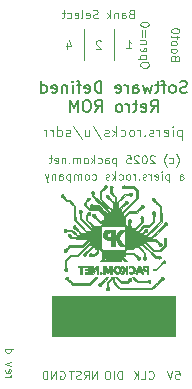
<source format=gbr>
%TF.GenerationSoftware,KiCad,Pcbnew,8.0.5*%
%TF.CreationDate,2025-06-26T13:10:11+01:00*%
%TF.ProjectId,sdrr rev d,73647272-2072-4657-9620-642e6b696361,rev?*%
%TF.SameCoordinates,Original*%
%TF.FileFunction,Legend,Bot*%
%TF.FilePolarity,Positive*%
%FSLAX46Y46*%
G04 Gerber Fmt 4.6, Leading zero omitted, Abs format (unit mm)*
G04 Created by KiCad (PCBNEW 8.0.5) date 2025-06-26 13:10:11*
%MOMM*%
%LPD*%
G01*
G04 APERTURE LIST*
%ADD10C,0.100000*%
%ADD11C,0.125000*%
%ADD12C,0.150000*%
%ADD13C,0.010000*%
G04 APERTURE END LIST*
D10*
X103987600Y-54292500D02*
X114452400Y-54292500D01*
X114452400Y-57721500D01*
X103987600Y-57721500D01*
X103987600Y-54292500D01*
G36*
X103987600Y-54292500D02*
G01*
X114452400Y-54292500D01*
X114452400Y-57721500D01*
X103987600Y-57721500D01*
X103987600Y-54292500D01*
G37*
X109220000Y-31715000D02*
X109220000Y-34305800D01*
X106680000Y-31710400D02*
X106680000Y-34301200D01*
X114433333Y-60654833D02*
X114766666Y-60654833D01*
X114766666Y-60654833D02*
X114799999Y-60988166D01*
X114799999Y-60988166D02*
X114766666Y-60954833D01*
X114766666Y-60954833D02*
X114699999Y-60921500D01*
X114699999Y-60921500D02*
X114533333Y-60921500D01*
X114533333Y-60921500D02*
X114466666Y-60954833D01*
X114466666Y-60954833D02*
X114433333Y-60988166D01*
X114433333Y-60988166D02*
X114399999Y-61054833D01*
X114399999Y-61054833D02*
X114399999Y-61221500D01*
X114399999Y-61221500D02*
X114433333Y-61288166D01*
X114433333Y-61288166D02*
X114466666Y-61321500D01*
X114466666Y-61321500D02*
X114533333Y-61354833D01*
X114533333Y-61354833D02*
X114699999Y-61354833D01*
X114699999Y-61354833D02*
X114766666Y-61321500D01*
X114766666Y-61321500D02*
X114799999Y-61288166D01*
X114199999Y-60654833D02*
X113966666Y-61354833D01*
X113966666Y-61354833D02*
X113733332Y-60654833D01*
D11*
X114982694Y-40231460D02*
X114982694Y-41081460D01*
X114982694Y-40271936D02*
X114901741Y-40231460D01*
X114901741Y-40231460D02*
X114739836Y-40231460D01*
X114739836Y-40231460D02*
X114658884Y-40271936D01*
X114658884Y-40271936D02*
X114618408Y-40312412D01*
X114618408Y-40312412D02*
X114577932Y-40393365D01*
X114577932Y-40393365D02*
X114577932Y-40636222D01*
X114577932Y-40636222D02*
X114618408Y-40717174D01*
X114618408Y-40717174D02*
X114658884Y-40757651D01*
X114658884Y-40757651D02*
X114739836Y-40798127D01*
X114739836Y-40798127D02*
X114901741Y-40798127D01*
X114901741Y-40798127D02*
X114982694Y-40757651D01*
X114213646Y-40798127D02*
X114213646Y-40231460D01*
X114213646Y-39948127D02*
X114254122Y-39988603D01*
X114254122Y-39988603D02*
X114213646Y-40029079D01*
X114213646Y-40029079D02*
X114173169Y-39988603D01*
X114173169Y-39988603D02*
X114213646Y-39948127D01*
X114213646Y-39948127D02*
X114213646Y-40029079D01*
X113485074Y-40757651D02*
X113566026Y-40798127D01*
X113566026Y-40798127D02*
X113727931Y-40798127D01*
X113727931Y-40798127D02*
X113808884Y-40757651D01*
X113808884Y-40757651D02*
X113849360Y-40676698D01*
X113849360Y-40676698D02*
X113849360Y-40352889D01*
X113849360Y-40352889D02*
X113808884Y-40271936D01*
X113808884Y-40271936D02*
X113727931Y-40231460D01*
X113727931Y-40231460D02*
X113566026Y-40231460D01*
X113566026Y-40231460D02*
X113485074Y-40271936D01*
X113485074Y-40271936D02*
X113444598Y-40352889D01*
X113444598Y-40352889D02*
X113444598Y-40433841D01*
X113444598Y-40433841D02*
X113849360Y-40514793D01*
X113080313Y-40798127D02*
X113080313Y-40231460D01*
X113080313Y-40393365D02*
X113039836Y-40312412D01*
X113039836Y-40312412D02*
X112999360Y-40271936D01*
X112999360Y-40271936D02*
X112918408Y-40231460D01*
X112918408Y-40231460D02*
X112837455Y-40231460D01*
X112594599Y-40757651D02*
X112513646Y-40798127D01*
X112513646Y-40798127D02*
X112351742Y-40798127D01*
X112351742Y-40798127D02*
X112270789Y-40757651D01*
X112270789Y-40757651D02*
X112230313Y-40676698D01*
X112230313Y-40676698D02*
X112230313Y-40636222D01*
X112230313Y-40636222D02*
X112270789Y-40555270D01*
X112270789Y-40555270D02*
X112351742Y-40514793D01*
X112351742Y-40514793D02*
X112473170Y-40514793D01*
X112473170Y-40514793D02*
X112554123Y-40474317D01*
X112554123Y-40474317D02*
X112594599Y-40393365D01*
X112594599Y-40393365D02*
X112594599Y-40352889D01*
X112594599Y-40352889D02*
X112554123Y-40271936D01*
X112554123Y-40271936D02*
X112473170Y-40231460D01*
X112473170Y-40231460D02*
X112351742Y-40231460D01*
X112351742Y-40231460D02*
X112270789Y-40271936D01*
X111866028Y-40717174D02*
X111825551Y-40757651D01*
X111825551Y-40757651D02*
X111866028Y-40798127D01*
X111866028Y-40798127D02*
X111906504Y-40757651D01*
X111906504Y-40757651D02*
X111866028Y-40717174D01*
X111866028Y-40717174D02*
X111866028Y-40798127D01*
X111461266Y-40798127D02*
X111461266Y-40231460D01*
X111461266Y-40393365D02*
X111420789Y-40312412D01*
X111420789Y-40312412D02*
X111380313Y-40271936D01*
X111380313Y-40271936D02*
X111299361Y-40231460D01*
X111299361Y-40231460D02*
X111218408Y-40231460D01*
X110813647Y-40798127D02*
X110894599Y-40757651D01*
X110894599Y-40757651D02*
X110935076Y-40717174D01*
X110935076Y-40717174D02*
X110975552Y-40636222D01*
X110975552Y-40636222D02*
X110975552Y-40393365D01*
X110975552Y-40393365D02*
X110935076Y-40312412D01*
X110935076Y-40312412D02*
X110894599Y-40271936D01*
X110894599Y-40271936D02*
X110813647Y-40231460D01*
X110813647Y-40231460D02*
X110692218Y-40231460D01*
X110692218Y-40231460D02*
X110611266Y-40271936D01*
X110611266Y-40271936D02*
X110570790Y-40312412D01*
X110570790Y-40312412D02*
X110530314Y-40393365D01*
X110530314Y-40393365D02*
X110530314Y-40636222D01*
X110530314Y-40636222D02*
X110570790Y-40717174D01*
X110570790Y-40717174D02*
X110611266Y-40757651D01*
X110611266Y-40757651D02*
X110692218Y-40798127D01*
X110692218Y-40798127D02*
X110813647Y-40798127D01*
X109801742Y-40757651D02*
X109882694Y-40798127D01*
X109882694Y-40798127D02*
X110044599Y-40798127D01*
X110044599Y-40798127D02*
X110125551Y-40757651D01*
X110125551Y-40757651D02*
X110166028Y-40717174D01*
X110166028Y-40717174D02*
X110206504Y-40636222D01*
X110206504Y-40636222D02*
X110206504Y-40393365D01*
X110206504Y-40393365D02*
X110166028Y-40312412D01*
X110166028Y-40312412D02*
X110125551Y-40271936D01*
X110125551Y-40271936D02*
X110044599Y-40231460D01*
X110044599Y-40231460D02*
X109882694Y-40231460D01*
X109882694Y-40231460D02*
X109801742Y-40271936D01*
X109437457Y-40798127D02*
X109437457Y-39948127D01*
X109356504Y-40474317D02*
X109113647Y-40798127D01*
X109113647Y-40231460D02*
X109437457Y-40555270D01*
X108789838Y-40757651D02*
X108708885Y-40798127D01*
X108708885Y-40798127D02*
X108546981Y-40798127D01*
X108546981Y-40798127D02*
X108466028Y-40757651D01*
X108466028Y-40757651D02*
X108425552Y-40676698D01*
X108425552Y-40676698D02*
X108425552Y-40636222D01*
X108425552Y-40636222D02*
X108466028Y-40555270D01*
X108466028Y-40555270D02*
X108546981Y-40514793D01*
X108546981Y-40514793D02*
X108668409Y-40514793D01*
X108668409Y-40514793D02*
X108749362Y-40474317D01*
X108749362Y-40474317D02*
X108789838Y-40393365D01*
X108789838Y-40393365D02*
X108789838Y-40352889D01*
X108789838Y-40352889D02*
X108749362Y-40271936D01*
X108749362Y-40271936D02*
X108668409Y-40231460D01*
X108668409Y-40231460D02*
X108546981Y-40231460D01*
X108546981Y-40231460D02*
X108466028Y-40271936D01*
X107454124Y-39907651D02*
X108182695Y-41000508D01*
X106806505Y-40231460D02*
X106806505Y-40798127D01*
X107170791Y-40231460D02*
X107170791Y-40676698D01*
X107170791Y-40676698D02*
X107130314Y-40757651D01*
X107130314Y-40757651D02*
X107049362Y-40798127D01*
X107049362Y-40798127D02*
X106927933Y-40798127D01*
X106927933Y-40798127D02*
X106846981Y-40757651D01*
X106846981Y-40757651D02*
X106806505Y-40717174D01*
X105794600Y-39907651D02*
X106523171Y-41000508D01*
X105551743Y-40757651D02*
X105470790Y-40798127D01*
X105470790Y-40798127D02*
X105308886Y-40798127D01*
X105308886Y-40798127D02*
X105227933Y-40757651D01*
X105227933Y-40757651D02*
X105187457Y-40676698D01*
X105187457Y-40676698D02*
X105187457Y-40636222D01*
X105187457Y-40636222D02*
X105227933Y-40555270D01*
X105227933Y-40555270D02*
X105308886Y-40514793D01*
X105308886Y-40514793D02*
X105430314Y-40514793D01*
X105430314Y-40514793D02*
X105511267Y-40474317D01*
X105511267Y-40474317D02*
X105551743Y-40393365D01*
X105551743Y-40393365D02*
X105551743Y-40352889D01*
X105551743Y-40352889D02*
X105511267Y-40271936D01*
X105511267Y-40271936D02*
X105430314Y-40231460D01*
X105430314Y-40231460D02*
X105308886Y-40231460D01*
X105308886Y-40231460D02*
X105227933Y-40271936D01*
X104458886Y-40798127D02*
X104458886Y-39948127D01*
X104458886Y-40757651D02*
X104539838Y-40798127D01*
X104539838Y-40798127D02*
X104701743Y-40798127D01*
X104701743Y-40798127D02*
X104782695Y-40757651D01*
X104782695Y-40757651D02*
X104823172Y-40717174D01*
X104823172Y-40717174D02*
X104863648Y-40636222D01*
X104863648Y-40636222D02*
X104863648Y-40393365D01*
X104863648Y-40393365D02*
X104823172Y-40312412D01*
X104823172Y-40312412D02*
X104782695Y-40271936D01*
X104782695Y-40271936D02*
X104701743Y-40231460D01*
X104701743Y-40231460D02*
X104539838Y-40231460D01*
X104539838Y-40231460D02*
X104458886Y-40271936D01*
X104054124Y-40798127D02*
X104054124Y-40231460D01*
X104054124Y-40393365D02*
X104013647Y-40312412D01*
X104013647Y-40312412D02*
X103973171Y-40271936D01*
X103973171Y-40271936D02*
X103892219Y-40231460D01*
X103892219Y-40231460D02*
X103811266Y-40231460D01*
X103527934Y-40798127D02*
X103527934Y-40231460D01*
X103527934Y-40393365D02*
X103487457Y-40312412D01*
X103487457Y-40312412D02*
X103446981Y-40271936D01*
X103446981Y-40271936D02*
X103366029Y-40231460D01*
X103366029Y-40231460D02*
X103285076Y-40231460D01*
D10*
X114513499Y-43354300D02*
X114546832Y-43320966D01*
X114546832Y-43320966D02*
X114613499Y-43220966D01*
X114613499Y-43220966D02*
X114646832Y-43154300D01*
X114646832Y-43154300D02*
X114680166Y-43054300D01*
X114680166Y-43054300D02*
X114713499Y-42887633D01*
X114713499Y-42887633D02*
X114713499Y-42754300D01*
X114713499Y-42754300D02*
X114680166Y-42587633D01*
X114680166Y-42587633D02*
X114646832Y-42487633D01*
X114646832Y-42487633D02*
X114613499Y-42420966D01*
X114613499Y-42420966D02*
X114546832Y-42320966D01*
X114546832Y-42320966D02*
X114513499Y-42287633D01*
X113946832Y-43054300D02*
X114013499Y-43087633D01*
X114013499Y-43087633D02*
X114146832Y-43087633D01*
X114146832Y-43087633D02*
X114213499Y-43054300D01*
X114213499Y-43054300D02*
X114246832Y-43020966D01*
X114246832Y-43020966D02*
X114280165Y-42954300D01*
X114280165Y-42954300D02*
X114280165Y-42754300D01*
X114280165Y-42754300D02*
X114246832Y-42687633D01*
X114246832Y-42687633D02*
X114213499Y-42654300D01*
X114213499Y-42654300D02*
X114146832Y-42620966D01*
X114146832Y-42620966D02*
X114013499Y-42620966D01*
X114013499Y-42620966D02*
X113946832Y-42654300D01*
X113713499Y-43354300D02*
X113680165Y-43320966D01*
X113680165Y-43320966D02*
X113613499Y-43220966D01*
X113613499Y-43220966D02*
X113580165Y-43154300D01*
X113580165Y-43154300D02*
X113546832Y-43054300D01*
X113546832Y-43054300D02*
X113513499Y-42887633D01*
X113513499Y-42887633D02*
X113513499Y-42754300D01*
X113513499Y-42754300D02*
X113546832Y-42587633D01*
X113546832Y-42587633D02*
X113580165Y-42487633D01*
X113580165Y-42487633D02*
X113613499Y-42420966D01*
X113613499Y-42420966D02*
X113680165Y-42320966D01*
X113680165Y-42320966D02*
X113713499Y-42287633D01*
X112680165Y-42454300D02*
X112646832Y-42420966D01*
X112646832Y-42420966D02*
X112580165Y-42387633D01*
X112580165Y-42387633D02*
X112413499Y-42387633D01*
X112413499Y-42387633D02*
X112346832Y-42420966D01*
X112346832Y-42420966D02*
X112313499Y-42454300D01*
X112313499Y-42454300D02*
X112280165Y-42520966D01*
X112280165Y-42520966D02*
X112280165Y-42587633D01*
X112280165Y-42587633D02*
X112313499Y-42687633D01*
X112313499Y-42687633D02*
X112713499Y-43087633D01*
X112713499Y-43087633D02*
X112280165Y-43087633D01*
X111846832Y-42387633D02*
X111780165Y-42387633D01*
X111780165Y-42387633D02*
X111713498Y-42420966D01*
X111713498Y-42420966D02*
X111680165Y-42454300D01*
X111680165Y-42454300D02*
X111646832Y-42520966D01*
X111646832Y-42520966D02*
X111613498Y-42654300D01*
X111613498Y-42654300D02*
X111613498Y-42820966D01*
X111613498Y-42820966D02*
X111646832Y-42954300D01*
X111646832Y-42954300D02*
X111680165Y-43020966D01*
X111680165Y-43020966D02*
X111713498Y-43054300D01*
X111713498Y-43054300D02*
X111780165Y-43087633D01*
X111780165Y-43087633D02*
X111846832Y-43087633D01*
X111846832Y-43087633D02*
X111913498Y-43054300D01*
X111913498Y-43054300D02*
X111946832Y-43020966D01*
X111946832Y-43020966D02*
X111980165Y-42954300D01*
X111980165Y-42954300D02*
X112013498Y-42820966D01*
X112013498Y-42820966D02*
X112013498Y-42654300D01*
X112013498Y-42654300D02*
X111980165Y-42520966D01*
X111980165Y-42520966D02*
X111946832Y-42454300D01*
X111946832Y-42454300D02*
X111913498Y-42420966D01*
X111913498Y-42420966D02*
X111846832Y-42387633D01*
X111346831Y-42454300D02*
X111313498Y-42420966D01*
X111313498Y-42420966D02*
X111246831Y-42387633D01*
X111246831Y-42387633D02*
X111080165Y-42387633D01*
X111080165Y-42387633D02*
X111013498Y-42420966D01*
X111013498Y-42420966D02*
X110980165Y-42454300D01*
X110980165Y-42454300D02*
X110946831Y-42520966D01*
X110946831Y-42520966D02*
X110946831Y-42587633D01*
X110946831Y-42587633D02*
X110980165Y-42687633D01*
X110980165Y-42687633D02*
X111380165Y-43087633D01*
X111380165Y-43087633D02*
X110946831Y-43087633D01*
X110313498Y-42387633D02*
X110646831Y-42387633D01*
X110646831Y-42387633D02*
X110680164Y-42720966D01*
X110680164Y-42720966D02*
X110646831Y-42687633D01*
X110646831Y-42687633D02*
X110580164Y-42654300D01*
X110580164Y-42654300D02*
X110413498Y-42654300D01*
X110413498Y-42654300D02*
X110346831Y-42687633D01*
X110346831Y-42687633D02*
X110313498Y-42720966D01*
X110313498Y-42720966D02*
X110280164Y-42787633D01*
X110280164Y-42787633D02*
X110280164Y-42954300D01*
X110280164Y-42954300D02*
X110313498Y-43020966D01*
X110313498Y-43020966D02*
X110346831Y-43054300D01*
X110346831Y-43054300D02*
X110413498Y-43087633D01*
X110413498Y-43087633D02*
X110580164Y-43087633D01*
X110580164Y-43087633D02*
X110646831Y-43054300D01*
X110646831Y-43054300D02*
X110680164Y-43020966D01*
X109446831Y-42620966D02*
X109446831Y-43320966D01*
X109446831Y-42654300D02*
X109380164Y-42620966D01*
X109380164Y-42620966D02*
X109246831Y-42620966D01*
X109246831Y-42620966D02*
X109180164Y-42654300D01*
X109180164Y-42654300D02*
X109146831Y-42687633D01*
X109146831Y-42687633D02*
X109113498Y-42754300D01*
X109113498Y-42754300D02*
X109113498Y-42954300D01*
X109113498Y-42954300D02*
X109146831Y-43020966D01*
X109146831Y-43020966D02*
X109180164Y-43054300D01*
X109180164Y-43054300D02*
X109246831Y-43087633D01*
X109246831Y-43087633D02*
X109380164Y-43087633D01*
X109380164Y-43087633D02*
X109446831Y-43054300D01*
X108513498Y-43087633D02*
X108513498Y-42720966D01*
X108513498Y-42720966D02*
X108546831Y-42654300D01*
X108546831Y-42654300D02*
X108613498Y-42620966D01*
X108613498Y-42620966D02*
X108746831Y-42620966D01*
X108746831Y-42620966D02*
X108813498Y-42654300D01*
X108513498Y-43054300D02*
X108580165Y-43087633D01*
X108580165Y-43087633D02*
X108746831Y-43087633D01*
X108746831Y-43087633D02*
X108813498Y-43054300D01*
X108813498Y-43054300D02*
X108846831Y-42987633D01*
X108846831Y-42987633D02*
X108846831Y-42920966D01*
X108846831Y-42920966D02*
X108813498Y-42854300D01*
X108813498Y-42854300D02*
X108746831Y-42820966D01*
X108746831Y-42820966D02*
X108580165Y-42820966D01*
X108580165Y-42820966D02*
X108513498Y-42787633D01*
X107880165Y-43054300D02*
X107946832Y-43087633D01*
X107946832Y-43087633D02*
X108080165Y-43087633D01*
X108080165Y-43087633D02*
X108146832Y-43054300D01*
X108146832Y-43054300D02*
X108180165Y-43020966D01*
X108180165Y-43020966D02*
X108213498Y-42954300D01*
X108213498Y-42954300D02*
X108213498Y-42754300D01*
X108213498Y-42754300D02*
X108180165Y-42687633D01*
X108180165Y-42687633D02*
X108146832Y-42654300D01*
X108146832Y-42654300D02*
X108080165Y-42620966D01*
X108080165Y-42620966D02*
X107946832Y-42620966D01*
X107946832Y-42620966D02*
X107880165Y-42654300D01*
X107580165Y-43087633D02*
X107580165Y-42387633D01*
X107513498Y-42820966D02*
X107313498Y-43087633D01*
X107313498Y-42620966D02*
X107580165Y-42887633D01*
X106913498Y-43087633D02*
X106980165Y-43054300D01*
X106980165Y-43054300D02*
X107013498Y-43020966D01*
X107013498Y-43020966D02*
X107046831Y-42954300D01*
X107046831Y-42954300D02*
X107046831Y-42754300D01*
X107046831Y-42754300D02*
X107013498Y-42687633D01*
X107013498Y-42687633D02*
X106980165Y-42654300D01*
X106980165Y-42654300D02*
X106913498Y-42620966D01*
X106913498Y-42620966D02*
X106813498Y-42620966D01*
X106813498Y-42620966D02*
X106746831Y-42654300D01*
X106746831Y-42654300D02*
X106713498Y-42687633D01*
X106713498Y-42687633D02*
X106680165Y-42754300D01*
X106680165Y-42754300D02*
X106680165Y-42954300D01*
X106680165Y-42954300D02*
X106713498Y-43020966D01*
X106713498Y-43020966D02*
X106746831Y-43054300D01*
X106746831Y-43054300D02*
X106813498Y-43087633D01*
X106813498Y-43087633D02*
X106913498Y-43087633D01*
X106380165Y-43087633D02*
X106380165Y-42620966D01*
X106380165Y-42687633D02*
X106346832Y-42654300D01*
X106346832Y-42654300D02*
X106280165Y-42620966D01*
X106280165Y-42620966D02*
X106180165Y-42620966D01*
X106180165Y-42620966D02*
X106113498Y-42654300D01*
X106113498Y-42654300D02*
X106080165Y-42720966D01*
X106080165Y-42720966D02*
X106080165Y-43087633D01*
X106080165Y-42720966D02*
X106046832Y-42654300D01*
X106046832Y-42654300D02*
X105980165Y-42620966D01*
X105980165Y-42620966D02*
X105880165Y-42620966D01*
X105880165Y-42620966D02*
X105813498Y-42654300D01*
X105813498Y-42654300D02*
X105780165Y-42720966D01*
X105780165Y-42720966D02*
X105780165Y-43087633D01*
X105446832Y-43020966D02*
X105413499Y-43054300D01*
X105413499Y-43054300D02*
X105446832Y-43087633D01*
X105446832Y-43087633D02*
X105480165Y-43054300D01*
X105480165Y-43054300D02*
X105446832Y-43020966D01*
X105446832Y-43020966D02*
X105446832Y-43087633D01*
X105113499Y-42620966D02*
X105113499Y-43087633D01*
X105113499Y-42687633D02*
X105080166Y-42654300D01*
X105080166Y-42654300D02*
X105013499Y-42620966D01*
X105013499Y-42620966D02*
X104913499Y-42620966D01*
X104913499Y-42620966D02*
X104846832Y-42654300D01*
X104846832Y-42654300D02*
X104813499Y-42720966D01*
X104813499Y-42720966D02*
X104813499Y-43087633D01*
X104213499Y-43054300D02*
X104280166Y-43087633D01*
X104280166Y-43087633D02*
X104413499Y-43087633D01*
X104413499Y-43087633D02*
X104480166Y-43054300D01*
X104480166Y-43054300D02*
X104513499Y-42987633D01*
X104513499Y-42987633D02*
X104513499Y-42720966D01*
X104513499Y-42720966D02*
X104480166Y-42654300D01*
X104480166Y-42654300D02*
X104413499Y-42620966D01*
X104413499Y-42620966D02*
X104280166Y-42620966D01*
X104280166Y-42620966D02*
X104213499Y-42654300D01*
X104213499Y-42654300D02*
X104180166Y-42720966D01*
X104180166Y-42720966D02*
X104180166Y-42787633D01*
X104180166Y-42787633D02*
X104513499Y-42854300D01*
X103980166Y-42620966D02*
X103713499Y-42620966D01*
X103880166Y-42387633D02*
X103880166Y-42987633D01*
X103880166Y-42987633D02*
X103846833Y-43054300D01*
X103846833Y-43054300D02*
X103780166Y-43087633D01*
X103780166Y-43087633D02*
X103713499Y-43087633D01*
X110674600Y-30431966D02*
X110574600Y-30465300D01*
X110574600Y-30465300D02*
X110541266Y-30498633D01*
X110541266Y-30498633D02*
X110507933Y-30565300D01*
X110507933Y-30565300D02*
X110507933Y-30665300D01*
X110507933Y-30665300D02*
X110541266Y-30731966D01*
X110541266Y-30731966D02*
X110574600Y-30765300D01*
X110574600Y-30765300D02*
X110641266Y-30798633D01*
X110641266Y-30798633D02*
X110907933Y-30798633D01*
X110907933Y-30798633D02*
X110907933Y-30098633D01*
X110907933Y-30098633D02*
X110674600Y-30098633D01*
X110674600Y-30098633D02*
X110607933Y-30131966D01*
X110607933Y-30131966D02*
X110574600Y-30165300D01*
X110574600Y-30165300D02*
X110541266Y-30231966D01*
X110541266Y-30231966D02*
X110541266Y-30298633D01*
X110541266Y-30298633D02*
X110574600Y-30365300D01*
X110574600Y-30365300D02*
X110607933Y-30398633D01*
X110607933Y-30398633D02*
X110674600Y-30431966D01*
X110674600Y-30431966D02*
X110907933Y-30431966D01*
X109907933Y-30798633D02*
X109907933Y-30431966D01*
X109907933Y-30431966D02*
X109941266Y-30365300D01*
X109941266Y-30365300D02*
X110007933Y-30331966D01*
X110007933Y-30331966D02*
X110141266Y-30331966D01*
X110141266Y-30331966D02*
X110207933Y-30365300D01*
X109907933Y-30765300D02*
X109974600Y-30798633D01*
X109974600Y-30798633D02*
X110141266Y-30798633D01*
X110141266Y-30798633D02*
X110207933Y-30765300D01*
X110207933Y-30765300D02*
X110241266Y-30698633D01*
X110241266Y-30698633D02*
X110241266Y-30631966D01*
X110241266Y-30631966D02*
X110207933Y-30565300D01*
X110207933Y-30565300D02*
X110141266Y-30531966D01*
X110141266Y-30531966D02*
X109974600Y-30531966D01*
X109974600Y-30531966D02*
X109907933Y-30498633D01*
X109574600Y-30331966D02*
X109574600Y-30798633D01*
X109574600Y-30398633D02*
X109541267Y-30365300D01*
X109541267Y-30365300D02*
X109474600Y-30331966D01*
X109474600Y-30331966D02*
X109374600Y-30331966D01*
X109374600Y-30331966D02*
X109307933Y-30365300D01*
X109307933Y-30365300D02*
X109274600Y-30431966D01*
X109274600Y-30431966D02*
X109274600Y-30798633D01*
X108941267Y-30798633D02*
X108941267Y-30098633D01*
X108874600Y-30531966D02*
X108674600Y-30798633D01*
X108674600Y-30331966D02*
X108941267Y-30598633D01*
X107874600Y-30765300D02*
X107774600Y-30798633D01*
X107774600Y-30798633D02*
X107607934Y-30798633D01*
X107607934Y-30798633D02*
X107541267Y-30765300D01*
X107541267Y-30765300D02*
X107507934Y-30731966D01*
X107507934Y-30731966D02*
X107474600Y-30665300D01*
X107474600Y-30665300D02*
X107474600Y-30598633D01*
X107474600Y-30598633D02*
X107507934Y-30531966D01*
X107507934Y-30531966D02*
X107541267Y-30498633D01*
X107541267Y-30498633D02*
X107607934Y-30465300D01*
X107607934Y-30465300D02*
X107741267Y-30431966D01*
X107741267Y-30431966D02*
X107807934Y-30398633D01*
X107807934Y-30398633D02*
X107841267Y-30365300D01*
X107841267Y-30365300D02*
X107874600Y-30298633D01*
X107874600Y-30298633D02*
X107874600Y-30231966D01*
X107874600Y-30231966D02*
X107841267Y-30165300D01*
X107841267Y-30165300D02*
X107807934Y-30131966D01*
X107807934Y-30131966D02*
X107741267Y-30098633D01*
X107741267Y-30098633D02*
X107574600Y-30098633D01*
X107574600Y-30098633D02*
X107474600Y-30131966D01*
X106907933Y-30765300D02*
X106974600Y-30798633D01*
X106974600Y-30798633D02*
X107107933Y-30798633D01*
X107107933Y-30798633D02*
X107174600Y-30765300D01*
X107174600Y-30765300D02*
X107207933Y-30698633D01*
X107207933Y-30698633D02*
X107207933Y-30431966D01*
X107207933Y-30431966D02*
X107174600Y-30365300D01*
X107174600Y-30365300D02*
X107107933Y-30331966D01*
X107107933Y-30331966D02*
X106974600Y-30331966D01*
X106974600Y-30331966D02*
X106907933Y-30365300D01*
X106907933Y-30365300D02*
X106874600Y-30431966D01*
X106874600Y-30431966D02*
X106874600Y-30498633D01*
X106874600Y-30498633D02*
X107207933Y-30565300D01*
X106474600Y-30798633D02*
X106541267Y-30765300D01*
X106541267Y-30765300D02*
X106574600Y-30698633D01*
X106574600Y-30698633D02*
X106574600Y-30098633D01*
X105941266Y-30765300D02*
X106007933Y-30798633D01*
X106007933Y-30798633D02*
X106141266Y-30798633D01*
X106141266Y-30798633D02*
X106207933Y-30765300D01*
X106207933Y-30765300D02*
X106241266Y-30698633D01*
X106241266Y-30698633D02*
X106241266Y-30431966D01*
X106241266Y-30431966D02*
X106207933Y-30365300D01*
X106207933Y-30365300D02*
X106141266Y-30331966D01*
X106141266Y-30331966D02*
X106007933Y-30331966D01*
X106007933Y-30331966D02*
X105941266Y-30365300D01*
X105941266Y-30365300D02*
X105907933Y-30431966D01*
X105907933Y-30431966D02*
X105907933Y-30498633D01*
X105907933Y-30498633D02*
X106241266Y-30565300D01*
X105307933Y-30765300D02*
X105374600Y-30798633D01*
X105374600Y-30798633D02*
X105507933Y-30798633D01*
X105507933Y-30798633D02*
X105574600Y-30765300D01*
X105574600Y-30765300D02*
X105607933Y-30731966D01*
X105607933Y-30731966D02*
X105641266Y-30665300D01*
X105641266Y-30665300D02*
X105641266Y-30465300D01*
X105641266Y-30465300D02*
X105607933Y-30398633D01*
X105607933Y-30398633D02*
X105574600Y-30365300D01*
X105574600Y-30365300D02*
X105507933Y-30331966D01*
X105507933Y-30331966D02*
X105374600Y-30331966D01*
X105374600Y-30331966D02*
X105307933Y-30365300D01*
X105107933Y-30331966D02*
X104841266Y-30331966D01*
X105007933Y-30098633D02*
X105007933Y-30698633D01*
X105007933Y-30698633D02*
X104974600Y-30765300D01*
X104974600Y-30765300D02*
X104907933Y-30798633D01*
X104907933Y-30798633D02*
X104841266Y-30798633D01*
X104673332Y-60688166D02*
X104739999Y-60654833D01*
X104739999Y-60654833D02*
X104839999Y-60654833D01*
X104839999Y-60654833D02*
X104939999Y-60688166D01*
X104939999Y-60688166D02*
X105006666Y-60754833D01*
X105006666Y-60754833D02*
X105039999Y-60821500D01*
X105039999Y-60821500D02*
X105073332Y-60954833D01*
X105073332Y-60954833D02*
X105073332Y-61054833D01*
X105073332Y-61054833D02*
X105039999Y-61188166D01*
X105039999Y-61188166D02*
X105006666Y-61254833D01*
X105006666Y-61254833D02*
X104939999Y-61321500D01*
X104939999Y-61321500D02*
X104839999Y-61354833D01*
X104839999Y-61354833D02*
X104773332Y-61354833D01*
X104773332Y-61354833D02*
X104673332Y-61321500D01*
X104673332Y-61321500D02*
X104639999Y-61288166D01*
X104639999Y-61288166D02*
X104639999Y-61054833D01*
X104639999Y-61054833D02*
X104773332Y-61054833D01*
X104339999Y-61354833D02*
X104339999Y-60654833D01*
X104339999Y-60654833D02*
X103939999Y-61354833D01*
X103939999Y-61354833D02*
X103939999Y-60654833D01*
X103606666Y-61354833D02*
X103606666Y-60654833D01*
X103606666Y-60654833D02*
X103439999Y-60654833D01*
X103439999Y-60654833D02*
X103339999Y-60688166D01*
X103339999Y-60688166D02*
X103273333Y-60754833D01*
X103273333Y-60754833D02*
X103239999Y-60821500D01*
X103239999Y-60821500D02*
X103206666Y-60954833D01*
X103206666Y-60954833D02*
X103206666Y-61054833D01*
X103206666Y-61054833D02*
X103239999Y-61188166D01*
X103239999Y-61188166D02*
X103273333Y-61254833D01*
X103273333Y-61254833D02*
X103339999Y-61321500D01*
X103339999Y-61321500D02*
X103439999Y-61354833D01*
X103439999Y-61354833D02*
X103606666Y-61354833D01*
X114449633Y-34162066D02*
X114416300Y-34062066D01*
X114416300Y-34062066D02*
X114382966Y-34028732D01*
X114382966Y-34028732D02*
X114316300Y-33995399D01*
X114316300Y-33995399D02*
X114216300Y-33995399D01*
X114216300Y-33995399D02*
X114149633Y-34028732D01*
X114149633Y-34028732D02*
X114116300Y-34062066D01*
X114116300Y-34062066D02*
X114082966Y-34128732D01*
X114082966Y-34128732D02*
X114082966Y-34395399D01*
X114082966Y-34395399D02*
X114782966Y-34395399D01*
X114782966Y-34395399D02*
X114782966Y-34162066D01*
X114782966Y-34162066D02*
X114749633Y-34095399D01*
X114749633Y-34095399D02*
X114716300Y-34062066D01*
X114716300Y-34062066D02*
X114649633Y-34028732D01*
X114649633Y-34028732D02*
X114582966Y-34028732D01*
X114582966Y-34028732D02*
X114516300Y-34062066D01*
X114516300Y-34062066D02*
X114482966Y-34095399D01*
X114482966Y-34095399D02*
X114449633Y-34162066D01*
X114449633Y-34162066D02*
X114449633Y-34395399D01*
X114082966Y-33595399D02*
X114116300Y-33662066D01*
X114116300Y-33662066D02*
X114149633Y-33695399D01*
X114149633Y-33695399D02*
X114216300Y-33728732D01*
X114216300Y-33728732D02*
X114416300Y-33728732D01*
X114416300Y-33728732D02*
X114482966Y-33695399D01*
X114482966Y-33695399D02*
X114516300Y-33662066D01*
X114516300Y-33662066D02*
X114549633Y-33595399D01*
X114549633Y-33595399D02*
X114549633Y-33495399D01*
X114549633Y-33495399D02*
X114516300Y-33428732D01*
X114516300Y-33428732D02*
X114482966Y-33395399D01*
X114482966Y-33395399D02*
X114416300Y-33362066D01*
X114416300Y-33362066D02*
X114216300Y-33362066D01*
X114216300Y-33362066D02*
X114149633Y-33395399D01*
X114149633Y-33395399D02*
X114116300Y-33428732D01*
X114116300Y-33428732D02*
X114082966Y-33495399D01*
X114082966Y-33495399D02*
X114082966Y-33595399D01*
X114082966Y-32962066D02*
X114116300Y-33028733D01*
X114116300Y-33028733D02*
X114149633Y-33062066D01*
X114149633Y-33062066D02*
X114216300Y-33095399D01*
X114216300Y-33095399D02*
X114416300Y-33095399D01*
X114416300Y-33095399D02*
X114482966Y-33062066D01*
X114482966Y-33062066D02*
X114516300Y-33028733D01*
X114516300Y-33028733D02*
X114549633Y-32962066D01*
X114549633Y-32962066D02*
X114549633Y-32862066D01*
X114549633Y-32862066D02*
X114516300Y-32795399D01*
X114516300Y-32795399D02*
X114482966Y-32762066D01*
X114482966Y-32762066D02*
X114416300Y-32728733D01*
X114416300Y-32728733D02*
X114216300Y-32728733D01*
X114216300Y-32728733D02*
X114149633Y-32762066D01*
X114149633Y-32762066D02*
X114116300Y-32795399D01*
X114116300Y-32795399D02*
X114082966Y-32862066D01*
X114082966Y-32862066D02*
X114082966Y-32962066D01*
X114549633Y-32528733D02*
X114549633Y-32262066D01*
X114782966Y-32428733D02*
X114182966Y-32428733D01*
X114182966Y-32428733D02*
X114116300Y-32395400D01*
X114116300Y-32395400D02*
X114082966Y-32328733D01*
X114082966Y-32328733D02*
X114082966Y-32262066D01*
X114782966Y-31895400D02*
X114782966Y-31828733D01*
X114782966Y-31828733D02*
X114749633Y-31762066D01*
X114749633Y-31762066D02*
X114716300Y-31728733D01*
X114716300Y-31728733D02*
X114649633Y-31695400D01*
X114649633Y-31695400D02*
X114516300Y-31662066D01*
X114516300Y-31662066D02*
X114349633Y-31662066D01*
X114349633Y-31662066D02*
X114216300Y-31695400D01*
X114216300Y-31695400D02*
X114149633Y-31728733D01*
X114149633Y-31728733D02*
X114116300Y-31762066D01*
X114116300Y-31762066D02*
X114082966Y-31828733D01*
X114082966Y-31828733D02*
X114082966Y-31895400D01*
X114082966Y-31895400D02*
X114116300Y-31962066D01*
X114116300Y-31962066D02*
X114149633Y-31995400D01*
X114149633Y-31995400D02*
X114216300Y-32028733D01*
X114216300Y-32028733D02*
X114349633Y-32062066D01*
X114349633Y-32062066D02*
X114516300Y-32062066D01*
X114516300Y-32062066D02*
X114649633Y-32028733D01*
X114649633Y-32028733D02*
X114716300Y-31995400D01*
X114716300Y-31995400D02*
X114749633Y-31962066D01*
X114749633Y-31962066D02*
X114782966Y-31895400D01*
X108134999Y-32730700D02*
X108101666Y-32697366D01*
X108101666Y-32697366D02*
X108034999Y-32664033D01*
X108034999Y-32664033D02*
X107868333Y-32664033D01*
X107868333Y-32664033D02*
X107801666Y-32697366D01*
X107801666Y-32697366D02*
X107768333Y-32730700D01*
X107768333Y-32730700D02*
X107734999Y-32797366D01*
X107734999Y-32797366D02*
X107734999Y-32864033D01*
X107734999Y-32864033D02*
X107768333Y-32964033D01*
X107768333Y-32964033D02*
X108168333Y-33364033D01*
X108168333Y-33364033D02*
X107734999Y-33364033D01*
X107829999Y-61354833D02*
X107829999Y-60654833D01*
X107829999Y-60654833D02*
X107429999Y-61354833D01*
X107429999Y-61354833D02*
X107429999Y-60654833D01*
X106696666Y-61354833D02*
X106929999Y-61021500D01*
X107096666Y-61354833D02*
X107096666Y-60654833D01*
X107096666Y-60654833D02*
X106829999Y-60654833D01*
X106829999Y-60654833D02*
X106763333Y-60688166D01*
X106763333Y-60688166D02*
X106729999Y-60721500D01*
X106729999Y-60721500D02*
X106696666Y-60788166D01*
X106696666Y-60788166D02*
X106696666Y-60888166D01*
X106696666Y-60888166D02*
X106729999Y-60954833D01*
X106729999Y-60954833D02*
X106763333Y-60988166D01*
X106763333Y-60988166D02*
X106829999Y-61021500D01*
X106829999Y-61021500D02*
X107096666Y-61021500D01*
X106429999Y-61321500D02*
X106329999Y-61354833D01*
X106329999Y-61354833D02*
X106163333Y-61354833D01*
X106163333Y-61354833D02*
X106096666Y-61321500D01*
X106096666Y-61321500D02*
X106063333Y-61288166D01*
X106063333Y-61288166D02*
X106029999Y-61221500D01*
X106029999Y-61221500D02*
X106029999Y-61154833D01*
X106029999Y-61154833D02*
X106063333Y-61088166D01*
X106063333Y-61088166D02*
X106096666Y-61054833D01*
X106096666Y-61054833D02*
X106163333Y-61021500D01*
X106163333Y-61021500D02*
X106296666Y-60988166D01*
X106296666Y-60988166D02*
X106363333Y-60954833D01*
X106363333Y-60954833D02*
X106396666Y-60921500D01*
X106396666Y-60921500D02*
X106429999Y-60854833D01*
X106429999Y-60854833D02*
X106429999Y-60788166D01*
X106429999Y-60788166D02*
X106396666Y-60721500D01*
X106396666Y-60721500D02*
X106363333Y-60688166D01*
X106363333Y-60688166D02*
X106296666Y-60654833D01*
X106296666Y-60654833D02*
X106129999Y-60654833D01*
X106129999Y-60654833D02*
X106029999Y-60688166D01*
X105829999Y-60654833D02*
X105429999Y-60654833D01*
X105629999Y-61354833D02*
X105629999Y-60654833D01*
X105261666Y-32922766D02*
X105261666Y-33389433D01*
X105428333Y-32656100D02*
X105594999Y-33156100D01*
X105594999Y-33156100D02*
X105161666Y-33156100D01*
X112176666Y-61288166D02*
X112209999Y-61321500D01*
X112209999Y-61321500D02*
X112309999Y-61354833D01*
X112309999Y-61354833D02*
X112376666Y-61354833D01*
X112376666Y-61354833D02*
X112476666Y-61321500D01*
X112476666Y-61321500D02*
X112543333Y-61254833D01*
X112543333Y-61254833D02*
X112576666Y-61188166D01*
X112576666Y-61188166D02*
X112609999Y-61054833D01*
X112609999Y-61054833D02*
X112609999Y-60954833D01*
X112609999Y-60954833D02*
X112576666Y-60821500D01*
X112576666Y-60821500D02*
X112543333Y-60754833D01*
X112543333Y-60754833D02*
X112476666Y-60688166D01*
X112476666Y-60688166D02*
X112376666Y-60654833D01*
X112376666Y-60654833D02*
X112309999Y-60654833D01*
X112309999Y-60654833D02*
X112209999Y-60688166D01*
X112209999Y-60688166D02*
X112176666Y-60721500D01*
X111543333Y-61354833D02*
X111876666Y-61354833D01*
X111876666Y-61354833D02*
X111876666Y-60654833D01*
X111309999Y-61354833D02*
X111309999Y-60654833D01*
X110909999Y-61354833D02*
X111209999Y-60954833D01*
X110909999Y-60654833D02*
X111309999Y-61054833D01*
X114804131Y-44463833D02*
X114804131Y-44097166D01*
X114804131Y-44097166D02*
X114837464Y-44030500D01*
X114837464Y-44030500D02*
X114904131Y-43997166D01*
X114904131Y-43997166D02*
X115037464Y-43997166D01*
X115037464Y-43997166D02*
X115104131Y-44030500D01*
X114804131Y-44430500D02*
X114870798Y-44463833D01*
X114870798Y-44463833D02*
X115037464Y-44463833D01*
X115037464Y-44463833D02*
X115104131Y-44430500D01*
X115104131Y-44430500D02*
X115137464Y-44363833D01*
X115137464Y-44363833D02*
X115137464Y-44297166D01*
X115137464Y-44297166D02*
X115104131Y-44230500D01*
X115104131Y-44230500D02*
X115037464Y-44197166D01*
X115037464Y-44197166D02*
X114870798Y-44197166D01*
X114870798Y-44197166D02*
X114804131Y-44163833D01*
X113937465Y-43997166D02*
X113937465Y-44697166D01*
X113937465Y-44030500D02*
X113870798Y-43997166D01*
X113870798Y-43997166D02*
X113737465Y-43997166D01*
X113737465Y-43997166D02*
X113670798Y-44030500D01*
X113670798Y-44030500D02*
X113637465Y-44063833D01*
X113637465Y-44063833D02*
X113604132Y-44130500D01*
X113604132Y-44130500D02*
X113604132Y-44330500D01*
X113604132Y-44330500D02*
X113637465Y-44397166D01*
X113637465Y-44397166D02*
X113670798Y-44430500D01*
X113670798Y-44430500D02*
X113737465Y-44463833D01*
X113737465Y-44463833D02*
X113870798Y-44463833D01*
X113870798Y-44463833D02*
X113937465Y-44430500D01*
X113304132Y-44463833D02*
X113304132Y-43997166D01*
X113304132Y-43763833D02*
X113337465Y-43797166D01*
X113337465Y-43797166D02*
X113304132Y-43830500D01*
X113304132Y-43830500D02*
X113270799Y-43797166D01*
X113270799Y-43797166D02*
X113304132Y-43763833D01*
X113304132Y-43763833D02*
X113304132Y-43830500D01*
X112704132Y-44430500D02*
X112770799Y-44463833D01*
X112770799Y-44463833D02*
X112904132Y-44463833D01*
X112904132Y-44463833D02*
X112970799Y-44430500D01*
X112970799Y-44430500D02*
X113004132Y-44363833D01*
X113004132Y-44363833D02*
X113004132Y-44097166D01*
X113004132Y-44097166D02*
X112970799Y-44030500D01*
X112970799Y-44030500D02*
X112904132Y-43997166D01*
X112904132Y-43997166D02*
X112770799Y-43997166D01*
X112770799Y-43997166D02*
X112704132Y-44030500D01*
X112704132Y-44030500D02*
X112670799Y-44097166D01*
X112670799Y-44097166D02*
X112670799Y-44163833D01*
X112670799Y-44163833D02*
X113004132Y-44230500D01*
X112370799Y-44463833D02*
X112370799Y-43997166D01*
X112370799Y-44130500D02*
X112337466Y-44063833D01*
X112337466Y-44063833D02*
X112304132Y-44030500D01*
X112304132Y-44030500D02*
X112237466Y-43997166D01*
X112237466Y-43997166D02*
X112170799Y-43997166D01*
X111970799Y-44430500D02*
X111904133Y-44463833D01*
X111904133Y-44463833D02*
X111770799Y-44463833D01*
X111770799Y-44463833D02*
X111704133Y-44430500D01*
X111704133Y-44430500D02*
X111670799Y-44363833D01*
X111670799Y-44363833D02*
X111670799Y-44330500D01*
X111670799Y-44330500D02*
X111704133Y-44263833D01*
X111704133Y-44263833D02*
X111770799Y-44230500D01*
X111770799Y-44230500D02*
X111870799Y-44230500D01*
X111870799Y-44230500D02*
X111937466Y-44197166D01*
X111937466Y-44197166D02*
X111970799Y-44130500D01*
X111970799Y-44130500D02*
X111970799Y-44097166D01*
X111970799Y-44097166D02*
X111937466Y-44030500D01*
X111937466Y-44030500D02*
X111870799Y-43997166D01*
X111870799Y-43997166D02*
X111770799Y-43997166D01*
X111770799Y-43997166D02*
X111704133Y-44030500D01*
X111370799Y-44397166D02*
X111337466Y-44430500D01*
X111337466Y-44430500D02*
X111370799Y-44463833D01*
X111370799Y-44463833D02*
X111404132Y-44430500D01*
X111404132Y-44430500D02*
X111370799Y-44397166D01*
X111370799Y-44397166D02*
X111370799Y-44463833D01*
X111037466Y-44463833D02*
X111037466Y-43997166D01*
X111037466Y-44130500D02*
X111004133Y-44063833D01*
X111004133Y-44063833D02*
X110970799Y-44030500D01*
X110970799Y-44030500D02*
X110904133Y-43997166D01*
X110904133Y-43997166D02*
X110837466Y-43997166D01*
X110504133Y-44463833D02*
X110570800Y-44430500D01*
X110570800Y-44430500D02*
X110604133Y-44397166D01*
X110604133Y-44397166D02*
X110637466Y-44330500D01*
X110637466Y-44330500D02*
X110637466Y-44130500D01*
X110637466Y-44130500D02*
X110604133Y-44063833D01*
X110604133Y-44063833D02*
X110570800Y-44030500D01*
X110570800Y-44030500D02*
X110504133Y-43997166D01*
X110504133Y-43997166D02*
X110404133Y-43997166D01*
X110404133Y-43997166D02*
X110337466Y-44030500D01*
X110337466Y-44030500D02*
X110304133Y-44063833D01*
X110304133Y-44063833D02*
X110270800Y-44130500D01*
X110270800Y-44130500D02*
X110270800Y-44330500D01*
X110270800Y-44330500D02*
X110304133Y-44397166D01*
X110304133Y-44397166D02*
X110337466Y-44430500D01*
X110337466Y-44430500D02*
X110404133Y-44463833D01*
X110404133Y-44463833D02*
X110504133Y-44463833D01*
X109670800Y-44430500D02*
X109737467Y-44463833D01*
X109737467Y-44463833D02*
X109870800Y-44463833D01*
X109870800Y-44463833D02*
X109937467Y-44430500D01*
X109937467Y-44430500D02*
X109970800Y-44397166D01*
X109970800Y-44397166D02*
X110004133Y-44330500D01*
X110004133Y-44330500D02*
X110004133Y-44130500D01*
X110004133Y-44130500D02*
X109970800Y-44063833D01*
X109970800Y-44063833D02*
X109937467Y-44030500D01*
X109937467Y-44030500D02*
X109870800Y-43997166D01*
X109870800Y-43997166D02*
X109737467Y-43997166D01*
X109737467Y-43997166D02*
X109670800Y-44030500D01*
X109370800Y-44463833D02*
X109370800Y-43763833D01*
X109304133Y-44197166D02*
X109104133Y-44463833D01*
X109104133Y-43997166D02*
X109370800Y-44263833D01*
X108837466Y-44430500D02*
X108770800Y-44463833D01*
X108770800Y-44463833D02*
X108637466Y-44463833D01*
X108637466Y-44463833D02*
X108570800Y-44430500D01*
X108570800Y-44430500D02*
X108537466Y-44363833D01*
X108537466Y-44363833D02*
X108537466Y-44330500D01*
X108537466Y-44330500D02*
X108570800Y-44263833D01*
X108570800Y-44263833D02*
X108637466Y-44230500D01*
X108637466Y-44230500D02*
X108737466Y-44230500D01*
X108737466Y-44230500D02*
X108804133Y-44197166D01*
X108804133Y-44197166D02*
X108837466Y-44130500D01*
X108837466Y-44130500D02*
X108837466Y-44097166D01*
X108837466Y-44097166D02*
X108804133Y-44030500D01*
X108804133Y-44030500D02*
X108737466Y-43997166D01*
X108737466Y-43997166D02*
X108637466Y-43997166D01*
X108637466Y-43997166D02*
X108570800Y-44030500D01*
X107404133Y-44430500D02*
X107470800Y-44463833D01*
X107470800Y-44463833D02*
X107604133Y-44463833D01*
X107604133Y-44463833D02*
X107670800Y-44430500D01*
X107670800Y-44430500D02*
X107704133Y-44397166D01*
X107704133Y-44397166D02*
X107737466Y-44330500D01*
X107737466Y-44330500D02*
X107737466Y-44130500D01*
X107737466Y-44130500D02*
X107704133Y-44063833D01*
X107704133Y-44063833D02*
X107670800Y-44030500D01*
X107670800Y-44030500D02*
X107604133Y-43997166D01*
X107604133Y-43997166D02*
X107470800Y-43997166D01*
X107470800Y-43997166D02*
X107404133Y-44030500D01*
X107004133Y-44463833D02*
X107070800Y-44430500D01*
X107070800Y-44430500D02*
X107104133Y-44397166D01*
X107104133Y-44397166D02*
X107137466Y-44330500D01*
X107137466Y-44330500D02*
X107137466Y-44130500D01*
X107137466Y-44130500D02*
X107104133Y-44063833D01*
X107104133Y-44063833D02*
X107070800Y-44030500D01*
X107070800Y-44030500D02*
X107004133Y-43997166D01*
X107004133Y-43997166D02*
X106904133Y-43997166D01*
X106904133Y-43997166D02*
X106837466Y-44030500D01*
X106837466Y-44030500D02*
X106804133Y-44063833D01*
X106804133Y-44063833D02*
X106770800Y-44130500D01*
X106770800Y-44130500D02*
X106770800Y-44330500D01*
X106770800Y-44330500D02*
X106804133Y-44397166D01*
X106804133Y-44397166D02*
X106837466Y-44430500D01*
X106837466Y-44430500D02*
X106904133Y-44463833D01*
X106904133Y-44463833D02*
X107004133Y-44463833D01*
X106470800Y-44463833D02*
X106470800Y-43997166D01*
X106470800Y-44063833D02*
X106437467Y-44030500D01*
X106437467Y-44030500D02*
X106370800Y-43997166D01*
X106370800Y-43997166D02*
X106270800Y-43997166D01*
X106270800Y-43997166D02*
X106204133Y-44030500D01*
X106204133Y-44030500D02*
X106170800Y-44097166D01*
X106170800Y-44097166D02*
X106170800Y-44463833D01*
X106170800Y-44097166D02*
X106137467Y-44030500D01*
X106137467Y-44030500D02*
X106070800Y-43997166D01*
X106070800Y-43997166D02*
X105970800Y-43997166D01*
X105970800Y-43997166D02*
X105904133Y-44030500D01*
X105904133Y-44030500D02*
X105870800Y-44097166D01*
X105870800Y-44097166D02*
X105870800Y-44463833D01*
X105537467Y-43997166D02*
X105537467Y-44697166D01*
X105537467Y-44030500D02*
X105470800Y-43997166D01*
X105470800Y-43997166D02*
X105337467Y-43997166D01*
X105337467Y-43997166D02*
X105270800Y-44030500D01*
X105270800Y-44030500D02*
X105237467Y-44063833D01*
X105237467Y-44063833D02*
X105204134Y-44130500D01*
X105204134Y-44130500D02*
X105204134Y-44330500D01*
X105204134Y-44330500D02*
X105237467Y-44397166D01*
X105237467Y-44397166D02*
X105270800Y-44430500D01*
X105270800Y-44430500D02*
X105337467Y-44463833D01*
X105337467Y-44463833D02*
X105470800Y-44463833D01*
X105470800Y-44463833D02*
X105537467Y-44430500D01*
X104604134Y-44463833D02*
X104604134Y-44097166D01*
X104604134Y-44097166D02*
X104637467Y-44030500D01*
X104637467Y-44030500D02*
X104704134Y-43997166D01*
X104704134Y-43997166D02*
X104837467Y-43997166D01*
X104837467Y-43997166D02*
X104904134Y-44030500D01*
X104604134Y-44430500D02*
X104670801Y-44463833D01*
X104670801Y-44463833D02*
X104837467Y-44463833D01*
X104837467Y-44463833D02*
X104904134Y-44430500D01*
X104904134Y-44430500D02*
X104937467Y-44363833D01*
X104937467Y-44363833D02*
X104937467Y-44297166D01*
X104937467Y-44297166D02*
X104904134Y-44230500D01*
X104904134Y-44230500D02*
X104837467Y-44197166D01*
X104837467Y-44197166D02*
X104670801Y-44197166D01*
X104670801Y-44197166D02*
X104604134Y-44163833D01*
X104270801Y-43997166D02*
X104270801Y-44463833D01*
X104270801Y-44063833D02*
X104237468Y-44030500D01*
X104237468Y-44030500D02*
X104170801Y-43997166D01*
X104170801Y-43997166D02*
X104070801Y-43997166D01*
X104070801Y-43997166D02*
X104004134Y-44030500D01*
X104004134Y-44030500D02*
X103970801Y-44097166D01*
X103970801Y-44097166D02*
X103970801Y-44463833D01*
X103704135Y-43997166D02*
X103537468Y-44463833D01*
X103370801Y-43997166D02*
X103537468Y-44463833D01*
X103537468Y-44463833D02*
X103604135Y-44630500D01*
X103604135Y-44630500D02*
X103637468Y-44663833D01*
X103637468Y-44663833D02*
X103704135Y-44697166D01*
X112192166Y-34812066D02*
X112192166Y-34678732D01*
X112192166Y-34678732D02*
X112158833Y-34612066D01*
X112158833Y-34612066D02*
X112092166Y-34545399D01*
X112092166Y-34545399D02*
X111958833Y-34512066D01*
X111958833Y-34512066D02*
X111725500Y-34512066D01*
X111725500Y-34512066D02*
X111592166Y-34545399D01*
X111592166Y-34545399D02*
X111525500Y-34612066D01*
X111525500Y-34612066D02*
X111492166Y-34678732D01*
X111492166Y-34678732D02*
X111492166Y-34812066D01*
X111492166Y-34812066D02*
X111525500Y-34878732D01*
X111525500Y-34878732D02*
X111592166Y-34945399D01*
X111592166Y-34945399D02*
X111725500Y-34978732D01*
X111725500Y-34978732D02*
X111958833Y-34978732D01*
X111958833Y-34978732D02*
X112092166Y-34945399D01*
X112092166Y-34945399D02*
X112158833Y-34878732D01*
X112158833Y-34878732D02*
X112192166Y-34812066D01*
X111958833Y-34212066D02*
X111258833Y-34212066D01*
X111925500Y-34212066D02*
X111958833Y-34145399D01*
X111958833Y-34145399D02*
X111958833Y-34012066D01*
X111958833Y-34012066D02*
X111925500Y-33945399D01*
X111925500Y-33945399D02*
X111892166Y-33912066D01*
X111892166Y-33912066D02*
X111825500Y-33878733D01*
X111825500Y-33878733D02*
X111625500Y-33878733D01*
X111625500Y-33878733D02*
X111558833Y-33912066D01*
X111558833Y-33912066D02*
X111525500Y-33945399D01*
X111525500Y-33945399D02*
X111492166Y-34012066D01*
X111492166Y-34012066D02*
X111492166Y-34145399D01*
X111492166Y-34145399D02*
X111525500Y-34212066D01*
X111525500Y-33312066D02*
X111492166Y-33378733D01*
X111492166Y-33378733D02*
X111492166Y-33512066D01*
X111492166Y-33512066D02*
X111525500Y-33578733D01*
X111525500Y-33578733D02*
X111592166Y-33612066D01*
X111592166Y-33612066D02*
X111858833Y-33612066D01*
X111858833Y-33612066D02*
X111925500Y-33578733D01*
X111925500Y-33578733D02*
X111958833Y-33512066D01*
X111958833Y-33512066D02*
X111958833Y-33378733D01*
X111958833Y-33378733D02*
X111925500Y-33312066D01*
X111925500Y-33312066D02*
X111858833Y-33278733D01*
X111858833Y-33278733D02*
X111792166Y-33278733D01*
X111792166Y-33278733D02*
X111725500Y-33612066D01*
X111958833Y-32978733D02*
X111492166Y-32978733D01*
X111892166Y-32978733D02*
X111925500Y-32945400D01*
X111925500Y-32945400D02*
X111958833Y-32878733D01*
X111958833Y-32878733D02*
X111958833Y-32778733D01*
X111958833Y-32778733D02*
X111925500Y-32712066D01*
X111925500Y-32712066D02*
X111858833Y-32678733D01*
X111858833Y-32678733D02*
X111492166Y-32678733D01*
X111858833Y-32345400D02*
X111858833Y-31812067D01*
X111658833Y-31812067D02*
X111658833Y-32345400D01*
X112192166Y-31345400D02*
X112192166Y-31278733D01*
X112192166Y-31278733D02*
X112158833Y-31212066D01*
X112158833Y-31212066D02*
X112125500Y-31178733D01*
X112125500Y-31178733D02*
X112058833Y-31145400D01*
X112058833Y-31145400D02*
X111925500Y-31112066D01*
X111925500Y-31112066D02*
X111758833Y-31112066D01*
X111758833Y-31112066D02*
X111625500Y-31145400D01*
X111625500Y-31145400D02*
X111558833Y-31178733D01*
X111558833Y-31178733D02*
X111525500Y-31212066D01*
X111525500Y-31212066D02*
X111492166Y-31278733D01*
X111492166Y-31278733D02*
X111492166Y-31345400D01*
X111492166Y-31345400D02*
X111525500Y-31412066D01*
X111525500Y-31412066D02*
X111558833Y-31445400D01*
X111558833Y-31445400D02*
X111625500Y-31478733D01*
X111625500Y-31478733D02*
X111758833Y-31512066D01*
X111758833Y-31512066D02*
X111925500Y-31512066D01*
X111925500Y-31512066D02*
X112058833Y-31478733D01*
X112058833Y-31478733D02*
X112125500Y-31445400D01*
X112125500Y-31445400D02*
X112158833Y-31412066D01*
X112158833Y-31412066D02*
X112192166Y-31345400D01*
X100036766Y-61194799D02*
X100503433Y-61194799D01*
X100370100Y-61194799D02*
X100436766Y-61161466D01*
X100436766Y-61161466D02*
X100470100Y-61128132D01*
X100470100Y-61128132D02*
X100503433Y-61061466D01*
X100503433Y-61061466D02*
X100503433Y-60994799D01*
X100070100Y-60494799D02*
X100036766Y-60561466D01*
X100036766Y-60561466D02*
X100036766Y-60694799D01*
X100036766Y-60694799D02*
X100070100Y-60761466D01*
X100070100Y-60761466D02*
X100136766Y-60794799D01*
X100136766Y-60794799D02*
X100403433Y-60794799D01*
X100403433Y-60794799D02*
X100470100Y-60761466D01*
X100470100Y-60761466D02*
X100503433Y-60694799D01*
X100503433Y-60694799D02*
X100503433Y-60561466D01*
X100503433Y-60561466D02*
X100470100Y-60494799D01*
X100470100Y-60494799D02*
X100403433Y-60461466D01*
X100403433Y-60461466D02*
X100336766Y-60461466D01*
X100336766Y-60461466D02*
X100270100Y-60794799D01*
X100503433Y-60228133D02*
X100036766Y-60061466D01*
X100036766Y-60061466D02*
X100503433Y-59894799D01*
X100036766Y-58794800D02*
X100736766Y-58794800D01*
X100070100Y-58794800D02*
X100036766Y-58861467D01*
X100036766Y-58861467D02*
X100036766Y-58994800D01*
X100036766Y-58994800D02*
X100070100Y-59061467D01*
X100070100Y-59061467D02*
X100103433Y-59094800D01*
X100103433Y-59094800D02*
X100170100Y-59128133D01*
X100170100Y-59128133D02*
X100370100Y-59128133D01*
X100370100Y-59128133D02*
X100436766Y-59094800D01*
X100436766Y-59094800D02*
X100470100Y-59061467D01*
X100470100Y-59061467D02*
X100503433Y-58994800D01*
X100503433Y-58994800D02*
X100503433Y-58861467D01*
X100503433Y-58861467D02*
X100470100Y-58794800D01*
D12*
X115410476Y-37067228D02*
X115267619Y-37114847D01*
X115267619Y-37114847D02*
X115029524Y-37114847D01*
X115029524Y-37114847D02*
X114934286Y-37067228D01*
X114934286Y-37067228D02*
X114886667Y-37019608D01*
X114886667Y-37019608D02*
X114839048Y-36924370D01*
X114839048Y-36924370D02*
X114839048Y-36829132D01*
X114839048Y-36829132D02*
X114886667Y-36733894D01*
X114886667Y-36733894D02*
X114934286Y-36686275D01*
X114934286Y-36686275D02*
X115029524Y-36638656D01*
X115029524Y-36638656D02*
X115220000Y-36591037D01*
X115220000Y-36591037D02*
X115315238Y-36543418D01*
X115315238Y-36543418D02*
X115362857Y-36495799D01*
X115362857Y-36495799D02*
X115410476Y-36400561D01*
X115410476Y-36400561D02*
X115410476Y-36305323D01*
X115410476Y-36305323D02*
X115362857Y-36210085D01*
X115362857Y-36210085D02*
X115315238Y-36162466D01*
X115315238Y-36162466D02*
X115220000Y-36114847D01*
X115220000Y-36114847D02*
X114981905Y-36114847D01*
X114981905Y-36114847D02*
X114839048Y-36162466D01*
X114267619Y-37114847D02*
X114362857Y-37067228D01*
X114362857Y-37067228D02*
X114410476Y-37019608D01*
X114410476Y-37019608D02*
X114458095Y-36924370D01*
X114458095Y-36924370D02*
X114458095Y-36638656D01*
X114458095Y-36638656D02*
X114410476Y-36543418D01*
X114410476Y-36543418D02*
X114362857Y-36495799D01*
X114362857Y-36495799D02*
X114267619Y-36448180D01*
X114267619Y-36448180D02*
X114124762Y-36448180D01*
X114124762Y-36448180D02*
X114029524Y-36495799D01*
X114029524Y-36495799D02*
X113981905Y-36543418D01*
X113981905Y-36543418D02*
X113934286Y-36638656D01*
X113934286Y-36638656D02*
X113934286Y-36924370D01*
X113934286Y-36924370D02*
X113981905Y-37019608D01*
X113981905Y-37019608D02*
X114029524Y-37067228D01*
X114029524Y-37067228D02*
X114124762Y-37114847D01*
X114124762Y-37114847D02*
X114267619Y-37114847D01*
X113648571Y-36448180D02*
X113267619Y-36448180D01*
X113505714Y-37114847D02*
X113505714Y-36257704D01*
X113505714Y-36257704D02*
X113458095Y-36162466D01*
X113458095Y-36162466D02*
X113362857Y-36114847D01*
X113362857Y-36114847D02*
X113267619Y-36114847D01*
X113077142Y-36448180D02*
X112696190Y-36448180D01*
X112934285Y-36114847D02*
X112934285Y-36971989D01*
X112934285Y-36971989D02*
X112886666Y-37067228D01*
X112886666Y-37067228D02*
X112791428Y-37114847D01*
X112791428Y-37114847D02*
X112696190Y-37114847D01*
X112458094Y-36448180D02*
X112267618Y-37114847D01*
X112267618Y-37114847D02*
X112077142Y-36638656D01*
X112077142Y-36638656D02*
X111886666Y-37114847D01*
X111886666Y-37114847D02*
X111696190Y-36448180D01*
X110886666Y-37114847D02*
X110886666Y-36591037D01*
X110886666Y-36591037D02*
X110934285Y-36495799D01*
X110934285Y-36495799D02*
X111029523Y-36448180D01*
X111029523Y-36448180D02*
X111219999Y-36448180D01*
X111219999Y-36448180D02*
X111315237Y-36495799D01*
X110886666Y-37067228D02*
X110981904Y-37114847D01*
X110981904Y-37114847D02*
X111219999Y-37114847D01*
X111219999Y-37114847D02*
X111315237Y-37067228D01*
X111315237Y-37067228D02*
X111362856Y-36971989D01*
X111362856Y-36971989D02*
X111362856Y-36876751D01*
X111362856Y-36876751D02*
X111315237Y-36781513D01*
X111315237Y-36781513D02*
X111219999Y-36733894D01*
X111219999Y-36733894D02*
X110981904Y-36733894D01*
X110981904Y-36733894D02*
X110886666Y-36686275D01*
X110410475Y-37114847D02*
X110410475Y-36448180D01*
X110410475Y-36638656D02*
X110362856Y-36543418D01*
X110362856Y-36543418D02*
X110315237Y-36495799D01*
X110315237Y-36495799D02*
X110219999Y-36448180D01*
X110219999Y-36448180D02*
X110124761Y-36448180D01*
X109410475Y-37067228D02*
X109505713Y-37114847D01*
X109505713Y-37114847D02*
X109696189Y-37114847D01*
X109696189Y-37114847D02*
X109791427Y-37067228D01*
X109791427Y-37067228D02*
X109839046Y-36971989D01*
X109839046Y-36971989D02*
X109839046Y-36591037D01*
X109839046Y-36591037D02*
X109791427Y-36495799D01*
X109791427Y-36495799D02*
X109696189Y-36448180D01*
X109696189Y-36448180D02*
X109505713Y-36448180D01*
X109505713Y-36448180D02*
X109410475Y-36495799D01*
X109410475Y-36495799D02*
X109362856Y-36591037D01*
X109362856Y-36591037D02*
X109362856Y-36686275D01*
X109362856Y-36686275D02*
X109839046Y-36781513D01*
X108172379Y-37114847D02*
X108172379Y-36114847D01*
X108172379Y-36114847D02*
X107934284Y-36114847D01*
X107934284Y-36114847D02*
X107791427Y-36162466D01*
X107791427Y-36162466D02*
X107696189Y-36257704D01*
X107696189Y-36257704D02*
X107648570Y-36352942D01*
X107648570Y-36352942D02*
X107600951Y-36543418D01*
X107600951Y-36543418D02*
X107600951Y-36686275D01*
X107600951Y-36686275D02*
X107648570Y-36876751D01*
X107648570Y-36876751D02*
X107696189Y-36971989D01*
X107696189Y-36971989D02*
X107791427Y-37067228D01*
X107791427Y-37067228D02*
X107934284Y-37114847D01*
X107934284Y-37114847D02*
X108172379Y-37114847D01*
X106791427Y-37067228D02*
X106886665Y-37114847D01*
X106886665Y-37114847D02*
X107077141Y-37114847D01*
X107077141Y-37114847D02*
X107172379Y-37067228D01*
X107172379Y-37067228D02*
X107219998Y-36971989D01*
X107219998Y-36971989D02*
X107219998Y-36591037D01*
X107219998Y-36591037D02*
X107172379Y-36495799D01*
X107172379Y-36495799D02*
X107077141Y-36448180D01*
X107077141Y-36448180D02*
X106886665Y-36448180D01*
X106886665Y-36448180D02*
X106791427Y-36495799D01*
X106791427Y-36495799D02*
X106743808Y-36591037D01*
X106743808Y-36591037D02*
X106743808Y-36686275D01*
X106743808Y-36686275D02*
X107219998Y-36781513D01*
X106458093Y-36448180D02*
X106077141Y-36448180D01*
X106315236Y-37114847D02*
X106315236Y-36257704D01*
X106315236Y-36257704D02*
X106267617Y-36162466D01*
X106267617Y-36162466D02*
X106172379Y-36114847D01*
X106172379Y-36114847D02*
X106077141Y-36114847D01*
X105743807Y-37114847D02*
X105743807Y-36448180D01*
X105743807Y-36114847D02*
X105791426Y-36162466D01*
X105791426Y-36162466D02*
X105743807Y-36210085D01*
X105743807Y-36210085D02*
X105696188Y-36162466D01*
X105696188Y-36162466D02*
X105743807Y-36114847D01*
X105743807Y-36114847D02*
X105743807Y-36210085D01*
X105267617Y-36448180D02*
X105267617Y-37114847D01*
X105267617Y-36543418D02*
X105219998Y-36495799D01*
X105219998Y-36495799D02*
X105124760Y-36448180D01*
X105124760Y-36448180D02*
X104981903Y-36448180D01*
X104981903Y-36448180D02*
X104886665Y-36495799D01*
X104886665Y-36495799D02*
X104839046Y-36591037D01*
X104839046Y-36591037D02*
X104839046Y-37114847D01*
X103981903Y-37067228D02*
X104077141Y-37114847D01*
X104077141Y-37114847D02*
X104267617Y-37114847D01*
X104267617Y-37114847D02*
X104362855Y-37067228D01*
X104362855Y-37067228D02*
X104410474Y-36971989D01*
X104410474Y-36971989D02*
X104410474Y-36591037D01*
X104410474Y-36591037D02*
X104362855Y-36495799D01*
X104362855Y-36495799D02*
X104267617Y-36448180D01*
X104267617Y-36448180D02*
X104077141Y-36448180D01*
X104077141Y-36448180D02*
X103981903Y-36495799D01*
X103981903Y-36495799D02*
X103934284Y-36591037D01*
X103934284Y-36591037D02*
X103934284Y-36686275D01*
X103934284Y-36686275D02*
X104410474Y-36781513D01*
X103077141Y-37114847D02*
X103077141Y-36114847D01*
X103077141Y-37067228D02*
X103172379Y-37114847D01*
X103172379Y-37114847D02*
X103362855Y-37114847D01*
X103362855Y-37114847D02*
X103458093Y-37067228D01*
X103458093Y-37067228D02*
X103505712Y-37019608D01*
X103505712Y-37019608D02*
X103553331Y-36924370D01*
X103553331Y-36924370D02*
X103553331Y-36638656D01*
X103553331Y-36638656D02*
X103505712Y-36543418D01*
X103505712Y-36543418D02*
X103458093Y-36495799D01*
X103458093Y-36495799D02*
X103362855Y-36448180D01*
X103362855Y-36448180D02*
X103172379Y-36448180D01*
X103172379Y-36448180D02*
X103077141Y-36495799D01*
X112362857Y-38724791D02*
X112696190Y-38248600D01*
X112934285Y-38724791D02*
X112934285Y-37724791D01*
X112934285Y-37724791D02*
X112553333Y-37724791D01*
X112553333Y-37724791D02*
X112458095Y-37772410D01*
X112458095Y-37772410D02*
X112410476Y-37820029D01*
X112410476Y-37820029D02*
X112362857Y-37915267D01*
X112362857Y-37915267D02*
X112362857Y-38058124D01*
X112362857Y-38058124D02*
X112410476Y-38153362D01*
X112410476Y-38153362D02*
X112458095Y-38200981D01*
X112458095Y-38200981D02*
X112553333Y-38248600D01*
X112553333Y-38248600D02*
X112934285Y-38248600D01*
X111553333Y-38677172D02*
X111648571Y-38724791D01*
X111648571Y-38724791D02*
X111839047Y-38724791D01*
X111839047Y-38724791D02*
X111934285Y-38677172D01*
X111934285Y-38677172D02*
X111981904Y-38581933D01*
X111981904Y-38581933D02*
X111981904Y-38200981D01*
X111981904Y-38200981D02*
X111934285Y-38105743D01*
X111934285Y-38105743D02*
X111839047Y-38058124D01*
X111839047Y-38058124D02*
X111648571Y-38058124D01*
X111648571Y-38058124D02*
X111553333Y-38105743D01*
X111553333Y-38105743D02*
X111505714Y-38200981D01*
X111505714Y-38200981D02*
X111505714Y-38296219D01*
X111505714Y-38296219D02*
X111981904Y-38391457D01*
X111219999Y-38058124D02*
X110839047Y-38058124D01*
X111077142Y-37724791D02*
X111077142Y-38581933D01*
X111077142Y-38581933D02*
X111029523Y-38677172D01*
X111029523Y-38677172D02*
X110934285Y-38724791D01*
X110934285Y-38724791D02*
X110839047Y-38724791D01*
X110505713Y-38724791D02*
X110505713Y-38058124D01*
X110505713Y-38248600D02*
X110458094Y-38153362D01*
X110458094Y-38153362D02*
X110410475Y-38105743D01*
X110410475Y-38105743D02*
X110315237Y-38058124D01*
X110315237Y-38058124D02*
X110219999Y-38058124D01*
X109743808Y-38724791D02*
X109839046Y-38677172D01*
X109839046Y-38677172D02*
X109886665Y-38629552D01*
X109886665Y-38629552D02*
X109934284Y-38534314D01*
X109934284Y-38534314D02*
X109934284Y-38248600D01*
X109934284Y-38248600D02*
X109886665Y-38153362D01*
X109886665Y-38153362D02*
X109839046Y-38105743D01*
X109839046Y-38105743D02*
X109743808Y-38058124D01*
X109743808Y-38058124D02*
X109600951Y-38058124D01*
X109600951Y-38058124D02*
X109505713Y-38105743D01*
X109505713Y-38105743D02*
X109458094Y-38153362D01*
X109458094Y-38153362D02*
X109410475Y-38248600D01*
X109410475Y-38248600D02*
X109410475Y-38534314D01*
X109410475Y-38534314D02*
X109458094Y-38629552D01*
X109458094Y-38629552D02*
X109505713Y-38677172D01*
X109505713Y-38677172D02*
X109600951Y-38724791D01*
X109600951Y-38724791D02*
X109743808Y-38724791D01*
X107648570Y-38724791D02*
X107981903Y-38248600D01*
X108219998Y-38724791D02*
X108219998Y-37724791D01*
X108219998Y-37724791D02*
X107839046Y-37724791D01*
X107839046Y-37724791D02*
X107743808Y-37772410D01*
X107743808Y-37772410D02*
X107696189Y-37820029D01*
X107696189Y-37820029D02*
X107648570Y-37915267D01*
X107648570Y-37915267D02*
X107648570Y-38058124D01*
X107648570Y-38058124D02*
X107696189Y-38153362D01*
X107696189Y-38153362D02*
X107743808Y-38200981D01*
X107743808Y-38200981D02*
X107839046Y-38248600D01*
X107839046Y-38248600D02*
X108219998Y-38248600D01*
X107029522Y-37724791D02*
X106839046Y-37724791D01*
X106839046Y-37724791D02*
X106743808Y-37772410D01*
X106743808Y-37772410D02*
X106648570Y-37867648D01*
X106648570Y-37867648D02*
X106600951Y-38058124D01*
X106600951Y-38058124D02*
X106600951Y-38391457D01*
X106600951Y-38391457D02*
X106648570Y-38581933D01*
X106648570Y-38581933D02*
X106743808Y-38677172D01*
X106743808Y-38677172D02*
X106839046Y-38724791D01*
X106839046Y-38724791D02*
X107029522Y-38724791D01*
X107029522Y-38724791D02*
X107124760Y-38677172D01*
X107124760Y-38677172D02*
X107219998Y-38581933D01*
X107219998Y-38581933D02*
X107267617Y-38391457D01*
X107267617Y-38391457D02*
X107267617Y-38058124D01*
X107267617Y-38058124D02*
X107219998Y-37867648D01*
X107219998Y-37867648D02*
X107124760Y-37772410D01*
X107124760Y-37772410D02*
X107029522Y-37724791D01*
X106172379Y-38724791D02*
X106172379Y-37724791D01*
X106172379Y-37724791D02*
X105839046Y-38439076D01*
X105839046Y-38439076D02*
X105505713Y-37724791D01*
X105505713Y-37724791D02*
X105505713Y-38724791D01*
D10*
X109936666Y-61354833D02*
X109936666Y-60654833D01*
X109936666Y-60654833D02*
X109769999Y-60654833D01*
X109769999Y-60654833D02*
X109669999Y-60688166D01*
X109669999Y-60688166D02*
X109603333Y-60754833D01*
X109603333Y-60754833D02*
X109569999Y-60821500D01*
X109569999Y-60821500D02*
X109536666Y-60954833D01*
X109536666Y-60954833D02*
X109536666Y-61054833D01*
X109536666Y-61054833D02*
X109569999Y-61188166D01*
X109569999Y-61188166D02*
X109603333Y-61254833D01*
X109603333Y-61254833D02*
X109669999Y-61321500D01*
X109669999Y-61321500D02*
X109769999Y-61354833D01*
X109769999Y-61354833D02*
X109936666Y-61354833D01*
X109236666Y-61354833D02*
X109236666Y-60654833D01*
X108770000Y-60654833D02*
X108636666Y-60654833D01*
X108636666Y-60654833D02*
X108570000Y-60688166D01*
X108570000Y-60688166D02*
X108503333Y-60754833D01*
X108503333Y-60754833D02*
X108470000Y-60888166D01*
X108470000Y-60888166D02*
X108470000Y-61121500D01*
X108470000Y-61121500D02*
X108503333Y-61254833D01*
X108503333Y-61254833D02*
X108570000Y-61321500D01*
X108570000Y-61321500D02*
X108636666Y-61354833D01*
X108636666Y-61354833D02*
X108770000Y-61354833D01*
X108770000Y-61354833D02*
X108836666Y-61321500D01*
X108836666Y-61321500D02*
X108903333Y-61254833D01*
X108903333Y-61254833D02*
X108936666Y-61121500D01*
X108936666Y-61121500D02*
X108936666Y-60888166D01*
X108936666Y-60888166D02*
X108903333Y-60754833D01*
X108903333Y-60754833D02*
X108836666Y-60688166D01*
X108836666Y-60688166D02*
X108770000Y-60654833D01*
X110289999Y-33359033D02*
X110689999Y-33359033D01*
X110489999Y-33359033D02*
X110489999Y-32659033D01*
X110489999Y-32659033D02*
X110556666Y-32759033D01*
X110556666Y-32759033D02*
X110623333Y-32825700D01*
X110623333Y-32825700D02*
X110689999Y-32859033D01*
D13*
%TO.C,G\u002A\u002A\u002A*%
X109082416Y-51375966D02*
X108955416Y-51375966D01*
X108955416Y-50529299D01*
X109082416Y-50529299D01*
X109082416Y-51375966D01*
G36*
X109082416Y-51375966D02*
G01*
X108955416Y-51375966D01*
X108955416Y-50529299D01*
X109082416Y-50529299D01*
X109082416Y-51375966D01*
G37*
X109442250Y-51375966D02*
X109315250Y-51375966D01*
X109315250Y-50529299D01*
X109442250Y-50529299D01*
X109442250Y-51375966D01*
G36*
X109442250Y-51375966D02*
G01*
X109315250Y-51375966D01*
X109315250Y-50529299D01*
X109442250Y-50529299D01*
X109442250Y-51375966D01*
G37*
X106722333Y-51873382D02*
X106531833Y-51873382D01*
X106531833Y-52413132D01*
X106383666Y-52413132D01*
X106383666Y-51873382D01*
X106203750Y-51873382D01*
X106203750Y-51756966D01*
X106722333Y-51756966D01*
X106722333Y-51873382D01*
G36*
X106722333Y-51873382D02*
G01*
X106531833Y-51873382D01*
X106531833Y-52413132D01*
X106383666Y-52413132D01*
X106383666Y-51873382D01*
X106203750Y-51873382D01*
X106203750Y-51756966D01*
X106722333Y-51756966D01*
X106722333Y-51873382D01*
G37*
X109992583Y-51031774D02*
X110336301Y-51375966D01*
X110156341Y-51375966D01*
X110009310Y-51228652D01*
X109862278Y-51081339D01*
X109861285Y-50807965D01*
X109860291Y-50534591D01*
X109992583Y-50528289D01*
X109992583Y-51031774D01*
G36*
X109992583Y-51031774D02*
G01*
X110336301Y-51375966D01*
X110156341Y-51375966D01*
X110009310Y-51228652D01*
X109862278Y-51081339D01*
X109861285Y-50807965D01*
X109860291Y-50534591D01*
X109992583Y-50528289D01*
X109992583Y-51031774D01*
G37*
X108722583Y-50744555D02*
X108722409Y-50797523D01*
X108721513Y-50890783D01*
X108719984Y-50989518D01*
X108717969Y-51084846D01*
X108715614Y-51167889D01*
X108708646Y-51375966D01*
X108585000Y-51375966D01*
X108585000Y-50529299D01*
X108722583Y-50529299D01*
X108722583Y-50744555D01*
G36*
X108722583Y-50744555D02*
G01*
X108722409Y-50797523D01*
X108721513Y-50890783D01*
X108719984Y-50989518D01*
X108717969Y-51084846D01*
X108715614Y-51167889D01*
X108708646Y-51375966D01*
X108585000Y-51375966D01*
X108585000Y-50529299D01*
X108722583Y-50529299D01*
X108722583Y-50744555D01*
G37*
X109262333Y-51375966D02*
X109135333Y-51375966D01*
X109135305Y-51166945D01*
X109135132Y-51116243D01*
X109134235Y-51023947D01*
X109132705Y-50925103D01*
X109130689Y-50828671D01*
X109128334Y-50743611D01*
X109121390Y-50529299D01*
X109262333Y-50529299D01*
X109262333Y-51375966D01*
G36*
X109262333Y-51375966D02*
G01*
X109135333Y-51375966D01*
X109135305Y-51166945D01*
X109135132Y-51116243D01*
X109134235Y-51023947D01*
X109132705Y-50925103D01*
X109130689Y-50828671D01*
X109128334Y-50743611D01*
X109121390Y-50529299D01*
X109262333Y-50529299D01*
X109262333Y-51375966D01*
G37*
X107918250Y-52413132D02*
X107781079Y-52413132D01*
X107775375Y-51959040D01*
X107474131Y-52413132D01*
X107325583Y-52413132D01*
X107325583Y-51756966D01*
X107462746Y-51756966D01*
X107465602Y-51980371D01*
X107468458Y-52203777D01*
X107757296Y-51762257D01*
X107918250Y-51756075D01*
X107918250Y-52413132D01*
G36*
X107918250Y-52413132D02*
G01*
X107781079Y-52413132D01*
X107775375Y-51959040D01*
X107474131Y-52413132D01*
X107325583Y-52413132D01*
X107325583Y-51756966D01*
X107462746Y-51756966D01*
X107465602Y-51980371D01*
X107468458Y-52203777D01*
X107757296Y-51762257D01*
X107918250Y-51756075D01*
X107918250Y-52413132D01*
G37*
X108902500Y-50842818D02*
X108902238Y-50928718D01*
X108901533Y-51013676D01*
X108900451Y-51093648D01*
X108899058Y-51164588D01*
X108897419Y-51222452D01*
X108895600Y-51263194D01*
X108888700Y-51375966D01*
X108764916Y-51375966D01*
X108764916Y-50529299D01*
X108902500Y-50529299D01*
X108902500Y-50842818D01*
G36*
X108902500Y-50842818D02*
G01*
X108902238Y-50928718D01*
X108901533Y-51013676D01*
X108900451Y-51093648D01*
X108899058Y-51164588D01*
X108897419Y-51222452D01*
X108895600Y-51263194D01*
X108888700Y-51375966D01*
X108764916Y-51375966D01*
X108764916Y-50529299D01*
X108902500Y-50529299D01*
X108902500Y-50842818D01*
G37*
X107177416Y-52413132D02*
X106775250Y-52413132D01*
X106775250Y-52296716D01*
X107029250Y-52296716D01*
X107029250Y-52137966D01*
X106807000Y-52137966D01*
X106807000Y-52021549D01*
X107029250Y-52021549D01*
X107029250Y-51873382D01*
X106796416Y-51873382D01*
X106796416Y-51756966D01*
X107177416Y-51756966D01*
X107177416Y-52413132D01*
G36*
X107177416Y-52413132D02*
G01*
X106775250Y-52413132D01*
X106775250Y-52296716D01*
X107029250Y-52296716D01*
X107029250Y-52137966D01*
X106807000Y-52137966D01*
X106807000Y-52021549D01*
X107029250Y-52021549D01*
X107029250Y-51873382D01*
X106796416Y-51873382D01*
X106796416Y-51756966D01*
X107177416Y-51756966D01*
X107177416Y-52413132D01*
G37*
X108537375Y-50534591D02*
X108540838Y-50645716D01*
X108540865Y-50646615D01*
X108541502Y-50687492D01*
X108541575Y-50745378D01*
X108541123Y-50816243D01*
X108540181Y-50896056D01*
X108538788Y-50980786D01*
X108536980Y-51066403D01*
X108529659Y-51375966D01*
X108405083Y-51375966D01*
X108405083Y-50528289D01*
X108537375Y-50534591D01*
G36*
X108537375Y-50534591D02*
G01*
X108540838Y-50645716D01*
X108540865Y-50646615D01*
X108541502Y-50687492D01*
X108541575Y-50745378D01*
X108541123Y-50816243D01*
X108540181Y-50896056D01*
X108538788Y-50980786D01*
X108536980Y-51066403D01*
X108529659Y-51375966D01*
X108405083Y-51375966D01*
X108405083Y-50528289D01*
X108537375Y-50534591D01*
G37*
X109632750Y-51375966D02*
X109508811Y-51375966D01*
X109502064Y-51304528D01*
X109501149Y-51291600D01*
X109499572Y-51253304D01*
X109498165Y-51198742D01*
X109496977Y-51131082D01*
X109496059Y-51053492D01*
X109495464Y-50969140D01*
X109495242Y-50881195D01*
X109495166Y-50529299D01*
X109632750Y-50529299D01*
X109632750Y-51375966D01*
G36*
X109632750Y-51375966D02*
G01*
X109508811Y-51375966D01*
X109502064Y-51304528D01*
X109501149Y-51291600D01*
X109499572Y-51253304D01*
X109498165Y-51198742D01*
X109496977Y-51131082D01*
X109496059Y-51053492D01*
X109495464Y-50969140D01*
X109495242Y-50881195D01*
X109495166Y-50529299D01*
X109632750Y-50529299D01*
X109632750Y-51375966D01*
G37*
X109812666Y-51375966D02*
X109688436Y-51375966D01*
X109681876Y-51336278D01*
X109680481Y-51319104D01*
X109679067Y-51282493D01*
X109677810Y-51229863D01*
X109676753Y-51163905D01*
X109675937Y-51087306D01*
X109675405Y-51002757D01*
X109675200Y-50912945D01*
X109675083Y-50529299D01*
X109812666Y-50529299D01*
X109812666Y-51375966D01*
G36*
X109812666Y-51375966D02*
G01*
X109688436Y-51375966D01*
X109681876Y-51336278D01*
X109680481Y-51319104D01*
X109679067Y-51282493D01*
X109677810Y-51229863D01*
X109676753Y-51163905D01*
X109675937Y-51087306D01*
X109675405Y-51002757D01*
X109675200Y-50912945D01*
X109675083Y-50529299D01*
X109812666Y-50529299D01*
X109812666Y-51375966D01*
G37*
X108352166Y-51306166D02*
X108318340Y-51341066D01*
X108316137Y-51343336D01*
X108299742Y-51359076D01*
X108284381Y-51368712D01*
X108264504Y-51373740D01*
X108234560Y-51375659D01*
X108189000Y-51375966D01*
X108093486Y-51375966D01*
X108224026Y-51243674D01*
X108217647Y-50886486D01*
X108211268Y-50529299D01*
X108352166Y-50529299D01*
X108352166Y-51306166D01*
G36*
X108352166Y-51306166D02*
G01*
X108318340Y-51341066D01*
X108316137Y-51343336D01*
X108299742Y-51359076D01*
X108284381Y-51368712D01*
X108264504Y-51373740D01*
X108234560Y-51375659D01*
X108189000Y-51375966D01*
X108093486Y-51375966D01*
X108224026Y-51243674D01*
X108217647Y-50886486D01*
X108211268Y-50529299D01*
X108352166Y-50529299D01*
X108352166Y-51306166D01*
G37*
X108132515Y-52276668D02*
X108167326Y-52289590D01*
X108191272Y-52313253D01*
X108202173Y-52342966D01*
X108197847Y-52374039D01*
X108176114Y-52401781D01*
X108147873Y-52417083D01*
X108117425Y-52423716D01*
X108097085Y-52419949D01*
X108067013Y-52402778D01*
X108043904Y-52377278D01*
X108034666Y-52349632D01*
X108038874Y-52331424D01*
X108058056Y-52304505D01*
X108086542Y-52283818D01*
X108117425Y-52275549D01*
X108132515Y-52276668D01*
G36*
X108132515Y-52276668D02*
G01*
X108167326Y-52289590D01*
X108191272Y-52313253D01*
X108202173Y-52342966D01*
X108197847Y-52374039D01*
X108176114Y-52401781D01*
X108147873Y-52417083D01*
X108117425Y-52423716D01*
X108097085Y-52419949D01*
X108067013Y-52402778D01*
X108043904Y-52377278D01*
X108034666Y-52349632D01*
X108038874Y-52331424D01*
X108058056Y-52304505D01*
X108086542Y-52283818D01*
X108117425Y-52275549D01*
X108132515Y-52276668D01*
G37*
X110134335Y-51912256D02*
X110236000Y-52067547D01*
X110236000Y-51756966D01*
X110384166Y-51756966D01*
X110384166Y-52413132D01*
X110236000Y-52413132D01*
X110236000Y-52093077D01*
X110128249Y-52253105D01*
X110020498Y-52413132D01*
X109932457Y-52413132D01*
X109917553Y-52413045D01*
X109880196Y-52411946D01*
X109854180Y-52409850D01*
X109844416Y-52407096D01*
X109844429Y-52406993D01*
X109850868Y-52396251D01*
X109867804Y-52371310D01*
X109893306Y-52334923D01*
X109925446Y-52289843D01*
X109962295Y-52238824D01*
X109963936Y-52236565D01*
X110000604Y-52185675D01*
X110032433Y-52140756D01*
X110057498Y-52104579D01*
X110073879Y-52079919D01*
X110079653Y-52069546D01*
X110074670Y-52060905D01*
X110058956Y-52037655D01*
X110034473Y-52002805D01*
X110003231Y-51959212D01*
X109967238Y-51909734D01*
X109855342Y-51756966D01*
X110032670Y-51756966D01*
X110134335Y-51912256D01*
G36*
X110134335Y-51912256D02*
G01*
X110236000Y-52067547D01*
X110236000Y-51756966D01*
X110384166Y-51756966D01*
X110384166Y-52413132D01*
X110236000Y-52413132D01*
X110236000Y-52093077D01*
X110128249Y-52253105D01*
X110020498Y-52413132D01*
X109932457Y-52413132D01*
X109917553Y-52413045D01*
X109880196Y-52411946D01*
X109854180Y-52409850D01*
X109844416Y-52407096D01*
X109844429Y-52406993D01*
X109850868Y-52396251D01*
X109867804Y-52371310D01*
X109893306Y-52334923D01*
X109925446Y-52289843D01*
X109962295Y-52238824D01*
X109963936Y-52236565D01*
X110000604Y-52185675D01*
X110032433Y-52140756D01*
X110057498Y-52104579D01*
X110073879Y-52079919D01*
X110079653Y-52069546D01*
X110074670Y-52060905D01*
X110058956Y-52037655D01*
X110034473Y-52002805D01*
X110003231Y-51959212D01*
X109967238Y-51909734D01*
X109855342Y-51756966D01*
X110032670Y-51756966D01*
X110134335Y-51912256D01*
G37*
X112337430Y-53096982D02*
X112334412Y-53105481D01*
X112318115Y-53133178D01*
X112294893Y-53160939D01*
X112266329Y-53182760D01*
X112221329Y-53197517D01*
X112175087Y-53193297D01*
X112132347Y-53169841D01*
X112100903Y-53143382D01*
X111172416Y-53143382D01*
X111097788Y-53068677D01*
X112166430Y-53068677D01*
X112172279Y-53089585D01*
X112174841Y-53093697D01*
X112196510Y-53108871D01*
X112223617Y-53109836D01*
X112246789Y-53095810D01*
X112250317Y-53091055D01*
X112253487Y-53075365D01*
X112242549Y-53053477D01*
X112223366Y-53032354D01*
X112202296Y-53029466D01*
X112178838Y-53047252D01*
X112177100Y-53049210D01*
X112166430Y-53068677D01*
X111097788Y-53068677D01*
X110971541Y-52942299D01*
X110770667Y-52741216D01*
X110950692Y-52741216D01*
X111082666Y-52873507D01*
X111214641Y-53005799D01*
X112088266Y-53005799D01*
X112132096Y-52974049D01*
X112135010Y-52971974D01*
X112174694Y-52950264D01*
X112209814Y-52942299D01*
X112212631Y-52942341D01*
X112254954Y-52952814D01*
X112292606Y-52978375D01*
X112321576Y-53014165D01*
X112337854Y-53055321D01*
X112337650Y-53075365D01*
X112337430Y-53096982D01*
G36*
X112337430Y-53096982D02*
G01*
X112334412Y-53105481D01*
X112318115Y-53133178D01*
X112294893Y-53160939D01*
X112266329Y-53182760D01*
X112221329Y-53197517D01*
X112175087Y-53193297D01*
X112132347Y-53169841D01*
X112100903Y-53143382D01*
X111172416Y-53143382D01*
X111097788Y-53068677D01*
X112166430Y-53068677D01*
X112172279Y-53089585D01*
X112174841Y-53093697D01*
X112196510Y-53108871D01*
X112223617Y-53109836D01*
X112246789Y-53095810D01*
X112250317Y-53091055D01*
X112253487Y-53075365D01*
X112242549Y-53053477D01*
X112223366Y-53032354D01*
X112202296Y-53029466D01*
X112178838Y-53047252D01*
X112177100Y-53049210D01*
X112166430Y-53068677D01*
X111097788Y-53068677D01*
X110971541Y-52942299D01*
X110770667Y-52741216D01*
X110950692Y-52741216D01*
X111082666Y-52873507D01*
X111214641Y-53005799D01*
X112088266Y-53005799D01*
X112132096Y-52974049D01*
X112135010Y-52971974D01*
X112174694Y-52950264D01*
X112209814Y-52942299D01*
X112212631Y-52942341D01*
X112254954Y-52952814D01*
X112292606Y-52978375D01*
X112321576Y-53014165D01*
X112337854Y-53055321D01*
X112337650Y-53075365D01*
X112337430Y-53096982D01*
G37*
X112151583Y-52413132D02*
X112003416Y-52413132D01*
X112003416Y-52193602D01*
X111919452Y-52188741D01*
X111870079Y-52183544D01*
X111800557Y-52164845D01*
X111745202Y-52132732D01*
X111701888Y-52086205D01*
X111686062Y-52061710D01*
X111675742Y-52037120D01*
X111671112Y-52007608D01*
X111670311Y-51975809D01*
X111824057Y-51975809D01*
X111828131Y-52009811D01*
X111837066Y-52033049D01*
X111849253Y-52045429D01*
X111873075Y-52062153D01*
X111882884Y-52065967D01*
X111913559Y-52072061D01*
X111949804Y-52074466D01*
X112003416Y-52074466D01*
X112003416Y-51873382D01*
X111949974Y-51873382D01*
X111928337Y-51874355D01*
X111883312Y-51883213D01*
X111848833Y-51899614D01*
X111830074Y-51921481D01*
X111825468Y-51941017D01*
X111824057Y-51975809D01*
X111670311Y-51975809D01*
X111670041Y-51965075D01*
X111674891Y-51903526D01*
X111691542Y-51854283D01*
X111722019Y-51816600D01*
X111768336Y-51786821D01*
X111788873Y-51777592D01*
X111810641Y-51770631D01*
X111836977Y-51765798D01*
X111872032Y-51762555D01*
X111919955Y-51760363D01*
X111984896Y-51758682D01*
X112151583Y-51755106D01*
X112151583Y-51873382D01*
X112151583Y-52413132D01*
G36*
X112151583Y-52413132D02*
G01*
X112003416Y-52413132D01*
X112003416Y-52193602D01*
X111919452Y-52188741D01*
X111870079Y-52183544D01*
X111800557Y-52164845D01*
X111745202Y-52132732D01*
X111701888Y-52086205D01*
X111686062Y-52061710D01*
X111675742Y-52037120D01*
X111671112Y-52007608D01*
X111670311Y-51975809D01*
X111824057Y-51975809D01*
X111828131Y-52009811D01*
X111837066Y-52033049D01*
X111849253Y-52045429D01*
X111873075Y-52062153D01*
X111882884Y-52065967D01*
X111913559Y-52072061D01*
X111949804Y-52074466D01*
X112003416Y-52074466D01*
X112003416Y-51873382D01*
X111949974Y-51873382D01*
X111928337Y-51874355D01*
X111883312Y-51883213D01*
X111848833Y-51899614D01*
X111830074Y-51921481D01*
X111825468Y-51941017D01*
X111824057Y-51975809D01*
X111670311Y-51975809D01*
X111670041Y-51965075D01*
X111674891Y-51903526D01*
X111691542Y-51854283D01*
X111722019Y-51816600D01*
X111768336Y-51786821D01*
X111788873Y-51777592D01*
X111810641Y-51770631D01*
X111836977Y-51765798D01*
X111872032Y-51762555D01*
X111919955Y-51760363D01*
X111984896Y-51758682D01*
X112151583Y-51755106D01*
X112151583Y-51873382D01*
X112151583Y-52413132D01*
G37*
X111693952Y-52413977D02*
X111613773Y-52410909D01*
X111533593Y-52407841D01*
X111512366Y-52341377D01*
X111491138Y-52274914D01*
X111369505Y-52277877D01*
X111247871Y-52280841D01*
X111226731Y-52346986D01*
X111205591Y-52413132D01*
X111128254Y-52413132D01*
X111122579Y-52413111D01*
X111086247Y-52411851D01*
X111060581Y-52409033D01*
X111050830Y-52405195D01*
X111051948Y-52400898D01*
X111059029Y-52379074D01*
X111071912Y-52341135D01*
X111089753Y-52289513D01*
X111111710Y-52226639D01*
X111136940Y-52154944D01*
X111143422Y-52136646D01*
X111294333Y-52136646D01*
X111301317Y-52142490D01*
X111328204Y-52147012D01*
X111374421Y-52148549D01*
X111403479Y-52148453D01*
X111432054Y-52147339D01*
X111446100Y-52143891D01*
X111449600Y-52136796D01*
X111446538Y-52124736D01*
X111442515Y-52112281D01*
X111432780Y-52081314D01*
X111419770Y-52039419D01*
X111405177Y-51992023D01*
X111371787Y-51883122D01*
X111333060Y-52003932D01*
X111318204Y-52051191D01*
X111305801Y-52092437D01*
X111297415Y-52122393D01*
X111294333Y-52136646D01*
X111143422Y-52136646D01*
X111164600Y-52076861D01*
X111278458Y-51756465D01*
X111455592Y-51762257D01*
X111592576Y-52136796D01*
X111693952Y-52413977D01*
G36*
X111693952Y-52413977D02*
G01*
X111613773Y-52410909D01*
X111533593Y-52407841D01*
X111512366Y-52341377D01*
X111491138Y-52274914D01*
X111369505Y-52277877D01*
X111247871Y-52280841D01*
X111226731Y-52346986D01*
X111205591Y-52413132D01*
X111128254Y-52413132D01*
X111122579Y-52413111D01*
X111086247Y-52411851D01*
X111060581Y-52409033D01*
X111050830Y-52405195D01*
X111051948Y-52400898D01*
X111059029Y-52379074D01*
X111071912Y-52341135D01*
X111089753Y-52289513D01*
X111111710Y-52226639D01*
X111136940Y-52154944D01*
X111143422Y-52136646D01*
X111294333Y-52136646D01*
X111301317Y-52142490D01*
X111328204Y-52147012D01*
X111374421Y-52148549D01*
X111403479Y-52148453D01*
X111432054Y-52147339D01*
X111446100Y-52143891D01*
X111449600Y-52136796D01*
X111446538Y-52124736D01*
X111442515Y-52112281D01*
X111432780Y-52081314D01*
X111419770Y-52039419D01*
X111405177Y-51992023D01*
X111371787Y-51883122D01*
X111333060Y-52003932D01*
X111318204Y-52051191D01*
X111305801Y-52092437D01*
X111297415Y-52122393D01*
X111294333Y-52136646D01*
X111143422Y-52136646D01*
X111164600Y-52076861D01*
X111278458Y-51756465D01*
X111455592Y-51762257D01*
X111592576Y-52136796D01*
X111693952Y-52413977D01*
G37*
X113600938Y-51462304D02*
X113589439Y-51491385D01*
X113565516Y-51519899D01*
X113542240Y-51540558D01*
X113516728Y-51552814D01*
X113483882Y-51555882D01*
X113438231Y-51555882D01*
X112844791Y-52148444D01*
X112699271Y-52148497D01*
X112553750Y-52148549D01*
X112553750Y-52021549D01*
X112791728Y-52021549D01*
X113069614Y-51743811D01*
X113148270Y-51664780D01*
X113212736Y-51599043D01*
X113263548Y-51545986D01*
X113301569Y-51504675D01*
X113327661Y-51474172D01*
X113342684Y-51453541D01*
X113347500Y-51441846D01*
X113350923Y-51423533D01*
X113437262Y-51423533D01*
X113442750Y-51450049D01*
X113447732Y-51457427D01*
X113471052Y-51469749D01*
X113503604Y-51464206D01*
X113507798Y-51461527D01*
X113515796Y-51443642D01*
X113514602Y-51419570D01*
X113504133Y-51399249D01*
X113488573Y-51389075D01*
X113465439Y-51388688D01*
X113446580Y-51401627D01*
X113437262Y-51423533D01*
X113350923Y-51423533D01*
X113355044Y-51401488D01*
X113376189Y-51358371D01*
X113405853Y-51324826D01*
X113411124Y-51320968D01*
X113452683Y-51304444D01*
X113499560Y-51304927D01*
X113545262Y-51322522D01*
X113565929Y-51336986D01*
X113591357Y-51367787D01*
X113601594Y-51407716D01*
X113602722Y-51424236D01*
X113601812Y-51443642D01*
X113600938Y-51462304D01*
G36*
X113600938Y-51462304D02*
G01*
X113589439Y-51491385D01*
X113565516Y-51519899D01*
X113542240Y-51540558D01*
X113516728Y-51552814D01*
X113483882Y-51555882D01*
X113438231Y-51555882D01*
X112844791Y-52148444D01*
X112699271Y-52148497D01*
X112553750Y-52148549D01*
X112553750Y-52021549D01*
X112791728Y-52021549D01*
X113069614Y-51743811D01*
X113148270Y-51664780D01*
X113212736Y-51599043D01*
X113263548Y-51545986D01*
X113301569Y-51504675D01*
X113327661Y-51474172D01*
X113342684Y-51453541D01*
X113347500Y-51441846D01*
X113350923Y-51423533D01*
X113437262Y-51423533D01*
X113442750Y-51450049D01*
X113447732Y-51457427D01*
X113471052Y-51469749D01*
X113503604Y-51464206D01*
X113507798Y-51461527D01*
X113515796Y-51443642D01*
X113514602Y-51419570D01*
X113504133Y-51399249D01*
X113488573Y-51389075D01*
X113465439Y-51388688D01*
X113446580Y-51401627D01*
X113437262Y-51423533D01*
X113350923Y-51423533D01*
X113355044Y-51401488D01*
X113376189Y-51358371D01*
X113405853Y-51324826D01*
X113411124Y-51320968D01*
X113452683Y-51304444D01*
X113499560Y-51304927D01*
X113545262Y-51322522D01*
X113565929Y-51336986D01*
X113591357Y-51367787D01*
X113601594Y-51407716D01*
X113602722Y-51424236D01*
X113601812Y-51443642D01*
X113600938Y-51462304D01*
G37*
X113695119Y-49523030D02*
X113687285Y-49547032D01*
X113668982Y-49574048D01*
X113638541Y-49613841D01*
X113633250Y-49849252D01*
X113627958Y-50084664D01*
X113416391Y-50296398D01*
X113204823Y-50508132D01*
X112559457Y-50508132D01*
X112209633Y-50158882D01*
X111859810Y-49809632D01*
X110341833Y-49809632D01*
X110341833Y-49682632D01*
X111912726Y-49682632D01*
X112612374Y-50381132D01*
X113151481Y-50381132D01*
X113328866Y-50203978D01*
X113506250Y-50026824D01*
X113506250Y-49618949D01*
X113473546Y-49574061D01*
X113469502Y-49568448D01*
X113451628Y-49539331D01*
X113444815Y-49513858D01*
X113445522Y-49495491D01*
X113529170Y-49495491D01*
X113538422Y-49519099D01*
X113547381Y-49526833D01*
X113569750Y-49534466D01*
X113575629Y-49534092D01*
X113598275Y-49522972D01*
X113609044Y-49501600D01*
X113606265Y-49477020D01*
X113588271Y-49456279D01*
X113573453Y-49450817D01*
X113551192Y-49455671D01*
X113534929Y-49472455D01*
X113529170Y-49495491D01*
X113445522Y-49495491D01*
X113446045Y-49481912D01*
X113456797Y-49441904D01*
X113484498Y-49401698D01*
X113524438Y-49374885D01*
X113572640Y-49365132D01*
X113610448Y-49369807D01*
X113652240Y-49390946D01*
X113680624Y-49427867D01*
X113694132Y-49479191D01*
X113695218Y-49491726D01*
X113695186Y-49501600D01*
X113695119Y-49523030D01*
G36*
X113695119Y-49523030D02*
G01*
X113687285Y-49547032D01*
X113668982Y-49574048D01*
X113638541Y-49613841D01*
X113633250Y-49849252D01*
X113627958Y-50084664D01*
X113416391Y-50296398D01*
X113204823Y-50508132D01*
X112559457Y-50508132D01*
X112209633Y-50158882D01*
X111859810Y-49809632D01*
X110341833Y-49809632D01*
X110341833Y-49682632D01*
X111912726Y-49682632D01*
X112612374Y-50381132D01*
X113151481Y-50381132D01*
X113328866Y-50203978D01*
X113506250Y-50026824D01*
X113506250Y-49618949D01*
X113473546Y-49574061D01*
X113469502Y-49568448D01*
X113451628Y-49539331D01*
X113444815Y-49513858D01*
X113445522Y-49495491D01*
X113529170Y-49495491D01*
X113538422Y-49519099D01*
X113547381Y-49526833D01*
X113569750Y-49534466D01*
X113575629Y-49534092D01*
X113598275Y-49522972D01*
X113609044Y-49501600D01*
X113606265Y-49477020D01*
X113588271Y-49456279D01*
X113573453Y-49450817D01*
X113551192Y-49455671D01*
X113534929Y-49472455D01*
X113529170Y-49495491D01*
X113445522Y-49495491D01*
X113446045Y-49481912D01*
X113456797Y-49441904D01*
X113484498Y-49401698D01*
X113524438Y-49374885D01*
X113572640Y-49365132D01*
X113610448Y-49369807D01*
X113652240Y-49390946D01*
X113680624Y-49427867D01*
X113694132Y-49479191D01*
X113695218Y-49491726D01*
X113695186Y-49501600D01*
X113695119Y-49523030D01*
G37*
X108796666Y-45884555D02*
X108797175Y-45892468D01*
X108800374Y-45904281D01*
X108807869Y-45918467D01*
X108821204Y-45936805D01*
X108841923Y-45961077D01*
X108871569Y-45993061D01*
X108911684Y-46034538D01*
X108963814Y-46087288D01*
X109029500Y-46153091D01*
X109262333Y-46385743D01*
X109262333Y-48232716D01*
X109135333Y-48232716D01*
X109135333Y-46438202D01*
X108913934Y-46224209D01*
X108870544Y-46182538D01*
X108807111Y-46122796D01*
X108754484Y-46074832D01*
X108713641Y-46039508D01*
X108685556Y-46017682D01*
X108671206Y-46010216D01*
X108651155Y-46007778D01*
X108622325Y-45999740D01*
X108621546Y-45999441D01*
X108580816Y-45974032D01*
X108554625Y-45938037D01*
X108542754Y-45895967D01*
X108543246Y-45886337D01*
X108628959Y-45886337D01*
X108638031Y-45909811D01*
X108647163Y-45918601D01*
X108670309Y-45924238D01*
X108695369Y-45908918D01*
X108707892Y-45890454D01*
X108708576Y-45866332D01*
X108692606Y-45848099D01*
X108662460Y-45840882D01*
X108648744Y-45844517D01*
X108633487Y-45861871D01*
X108628959Y-45886337D01*
X108543246Y-45886337D01*
X108544985Y-45852333D01*
X108561098Y-45811646D01*
X108590874Y-45778419D01*
X108634095Y-45757160D01*
X108680095Y-45753406D01*
X108724945Y-45767052D01*
X108762057Y-45795601D01*
X108787331Y-45835839D01*
X108793175Y-45866332D01*
X108796666Y-45884555D01*
G36*
X108796666Y-45884555D02*
G01*
X108797175Y-45892468D01*
X108800374Y-45904281D01*
X108807869Y-45918467D01*
X108821204Y-45936805D01*
X108841923Y-45961077D01*
X108871569Y-45993061D01*
X108911684Y-46034538D01*
X108963814Y-46087288D01*
X109029500Y-46153091D01*
X109262333Y-46385743D01*
X109262333Y-48232716D01*
X109135333Y-48232716D01*
X109135333Y-46438202D01*
X108913934Y-46224209D01*
X108870544Y-46182538D01*
X108807111Y-46122796D01*
X108754484Y-46074832D01*
X108713641Y-46039508D01*
X108685556Y-46017682D01*
X108671206Y-46010216D01*
X108651155Y-46007778D01*
X108622325Y-45999740D01*
X108621546Y-45999441D01*
X108580816Y-45974032D01*
X108554625Y-45938037D01*
X108542754Y-45895967D01*
X108543246Y-45886337D01*
X108628959Y-45886337D01*
X108638031Y-45909811D01*
X108647163Y-45918601D01*
X108670309Y-45924238D01*
X108695369Y-45908918D01*
X108707892Y-45890454D01*
X108708576Y-45866332D01*
X108692606Y-45848099D01*
X108662460Y-45840882D01*
X108648744Y-45844517D01*
X108633487Y-45861871D01*
X108628959Y-45886337D01*
X108543246Y-45886337D01*
X108544985Y-45852333D01*
X108561098Y-45811646D01*
X108590874Y-45778419D01*
X108634095Y-45757160D01*
X108680095Y-45753406D01*
X108724945Y-45767052D01*
X108762057Y-45795601D01*
X108787331Y-45835839D01*
X108793175Y-45866332D01*
X108796666Y-45884555D01*
G37*
X110718042Y-52972383D02*
X110686226Y-53012773D01*
X110668644Y-53028831D01*
X110641684Y-53044058D01*
X110609856Y-53048132D01*
X110590498Y-53049434D01*
X110572526Y-53055284D01*
X110552542Y-53068422D01*
X110526411Y-53091583D01*
X110490000Y-53127507D01*
X110411155Y-53206882D01*
X109829515Y-53206882D01*
X109362875Y-52741346D01*
X109452957Y-52741281D01*
X109543040Y-52741216D01*
X109881210Y-53079882D01*
X110357043Y-53079882D01*
X110412938Y-53024681D01*
X110413701Y-53023926D01*
X110446035Y-52989072D01*
X110463560Y-52962285D01*
X110468833Y-52939675D01*
X110471720Y-52921132D01*
X110553500Y-52921132D01*
X110556795Y-52929832D01*
X110570131Y-52946835D01*
X110581846Y-52956139D01*
X110607484Y-52962878D01*
X110628822Y-52953860D01*
X110640524Y-52932600D01*
X110637257Y-52902611D01*
X110627517Y-52887931D01*
X110607513Y-52878799D01*
X110605149Y-52878901D01*
X110582385Y-52887102D01*
X110562204Y-52903503D01*
X110553500Y-52921132D01*
X110471720Y-52921132D01*
X110474923Y-52900557D01*
X110493469Y-52856240D01*
X110519860Y-52821985D01*
X110524994Y-52818078D01*
X110553345Y-52804992D01*
X110587466Y-52797238D01*
X110607385Y-52796628D01*
X110654949Y-52808584D01*
X110694339Y-52837698D01*
X110721074Y-52881156D01*
X110723891Y-52889091D01*
X110730243Y-52932495D01*
X110730210Y-52932600D01*
X110718042Y-52972383D01*
G36*
X110718042Y-52972383D02*
G01*
X110686226Y-53012773D01*
X110668644Y-53028831D01*
X110641684Y-53044058D01*
X110609856Y-53048132D01*
X110590498Y-53049434D01*
X110572526Y-53055284D01*
X110552542Y-53068422D01*
X110526411Y-53091583D01*
X110490000Y-53127507D01*
X110411155Y-53206882D01*
X109829515Y-53206882D01*
X109362875Y-52741346D01*
X109452957Y-52741281D01*
X109543040Y-52741216D01*
X109881210Y-53079882D01*
X110357043Y-53079882D01*
X110412938Y-53024681D01*
X110413701Y-53023926D01*
X110446035Y-52989072D01*
X110463560Y-52962285D01*
X110468833Y-52939675D01*
X110471720Y-52921132D01*
X110553500Y-52921132D01*
X110556795Y-52929832D01*
X110570131Y-52946835D01*
X110581846Y-52956139D01*
X110607484Y-52962878D01*
X110628822Y-52953860D01*
X110640524Y-52932600D01*
X110637257Y-52902611D01*
X110627517Y-52887931D01*
X110607513Y-52878799D01*
X110605149Y-52878901D01*
X110582385Y-52887102D01*
X110562204Y-52903503D01*
X110553500Y-52921132D01*
X110471720Y-52921132D01*
X110474923Y-52900557D01*
X110493469Y-52856240D01*
X110519860Y-52821985D01*
X110524994Y-52818078D01*
X110553345Y-52804992D01*
X110587466Y-52797238D01*
X110607385Y-52796628D01*
X110654949Y-52808584D01*
X110694339Y-52837698D01*
X110721074Y-52881156D01*
X110723891Y-52889091D01*
X110730243Y-52932495D01*
X110730210Y-52932600D01*
X110718042Y-52972383D01*
G37*
X110727983Y-51753743D02*
X110807239Y-51777125D01*
X110877296Y-51816029D01*
X110935403Y-51869272D01*
X110978810Y-51935674D01*
X110992069Y-51971714D01*
X111003989Y-52032991D01*
X111008252Y-52100665D01*
X111004488Y-52166878D01*
X110992330Y-52223771D01*
X110964963Y-52279786D01*
X110920880Y-52334004D01*
X110866584Y-52377743D01*
X110807500Y-52405663D01*
X110806735Y-52405895D01*
X110759117Y-52415099D01*
X110700128Y-52419223D01*
X110637773Y-52418369D01*
X110580055Y-52412641D01*
X110534979Y-52402142D01*
X110527756Y-52399526D01*
X110512201Y-52391890D01*
X110504117Y-52380205D01*
X110501059Y-52358766D01*
X110500583Y-52321867D01*
X110500583Y-52253839D01*
X110534049Y-52271145D01*
X110569047Y-52284402D01*
X110626612Y-52293979D01*
X110686411Y-52293124D01*
X110738822Y-52281359D01*
X110742504Y-52279904D01*
X110791814Y-52249045D01*
X110828625Y-52203859D01*
X110851438Y-52147928D01*
X110858753Y-52084833D01*
X110849070Y-52018154D01*
X110833082Y-51981624D01*
X110802484Y-51939676D01*
X110764833Y-51904663D01*
X110726305Y-51883365D01*
X110726119Y-51883304D01*
X110682349Y-51875689D01*
X110629314Y-51875882D01*
X110576897Y-51883184D01*
X110534979Y-51896897D01*
X110500583Y-51914093D01*
X110500583Y-51769050D01*
X110561437Y-51756409D01*
X110642280Y-51747064D01*
X110727983Y-51753743D01*
G36*
X110727983Y-51753743D02*
G01*
X110807239Y-51777125D01*
X110877296Y-51816029D01*
X110935403Y-51869272D01*
X110978810Y-51935674D01*
X110992069Y-51971714D01*
X111003989Y-52032991D01*
X111008252Y-52100665D01*
X111004488Y-52166878D01*
X110992330Y-52223771D01*
X110964963Y-52279786D01*
X110920880Y-52334004D01*
X110866584Y-52377743D01*
X110807500Y-52405663D01*
X110806735Y-52405895D01*
X110759117Y-52415099D01*
X110700128Y-52419223D01*
X110637773Y-52418369D01*
X110580055Y-52412641D01*
X110534979Y-52402142D01*
X110527756Y-52399526D01*
X110512201Y-52391890D01*
X110504117Y-52380205D01*
X110501059Y-52358766D01*
X110500583Y-52321867D01*
X110500583Y-52253839D01*
X110534049Y-52271145D01*
X110569047Y-52284402D01*
X110626612Y-52293979D01*
X110686411Y-52293124D01*
X110738822Y-52281359D01*
X110742504Y-52279904D01*
X110791814Y-52249045D01*
X110828625Y-52203859D01*
X110851438Y-52147928D01*
X110858753Y-52084833D01*
X110849070Y-52018154D01*
X110833082Y-51981624D01*
X110802484Y-51939676D01*
X110764833Y-51904663D01*
X110726305Y-51883365D01*
X110726119Y-51883304D01*
X110682349Y-51875689D01*
X110629314Y-51875882D01*
X110576897Y-51883184D01*
X110534979Y-51896897D01*
X110500583Y-51914093D01*
X110500583Y-51769050D01*
X110561437Y-51756409D01*
X110642280Y-51747064D01*
X110727983Y-51753743D01*
G37*
X113291912Y-49987468D02*
X113281400Y-50012133D01*
X113258600Y-50038232D01*
X113233089Y-50060559D01*
X113207881Y-50071567D01*
X113173778Y-50074216D01*
X113134328Y-50068501D01*
X113090884Y-50045444D01*
X113059651Y-50007527D01*
X113044016Y-49957792D01*
X113042028Y-49945505D01*
X113129969Y-49945505D01*
X113136243Y-49969149D01*
X113138136Y-49972132D01*
X113157565Y-49985649D01*
X113182793Y-49989834D01*
X113202861Y-49982493D01*
X113203781Y-49981486D01*
X113209869Y-49961262D01*
X113206311Y-49935541D01*
X113194549Y-49915887D01*
X113173118Y-49908391D01*
X113148143Y-49914485D01*
X113131557Y-49932510D01*
X113129969Y-49945505D01*
X113042028Y-49945505D01*
X113041496Y-49942220D01*
X113036210Y-49925589D01*
X113026365Y-49907768D01*
X113009856Y-49886025D01*
X112984578Y-49857628D01*
X112948426Y-49819845D01*
X112899295Y-49769945D01*
X112760419Y-49629716D01*
X110341833Y-49629716D01*
X110341833Y-49494841D01*
X112813041Y-49504897D01*
X112971791Y-49661404D01*
X113012755Y-49701719D01*
X113056139Y-49743898D01*
X113088950Y-49774566D01*
X113113727Y-49795669D01*
X113133012Y-49809152D01*
X113149347Y-49816961D01*
X113165274Y-49821041D01*
X113183333Y-49823338D01*
X113223041Y-49832342D01*
X113262363Y-49857509D01*
X113286422Y-49897143D01*
X113294583Y-49950520D01*
X113294576Y-49953416D01*
X113293962Y-49961262D01*
X113291912Y-49987468D01*
G36*
X113291912Y-49987468D02*
G01*
X113281400Y-50012133D01*
X113258600Y-50038232D01*
X113233089Y-50060559D01*
X113207881Y-50071567D01*
X113173778Y-50074216D01*
X113134328Y-50068501D01*
X113090884Y-50045444D01*
X113059651Y-50007527D01*
X113044016Y-49957792D01*
X113042028Y-49945505D01*
X113129969Y-49945505D01*
X113136243Y-49969149D01*
X113138136Y-49972132D01*
X113157565Y-49985649D01*
X113182793Y-49989834D01*
X113202861Y-49982493D01*
X113203781Y-49981486D01*
X113209869Y-49961262D01*
X113206311Y-49935541D01*
X113194549Y-49915887D01*
X113173118Y-49908391D01*
X113148143Y-49914485D01*
X113131557Y-49932510D01*
X113129969Y-49945505D01*
X113042028Y-49945505D01*
X113041496Y-49942220D01*
X113036210Y-49925589D01*
X113026365Y-49907768D01*
X113009856Y-49886025D01*
X112984578Y-49857628D01*
X112948426Y-49819845D01*
X112899295Y-49769945D01*
X112760419Y-49629716D01*
X110341833Y-49629716D01*
X110341833Y-49494841D01*
X112813041Y-49504897D01*
X112971791Y-49661404D01*
X113012755Y-49701719D01*
X113056139Y-49743898D01*
X113088950Y-49774566D01*
X113113727Y-49795669D01*
X113133012Y-49809152D01*
X113149347Y-49816961D01*
X113165274Y-49821041D01*
X113183333Y-49823338D01*
X113223041Y-49832342D01*
X113262363Y-49857509D01*
X113286422Y-49897143D01*
X113294583Y-49950520D01*
X113294576Y-49953416D01*
X113293962Y-49961262D01*
X113291912Y-49987468D01*
G37*
X113202403Y-51067453D02*
X113178889Y-51107865D01*
X113136814Y-51139753D01*
X113102780Y-51156043D01*
X113075040Y-51162671D01*
X113050103Y-51157457D01*
X113020268Y-51140447D01*
X113013223Y-51135829D01*
X112978914Y-51114378D01*
X112951374Y-51101041D01*
X112923620Y-51093884D01*
X112888669Y-51090973D01*
X112839538Y-51090372D01*
X112739034Y-51090216D01*
X112678520Y-51029717D01*
X113042595Y-51029717D01*
X113043890Y-51049614D01*
X113057429Y-51068504D01*
X113079424Y-51072488D01*
X113103841Y-51058708D01*
X113105338Y-51057202D01*
X113122011Y-51036270D01*
X113121403Y-51019624D01*
X113103464Y-50999697D01*
X113095613Y-50993676D01*
X113071891Y-50987980D01*
X113052812Y-51000687D01*
X113042595Y-51029717D01*
X112678520Y-51029717D01*
X112191212Y-50542528D01*
X111643390Y-49994841D01*
X110347125Y-49994841D01*
X110343931Y-49927036D01*
X110340737Y-49859232D01*
X111699961Y-49871378D01*
X112245956Y-50417297D01*
X112791950Y-50963216D01*
X112874025Y-50963216D01*
X112884962Y-50963189D01*
X112924936Y-50961927D01*
X112952586Y-50957439D01*
X112975166Y-50947895D01*
X112999929Y-50931466D01*
X113002844Y-50929391D01*
X113042528Y-50907680D01*
X113077648Y-50899716D01*
X113094474Y-50901294D01*
X113136824Y-50917829D01*
X113173593Y-50948481D01*
X113198211Y-50988415D01*
X113206424Y-51020810D01*
X113205091Y-51036270D01*
X113202403Y-51067453D01*
G36*
X113202403Y-51067453D02*
G01*
X113178889Y-51107865D01*
X113136814Y-51139753D01*
X113102780Y-51156043D01*
X113075040Y-51162671D01*
X113050103Y-51157457D01*
X113020268Y-51140447D01*
X113013223Y-51135829D01*
X112978914Y-51114378D01*
X112951374Y-51101041D01*
X112923620Y-51093884D01*
X112888669Y-51090973D01*
X112839538Y-51090372D01*
X112739034Y-51090216D01*
X112678520Y-51029717D01*
X113042595Y-51029717D01*
X113043890Y-51049614D01*
X113057429Y-51068504D01*
X113079424Y-51072488D01*
X113103841Y-51058708D01*
X113105338Y-51057202D01*
X113122011Y-51036270D01*
X113121403Y-51019624D01*
X113103464Y-50999697D01*
X113095613Y-50993676D01*
X113071891Y-50987980D01*
X113052812Y-51000687D01*
X113042595Y-51029717D01*
X112678520Y-51029717D01*
X112191212Y-50542528D01*
X111643390Y-49994841D01*
X110347125Y-49994841D01*
X110343931Y-49927036D01*
X110340737Y-49859232D01*
X111699961Y-49871378D01*
X112245956Y-50417297D01*
X112791950Y-50963216D01*
X112874025Y-50963216D01*
X112884962Y-50963189D01*
X112924936Y-50961927D01*
X112952586Y-50957439D01*
X112975166Y-50947895D01*
X112999929Y-50931466D01*
X113002844Y-50929391D01*
X113042528Y-50907680D01*
X113077648Y-50899716D01*
X113094474Y-50901294D01*
X113136824Y-50917829D01*
X113173593Y-50948481D01*
X113198211Y-50988415D01*
X113206424Y-51020810D01*
X113205091Y-51036270D01*
X113202403Y-51067453D01*
G37*
X108601257Y-51938300D02*
X108618040Y-51986846D01*
X108639052Y-52048526D01*
X108657698Y-52104232D01*
X108672419Y-52149301D01*
X108681659Y-52179071D01*
X108690338Y-52204922D01*
X108698965Y-52222115D01*
X108704351Y-52222632D01*
X108704581Y-52221954D01*
X108710731Y-52203209D01*
X108721043Y-52171280D01*
X108733415Y-52132674D01*
X108736063Y-52124455D01*
X108749909Y-52082579D01*
X108768189Y-52028444D01*
X108788834Y-51968145D01*
X108809774Y-51907778D01*
X108862477Y-51756966D01*
X109082416Y-51756966D01*
X109082416Y-52413132D01*
X108943492Y-52413132D01*
X108946808Y-52151195D01*
X108950125Y-51889257D01*
X108895838Y-52048007D01*
X108889720Y-52065866D01*
X108866872Y-52132093D01*
X108843572Y-52199017D01*
X108822236Y-52259724D01*
X108805279Y-52307299D01*
X108769007Y-52407841D01*
X108645866Y-52407841D01*
X108572383Y-52196174D01*
X108567748Y-52182800D01*
X108544933Y-52116344D01*
X108523880Y-52054041D01*
X108505904Y-51999845D01*
X108492318Y-51957710D01*
X108484438Y-51931591D01*
X108484252Y-51930910D01*
X108479872Y-51916421D01*
X108476473Y-51910011D01*
X108473923Y-51913549D01*
X108472090Y-51928905D01*
X108470841Y-51957949D01*
X108470045Y-52002550D01*
X108469568Y-52064578D01*
X108469280Y-52145903D01*
X108468583Y-52413132D01*
X108331000Y-52413132D01*
X108331000Y-51756966D01*
X108538139Y-51756966D01*
X108601257Y-51938300D01*
G36*
X108601257Y-51938300D02*
G01*
X108618040Y-51986846D01*
X108639052Y-52048526D01*
X108657698Y-52104232D01*
X108672419Y-52149301D01*
X108681659Y-52179071D01*
X108690338Y-52204922D01*
X108698965Y-52222115D01*
X108704351Y-52222632D01*
X108704581Y-52221954D01*
X108710731Y-52203209D01*
X108721043Y-52171280D01*
X108733415Y-52132674D01*
X108736063Y-52124455D01*
X108749909Y-52082579D01*
X108768189Y-52028444D01*
X108788834Y-51968145D01*
X108809774Y-51907778D01*
X108862477Y-51756966D01*
X109082416Y-51756966D01*
X109082416Y-52413132D01*
X108943492Y-52413132D01*
X108946808Y-52151195D01*
X108950125Y-51889257D01*
X108895838Y-52048007D01*
X108889720Y-52065866D01*
X108866872Y-52132093D01*
X108843572Y-52199017D01*
X108822236Y-52259724D01*
X108805279Y-52307299D01*
X108769007Y-52407841D01*
X108645866Y-52407841D01*
X108572383Y-52196174D01*
X108567748Y-52182800D01*
X108544933Y-52116344D01*
X108523880Y-52054041D01*
X108505904Y-51999845D01*
X108492318Y-51957710D01*
X108484438Y-51931591D01*
X108484252Y-51930910D01*
X108479872Y-51916421D01*
X108476473Y-51910011D01*
X108473923Y-51913549D01*
X108472090Y-51928905D01*
X108470841Y-51957949D01*
X108470045Y-52002550D01*
X108469568Y-52064578D01*
X108469280Y-52145903D01*
X108468583Y-52413132D01*
X108331000Y-52413132D01*
X108331000Y-51756966D01*
X108538139Y-51756966D01*
X108601257Y-51938300D01*
G37*
X110415916Y-46375861D02*
X110413362Y-46396581D01*
X110395300Y-46437120D01*
X110364375Y-46472685D01*
X110325877Y-46497952D01*
X110285094Y-46507593D01*
X110280377Y-46508022D01*
X110267514Y-46512574D01*
X110250081Y-46523288D01*
X110226345Y-46541633D01*
X110194575Y-46569076D01*
X110153039Y-46607087D01*
X110100005Y-46657133D01*
X110033740Y-46720683D01*
X109812666Y-46933733D01*
X109812666Y-48243299D01*
X109776948Y-48243299D01*
X109743730Y-48241474D01*
X109706596Y-48236372D01*
X109671963Y-48229446D01*
X109683127Y-46886054D01*
X109917230Y-46651778D01*
X109938450Y-46630504D01*
X110007054Y-46561017D01*
X110061270Y-46504775D01*
X110101953Y-46460839D01*
X110129956Y-46428264D01*
X110146131Y-46406110D01*
X110151333Y-46393435D01*
X110152258Y-46377487D01*
X110154713Y-46369403D01*
X110243906Y-46369403D01*
X110244837Y-46393584D01*
X110261686Y-46414866D01*
X110278138Y-46421489D01*
X110300442Y-46416375D01*
X110315706Y-46397146D01*
X110318833Y-46367986D01*
X110312092Y-46351088D01*
X110289509Y-46339940D01*
X110279694Y-46339563D01*
X110256367Y-46349128D01*
X110243906Y-46369403D01*
X110154713Y-46369403D01*
X110166850Y-46329432D01*
X110196187Y-46290046D01*
X110236401Y-46263417D01*
X110283625Y-46253632D01*
X110300270Y-46254958D01*
X110343331Y-46270074D01*
X110380308Y-46298356D01*
X110406177Y-46335166D01*
X110414032Y-46367986D01*
X110415916Y-46375861D01*
G36*
X110415916Y-46375861D02*
G01*
X110413362Y-46396581D01*
X110395300Y-46437120D01*
X110364375Y-46472685D01*
X110325877Y-46497952D01*
X110285094Y-46507593D01*
X110280377Y-46508022D01*
X110267514Y-46512574D01*
X110250081Y-46523288D01*
X110226345Y-46541633D01*
X110194575Y-46569076D01*
X110153039Y-46607087D01*
X110100005Y-46657133D01*
X110033740Y-46720683D01*
X109812666Y-46933733D01*
X109812666Y-48243299D01*
X109776948Y-48243299D01*
X109743730Y-48241474D01*
X109706596Y-48236372D01*
X109671963Y-48229446D01*
X109683127Y-46886054D01*
X109917230Y-46651778D01*
X109938450Y-46630504D01*
X110007054Y-46561017D01*
X110061270Y-46504775D01*
X110101953Y-46460839D01*
X110129956Y-46428264D01*
X110146131Y-46406110D01*
X110151333Y-46393435D01*
X110152258Y-46377487D01*
X110154713Y-46369403D01*
X110243906Y-46369403D01*
X110244837Y-46393584D01*
X110261686Y-46414866D01*
X110278138Y-46421489D01*
X110300442Y-46416375D01*
X110315706Y-46397146D01*
X110318833Y-46367986D01*
X110312092Y-46351088D01*
X110289509Y-46339940D01*
X110279694Y-46339563D01*
X110256367Y-46349128D01*
X110243906Y-46369403D01*
X110154713Y-46369403D01*
X110166850Y-46329432D01*
X110196187Y-46290046D01*
X110236401Y-46263417D01*
X110283625Y-46253632D01*
X110300270Y-46254958D01*
X110343331Y-46270074D01*
X110380308Y-46298356D01*
X110406177Y-46335166D01*
X110414032Y-46367986D01*
X110415916Y-46375861D01*
G37*
X111734057Y-47709815D02*
X111733884Y-47710707D01*
X111721709Y-47744166D01*
X111702255Y-47775152D01*
X111694350Y-47785272D01*
X111686360Y-47799772D01*
X111680990Y-47818816D01*
X111677537Y-47846558D01*
X111675298Y-47887154D01*
X111673571Y-47944760D01*
X111670041Y-48084476D01*
X111352608Y-48402013D01*
X111035174Y-48719549D01*
X110340823Y-48719549D01*
X110347125Y-48587257D01*
X110669916Y-48584480D01*
X110992708Y-48581703D01*
X111265229Y-48309390D01*
X111537750Y-48037076D01*
X111537750Y-47922523D01*
X111537728Y-47904475D01*
X111537098Y-47858737D01*
X111534882Y-47827531D01*
X111530130Y-47805805D01*
X111521893Y-47788502D01*
X111509224Y-47770571D01*
X111507050Y-47767644D01*
X111485981Y-47723065D01*
X111483850Y-47688537D01*
X111570001Y-47688537D01*
X111575926Y-47711486D01*
X111578979Y-47715839D01*
X111600778Y-47731252D01*
X111624798Y-47731025D01*
X111643239Y-47714774D01*
X111644893Y-47711446D01*
X111648896Y-47684853D01*
X111638409Y-47664506D01*
X111619025Y-47653756D01*
X111596333Y-47655952D01*
X111575926Y-47674445D01*
X111570001Y-47688537D01*
X111483850Y-47688537D01*
X111483165Y-47677440D01*
X111496534Y-47634844D01*
X111524017Y-47599355D01*
X111563546Y-47575050D01*
X111613052Y-47566005D01*
X111642423Y-47570321D01*
X111682519Y-47591020D01*
X111713904Y-47624433D01*
X111732457Y-47665664D01*
X111733153Y-47684853D01*
X111734057Y-47709815D01*
G36*
X111734057Y-47709815D02*
G01*
X111733884Y-47710707D01*
X111721709Y-47744166D01*
X111702255Y-47775152D01*
X111694350Y-47785272D01*
X111686360Y-47799772D01*
X111680990Y-47818816D01*
X111677537Y-47846558D01*
X111675298Y-47887154D01*
X111673571Y-47944760D01*
X111670041Y-48084476D01*
X111352608Y-48402013D01*
X111035174Y-48719549D01*
X110340823Y-48719549D01*
X110347125Y-48587257D01*
X110669916Y-48584480D01*
X110992708Y-48581703D01*
X111265229Y-48309390D01*
X111537750Y-48037076D01*
X111537750Y-47922523D01*
X111537728Y-47904475D01*
X111537098Y-47858737D01*
X111534882Y-47827531D01*
X111530130Y-47805805D01*
X111521893Y-47788502D01*
X111509224Y-47770571D01*
X111507050Y-47767644D01*
X111485981Y-47723065D01*
X111483850Y-47688537D01*
X111570001Y-47688537D01*
X111575926Y-47711486D01*
X111578979Y-47715839D01*
X111600778Y-47731252D01*
X111624798Y-47731025D01*
X111643239Y-47714774D01*
X111644893Y-47711446D01*
X111648896Y-47684853D01*
X111638409Y-47664506D01*
X111619025Y-47653756D01*
X111596333Y-47655952D01*
X111575926Y-47674445D01*
X111570001Y-47688537D01*
X111483850Y-47688537D01*
X111483165Y-47677440D01*
X111496534Y-47634844D01*
X111524017Y-47599355D01*
X111563546Y-47575050D01*
X111613052Y-47566005D01*
X111642423Y-47570321D01*
X111682519Y-47591020D01*
X111713904Y-47624433D01*
X111732457Y-47665664D01*
X111733153Y-47684853D01*
X111734057Y-47709815D01*
G37*
X110649191Y-48009601D02*
X110641985Y-48022679D01*
X110625012Y-48047287D01*
X110611230Y-48059738D01*
X110608191Y-48061639D01*
X110603064Y-48071025D01*
X110599519Y-48090062D01*
X110597302Y-48121627D01*
X110596158Y-48168596D01*
X110595833Y-48233848D01*
X110595833Y-48402049D01*
X110722833Y-48402049D01*
X110722833Y-48539632D01*
X110341833Y-48539632D01*
X110341833Y-48402049D01*
X110468833Y-48402049D01*
X110468833Y-48237301D01*
X110468802Y-48202410D01*
X110468378Y-48149116D01*
X110467067Y-48111265D01*
X110464380Y-48085086D01*
X110459832Y-48066807D01*
X110452934Y-48052656D01*
X110443199Y-48038864D01*
X110420632Y-48002681D01*
X110410705Y-47965084D01*
X110501714Y-47965084D01*
X110513283Y-47987182D01*
X110520543Y-47993095D01*
X110537625Y-47999882D01*
X110543294Y-47999309D01*
X110562312Y-47986731D01*
X110572681Y-47963477D01*
X110572401Y-47937256D01*
X110559468Y-47915777D01*
X110553685Y-47911803D01*
X110532904Y-47909114D01*
X110514998Y-47920679D01*
X110503443Y-47941126D01*
X110501714Y-47965084D01*
X110410705Y-47965084D01*
X110408694Y-47957466D01*
X110415672Y-47910664D01*
X110419001Y-47901805D01*
X110446318Y-47862500D01*
X110487479Y-47836364D01*
X110538355Y-47826241D01*
X110569309Y-47828110D01*
X110594212Y-47838468D01*
X110621589Y-47861622D01*
X110637858Y-47879019D01*
X110661707Y-47919819D01*
X110665303Y-47962372D01*
X110664926Y-47963477D01*
X110649191Y-48009601D01*
G36*
X110649191Y-48009601D02*
G01*
X110641985Y-48022679D01*
X110625012Y-48047287D01*
X110611230Y-48059738D01*
X110608191Y-48061639D01*
X110603064Y-48071025D01*
X110599519Y-48090062D01*
X110597302Y-48121627D01*
X110596158Y-48168596D01*
X110595833Y-48233848D01*
X110595833Y-48402049D01*
X110722833Y-48402049D01*
X110722833Y-48539632D01*
X110341833Y-48539632D01*
X110341833Y-48402049D01*
X110468833Y-48402049D01*
X110468833Y-48237301D01*
X110468802Y-48202410D01*
X110468378Y-48149116D01*
X110467067Y-48111265D01*
X110464380Y-48085086D01*
X110459832Y-48066807D01*
X110452934Y-48052656D01*
X110443199Y-48038864D01*
X110420632Y-48002681D01*
X110410705Y-47965084D01*
X110501714Y-47965084D01*
X110513283Y-47987182D01*
X110520543Y-47993095D01*
X110537625Y-47999882D01*
X110543294Y-47999309D01*
X110562312Y-47986731D01*
X110572681Y-47963477D01*
X110572401Y-47937256D01*
X110559468Y-47915777D01*
X110553685Y-47911803D01*
X110532904Y-47909114D01*
X110514998Y-47920679D01*
X110503443Y-47941126D01*
X110501714Y-47965084D01*
X110410705Y-47965084D01*
X110408694Y-47957466D01*
X110415672Y-47910664D01*
X110419001Y-47901805D01*
X110446318Y-47862500D01*
X110487479Y-47836364D01*
X110538355Y-47826241D01*
X110569309Y-47828110D01*
X110594212Y-47838468D01*
X110621589Y-47861622D01*
X110637858Y-47879019D01*
X110661707Y-47919819D01*
X110665303Y-47962372D01*
X110664926Y-47963477D01*
X110649191Y-48009601D01*
G37*
X106013250Y-48478347D02*
X106013366Y-48482101D01*
X106015588Y-48493737D01*
X106021850Y-48507334D01*
X106033735Y-48524728D01*
X106052827Y-48547754D01*
X106080711Y-48578247D01*
X106118969Y-48618041D01*
X106169186Y-48668971D01*
X106232946Y-48732873D01*
X106452643Y-48952382D01*
X108055833Y-48952382D01*
X108055833Y-49088627D01*
X106399541Y-49076903D01*
X106161416Y-48841368D01*
X106160355Y-48840319D01*
X106093880Y-48774712D01*
X106040475Y-48722486D01*
X105998287Y-48682060D01*
X105965462Y-48651856D01*
X105940146Y-48630292D01*
X105920486Y-48615788D01*
X105904628Y-48606765D01*
X105890718Y-48601643D01*
X105876904Y-48598841D01*
X105868231Y-48597155D01*
X105829477Y-48581499D01*
X105794454Y-48556122D01*
X105768781Y-48525900D01*
X105758078Y-48495711D01*
X105758450Y-48464984D01*
X105758881Y-48463122D01*
X105845014Y-48463122D01*
X105847141Y-48486677D01*
X105860657Y-48501458D01*
X105867963Y-48504020D01*
X105896857Y-48506323D01*
X105918736Y-48491120D01*
X105925456Y-48474275D01*
X105919693Y-48452421D01*
X105903353Y-48434645D01*
X105881871Y-48426382D01*
X105860679Y-48433063D01*
X105854273Y-48439859D01*
X105845014Y-48463122D01*
X105758881Y-48463122D01*
X105770916Y-48411185D01*
X105798428Y-48371506D01*
X105840105Y-48346957D01*
X105895066Y-48338549D01*
X105913400Y-48340766D01*
X105950996Y-48358772D01*
X105982876Y-48390905D01*
X106004980Y-48432364D01*
X106012518Y-48474275D01*
X106013250Y-48478347D01*
G36*
X106013250Y-48478347D02*
G01*
X106013366Y-48482101D01*
X106015588Y-48493737D01*
X106021850Y-48507334D01*
X106033735Y-48524728D01*
X106052827Y-48547754D01*
X106080711Y-48578247D01*
X106118969Y-48618041D01*
X106169186Y-48668971D01*
X106232946Y-48732873D01*
X106452643Y-48952382D01*
X108055833Y-48952382D01*
X108055833Y-49088627D01*
X106399541Y-49076903D01*
X106161416Y-48841368D01*
X106160355Y-48840319D01*
X106093880Y-48774712D01*
X106040475Y-48722486D01*
X105998287Y-48682060D01*
X105965462Y-48651856D01*
X105940146Y-48630292D01*
X105920486Y-48615788D01*
X105904628Y-48606765D01*
X105890718Y-48601643D01*
X105876904Y-48598841D01*
X105868231Y-48597155D01*
X105829477Y-48581499D01*
X105794454Y-48556122D01*
X105768781Y-48525900D01*
X105758078Y-48495711D01*
X105758450Y-48464984D01*
X105758881Y-48463122D01*
X105845014Y-48463122D01*
X105847141Y-48486677D01*
X105860657Y-48501458D01*
X105867963Y-48504020D01*
X105896857Y-48506323D01*
X105918736Y-48491120D01*
X105925456Y-48474275D01*
X105919693Y-48452421D01*
X105903353Y-48434645D01*
X105881871Y-48426382D01*
X105860679Y-48433063D01*
X105854273Y-48439859D01*
X105845014Y-48463122D01*
X105758881Y-48463122D01*
X105770916Y-48411185D01*
X105798428Y-48371506D01*
X105840105Y-48346957D01*
X105895066Y-48338549D01*
X105913400Y-48340766D01*
X105950996Y-48358772D01*
X105982876Y-48390905D01*
X106004980Y-48432364D01*
X106012518Y-48474275D01*
X106013250Y-48478347D01*
G37*
X107231254Y-47334584D02*
X107220405Y-47379154D01*
X107192807Y-47417603D01*
X107149521Y-47445540D01*
X107148010Y-47446162D01*
X107117065Y-47456050D01*
X107090890Y-47460132D01*
X107079925Y-47462662D01*
X107054398Y-47476827D01*
X107027050Y-47499322D01*
X106986916Y-47538511D01*
X106986916Y-47856857D01*
X107531806Y-48402049D01*
X108055833Y-48402049D01*
X108055833Y-48539632D01*
X107778021Y-48539394D01*
X107500208Y-48539155D01*
X107179556Y-48224539D01*
X106858904Y-47909924D01*
X106859410Y-47697896D01*
X106859916Y-47485867D01*
X106918125Y-47428382D01*
X106920121Y-47426408D01*
X106949649Y-47395741D01*
X106966667Y-47373055D01*
X106974465Y-47352743D01*
X106976333Y-47329201D01*
X106976575Y-47327841D01*
X107061000Y-47327841D01*
X107064137Y-47339347D01*
X107077631Y-47358835D01*
X107089954Y-47369823D01*
X107105524Y-47373897D01*
X107127146Y-47364034D01*
X107136258Y-47356316D01*
X107144361Y-47333826D01*
X107139351Y-47308845D01*
X107123603Y-47288573D01*
X107099493Y-47280216D01*
X107096460Y-47280873D01*
X107081779Y-47292386D01*
X107067449Y-47311147D01*
X107061000Y-47327841D01*
X106976575Y-47327841D01*
X106983497Y-47288918D01*
X107007323Y-47248068D01*
X107043487Y-47217302D01*
X107087451Y-47200303D01*
X107134676Y-47200751D01*
X107143028Y-47203435D01*
X107171343Y-47220022D01*
X107198140Y-47244286D01*
X107198460Y-47244652D01*
X107224292Y-47288286D01*
X107231141Y-47333826D01*
X107231254Y-47334584D01*
G36*
X107231254Y-47334584D02*
G01*
X107220405Y-47379154D01*
X107192807Y-47417603D01*
X107149521Y-47445540D01*
X107148010Y-47446162D01*
X107117065Y-47456050D01*
X107090890Y-47460132D01*
X107079925Y-47462662D01*
X107054398Y-47476827D01*
X107027050Y-47499322D01*
X106986916Y-47538511D01*
X106986916Y-47856857D01*
X107531806Y-48402049D01*
X108055833Y-48402049D01*
X108055833Y-48539632D01*
X107778021Y-48539394D01*
X107500208Y-48539155D01*
X107179556Y-48224539D01*
X106858904Y-47909924D01*
X106859410Y-47697896D01*
X106859916Y-47485867D01*
X106918125Y-47428382D01*
X106920121Y-47426408D01*
X106949649Y-47395741D01*
X106966667Y-47373055D01*
X106974465Y-47352743D01*
X106976333Y-47329201D01*
X106976575Y-47327841D01*
X107061000Y-47327841D01*
X107064137Y-47339347D01*
X107077631Y-47358835D01*
X107089954Y-47369823D01*
X107105524Y-47373897D01*
X107127146Y-47364034D01*
X107136258Y-47356316D01*
X107144361Y-47333826D01*
X107139351Y-47308845D01*
X107123603Y-47288573D01*
X107099493Y-47280216D01*
X107096460Y-47280873D01*
X107081779Y-47292386D01*
X107067449Y-47311147D01*
X107061000Y-47327841D01*
X106976575Y-47327841D01*
X106983497Y-47288918D01*
X107007323Y-47248068D01*
X107043487Y-47217302D01*
X107087451Y-47200303D01*
X107134676Y-47200751D01*
X107143028Y-47203435D01*
X107171343Y-47220022D01*
X107198140Y-47244286D01*
X107198460Y-47244652D01*
X107224292Y-47288286D01*
X107231141Y-47333826D01*
X107231254Y-47334584D01*
G37*
X108831560Y-53723496D02*
X108810621Y-53765822D01*
X108772991Y-53799582D01*
X108739918Y-53815297D01*
X108700615Y-53819154D01*
X108655615Y-53806284D01*
X108640273Y-53798454D01*
X108606913Y-53767704D01*
X108586858Y-53727480D01*
X108581569Y-53686509D01*
X108669666Y-53686509D01*
X108672081Y-53703043D01*
X108682366Y-53723349D01*
X108689175Y-53729158D01*
X108712664Y-53734815D01*
X108737702Y-53719418D01*
X108749626Y-53705628D01*
X108752600Y-53689328D01*
X108740105Y-53667719D01*
X108722079Y-53654680D01*
X108698299Y-53653871D01*
X108678159Y-53665193D01*
X108669666Y-53686509D01*
X108581569Y-53686509D01*
X108581136Y-53683156D01*
X108590776Y-53640106D01*
X108616809Y-53603703D01*
X108618624Y-53602015D01*
X108625368Y-53593934D01*
X108630331Y-53582544D01*
X108633784Y-53564870D01*
X108635998Y-53537934D01*
X108637245Y-53498761D01*
X108637794Y-53444374D01*
X108637916Y-53371797D01*
X108637916Y-53158993D01*
X108796666Y-53000507D01*
X108955416Y-52842022D01*
X108955416Y-52741216D01*
X109085522Y-52741216D01*
X109071664Y-52905162D01*
X108923582Y-53053509D01*
X108775500Y-53201855D01*
X108775500Y-53390039D01*
X108775501Y-53406138D01*
X108775647Y-53469382D01*
X108776323Y-53515521D01*
X108777938Y-53547902D01*
X108780900Y-53569870D01*
X108785618Y-53584771D01*
X108792500Y-53595950D01*
X108801954Y-53606752D01*
X108820494Y-53632235D01*
X108835090Y-53677377D01*
X108834175Y-53689328D01*
X108831560Y-53723496D01*
G36*
X108831560Y-53723496D02*
G01*
X108810621Y-53765822D01*
X108772991Y-53799582D01*
X108739918Y-53815297D01*
X108700615Y-53819154D01*
X108655615Y-53806284D01*
X108640273Y-53798454D01*
X108606913Y-53767704D01*
X108586858Y-53727480D01*
X108581569Y-53686509D01*
X108669666Y-53686509D01*
X108672081Y-53703043D01*
X108682366Y-53723349D01*
X108689175Y-53729158D01*
X108712664Y-53734815D01*
X108737702Y-53719418D01*
X108749626Y-53705628D01*
X108752600Y-53689328D01*
X108740105Y-53667719D01*
X108722079Y-53654680D01*
X108698299Y-53653871D01*
X108678159Y-53665193D01*
X108669666Y-53686509D01*
X108581569Y-53686509D01*
X108581136Y-53683156D01*
X108590776Y-53640106D01*
X108616809Y-53603703D01*
X108618624Y-53602015D01*
X108625368Y-53593934D01*
X108630331Y-53582544D01*
X108633784Y-53564870D01*
X108635998Y-53537934D01*
X108637245Y-53498761D01*
X108637794Y-53444374D01*
X108637916Y-53371797D01*
X108637916Y-53158993D01*
X108796666Y-53000507D01*
X108955416Y-52842022D01*
X108955416Y-52741216D01*
X109085522Y-52741216D01*
X109071664Y-52905162D01*
X108923582Y-53053509D01*
X108775500Y-53201855D01*
X108775500Y-53390039D01*
X108775501Y-53406138D01*
X108775647Y-53469382D01*
X108776323Y-53515521D01*
X108777938Y-53547902D01*
X108780900Y-53569870D01*
X108785618Y-53584771D01*
X108792500Y-53595950D01*
X108801954Y-53606752D01*
X108820494Y-53632235D01*
X108835090Y-53677377D01*
X108834175Y-53689328D01*
X108831560Y-53723496D01*
G37*
X111462180Y-51139349D02*
X111456774Y-51165477D01*
X111441793Y-51189357D01*
X111441446Y-51189793D01*
X111415016Y-51215178D01*
X111385189Y-51233922D01*
X111352296Y-51245403D01*
X111319136Y-51246429D01*
X111284159Y-51233302D01*
X111247686Y-51207078D01*
X111219709Y-51167813D01*
X111211377Y-51130898D01*
X111299101Y-51130898D01*
X111313371Y-51150195D01*
X111338070Y-51157656D01*
X111364194Y-51148951D01*
X111376247Y-51132103D01*
X111376544Y-51108457D01*
X111364640Y-51088215D01*
X111343052Y-51079632D01*
X111317427Y-51086005D01*
X111300064Y-51104890D01*
X111299101Y-51130898D01*
X111211377Y-51130898D01*
X111209666Y-51123316D01*
X111209665Y-51122608D01*
X111208458Y-51108537D01*
X111203698Y-51094228D01*
X111193455Y-51077255D01*
X111175794Y-51055196D01*
X111148785Y-51025623D01*
X111110495Y-50986114D01*
X111058991Y-50934244D01*
X110908315Y-50783299D01*
X110183083Y-50783299D01*
X110183083Y-50899716D01*
X110045500Y-50899716D01*
X110045500Y-50529299D01*
X110183083Y-50529299D01*
X110183083Y-50656299D01*
X110961214Y-50656299D01*
X111123815Y-50819154D01*
X111165196Y-50860517D01*
X111209311Y-50904071D01*
X111242858Y-50935970D01*
X111268300Y-50958166D01*
X111288101Y-50972606D01*
X111304723Y-50981241D01*
X111320629Y-50986019D01*
X111338283Y-50988889D01*
X111371766Y-50995960D01*
X111417524Y-51019152D01*
X111447219Y-51056096D01*
X111460775Y-51106719D01*
X111460850Y-51108457D01*
X111462180Y-51139349D01*
G36*
X111462180Y-51139349D02*
G01*
X111456774Y-51165477D01*
X111441793Y-51189357D01*
X111441446Y-51189793D01*
X111415016Y-51215178D01*
X111385189Y-51233922D01*
X111352296Y-51245403D01*
X111319136Y-51246429D01*
X111284159Y-51233302D01*
X111247686Y-51207078D01*
X111219709Y-51167813D01*
X111211377Y-51130898D01*
X111299101Y-51130898D01*
X111313371Y-51150195D01*
X111338070Y-51157656D01*
X111364194Y-51148951D01*
X111376247Y-51132103D01*
X111376544Y-51108457D01*
X111364640Y-51088215D01*
X111343052Y-51079632D01*
X111317427Y-51086005D01*
X111300064Y-51104890D01*
X111299101Y-51130898D01*
X111211377Y-51130898D01*
X111209666Y-51123316D01*
X111209665Y-51122608D01*
X111208458Y-51108537D01*
X111203698Y-51094228D01*
X111193455Y-51077255D01*
X111175794Y-51055196D01*
X111148785Y-51025623D01*
X111110495Y-50986114D01*
X111058991Y-50934244D01*
X110908315Y-50783299D01*
X110183083Y-50783299D01*
X110183083Y-50899716D01*
X110045500Y-50899716D01*
X110045500Y-50529299D01*
X110183083Y-50529299D01*
X110183083Y-50656299D01*
X110961214Y-50656299D01*
X111123815Y-50819154D01*
X111165196Y-50860517D01*
X111209311Y-50904071D01*
X111242858Y-50935970D01*
X111268300Y-50958166D01*
X111288101Y-50972606D01*
X111304723Y-50981241D01*
X111320629Y-50986019D01*
X111338283Y-50988889D01*
X111371766Y-50995960D01*
X111417524Y-51019152D01*
X111447219Y-51056096D01*
X111460775Y-51106719D01*
X111460850Y-51108457D01*
X111462180Y-51139349D01*
G37*
X108161666Y-53367902D02*
X108159844Y-53384493D01*
X108144027Y-53424075D01*
X108116583Y-53459445D01*
X108083155Y-53482378D01*
X108066005Y-53488172D01*
X108030260Y-53490523D01*
X107989347Y-53478218D01*
X107947922Y-53453187D01*
X107922000Y-53417270D01*
X107910217Y-53367290D01*
X107910155Y-53366508D01*
X107994839Y-53366508D01*
X108008964Y-53391335D01*
X108022219Y-53402902D01*
X108038654Y-53406371D01*
X108060107Y-53394143D01*
X108071050Y-53381913D01*
X108076206Y-53358290D01*
X108067787Y-53336630D01*
X108047313Y-53325132D01*
X108017117Y-53328144D01*
X107998574Y-53343687D01*
X107994839Y-53366508D01*
X107910155Y-53366508D01*
X107908674Y-53347802D01*
X107910324Y-53322486D01*
X107920750Y-53302267D01*
X107943497Y-53277590D01*
X107960123Y-53262236D01*
X107992783Y-53242190D01*
X108033273Y-53232526D01*
X108042821Y-53231146D01*
X108056536Y-53228101D01*
X108070402Y-53222594D01*
X108086266Y-53213059D01*
X108105976Y-53197926D01*
X108131379Y-53175629D01*
X108164325Y-53144601D01*
X108206659Y-53103274D01*
X108260231Y-53050080D01*
X108326888Y-52983452D01*
X108568952Y-52741216D01*
X108748537Y-52741216D01*
X108455102Y-53035339D01*
X108440791Y-53049686D01*
X108369156Y-53121625D01*
X108310912Y-53180485D01*
X108264680Y-53227828D01*
X108229083Y-53265214D01*
X108202742Y-53294206D01*
X108184281Y-53316365D01*
X108172320Y-53333252D01*
X108165483Y-53346430D01*
X108162391Y-53357459D01*
X108162333Y-53358290D01*
X108161666Y-53367902D01*
G36*
X108161666Y-53367902D02*
G01*
X108159844Y-53384493D01*
X108144027Y-53424075D01*
X108116583Y-53459445D01*
X108083155Y-53482378D01*
X108066005Y-53488172D01*
X108030260Y-53490523D01*
X107989347Y-53478218D01*
X107947922Y-53453187D01*
X107922000Y-53417270D01*
X107910217Y-53367290D01*
X107910155Y-53366508D01*
X107994839Y-53366508D01*
X108008964Y-53391335D01*
X108022219Y-53402902D01*
X108038654Y-53406371D01*
X108060107Y-53394143D01*
X108071050Y-53381913D01*
X108076206Y-53358290D01*
X108067787Y-53336630D01*
X108047313Y-53325132D01*
X108017117Y-53328144D01*
X107998574Y-53343687D01*
X107994839Y-53366508D01*
X107910155Y-53366508D01*
X107908674Y-53347802D01*
X107910324Y-53322486D01*
X107920750Y-53302267D01*
X107943497Y-53277590D01*
X107960123Y-53262236D01*
X107992783Y-53242190D01*
X108033273Y-53232526D01*
X108042821Y-53231146D01*
X108056536Y-53228101D01*
X108070402Y-53222594D01*
X108086266Y-53213059D01*
X108105976Y-53197926D01*
X108131379Y-53175629D01*
X108164325Y-53144601D01*
X108206659Y-53103274D01*
X108260231Y-53050080D01*
X108326888Y-52983452D01*
X108568952Y-52741216D01*
X108748537Y-52741216D01*
X108455102Y-53035339D01*
X108440791Y-53049686D01*
X108369156Y-53121625D01*
X108310912Y-53180485D01*
X108264680Y-53227828D01*
X108229083Y-53265214D01*
X108202742Y-53294206D01*
X108184281Y-53316365D01*
X108172320Y-53333252D01*
X108165483Y-53346430D01*
X108162391Y-53357459D01*
X108162333Y-53358290D01*
X108161666Y-53367902D01*
G37*
X112076833Y-48780630D02*
X112066945Y-48814746D01*
X112065208Y-48817603D01*
X112043663Y-48837848D01*
X112010478Y-48857348D01*
X111973626Y-48872091D01*
X111941080Y-48878066D01*
X111927509Y-48882093D01*
X111901029Y-48899454D01*
X111863431Y-48931363D01*
X111813564Y-48978729D01*
X111711343Y-49079159D01*
X111240901Y-49082029D01*
X111204236Y-49082257D01*
X111095347Y-49082970D01*
X110985843Y-49083740D01*
X110879353Y-49084538D01*
X110779508Y-49085334D01*
X110689938Y-49086102D01*
X110614274Y-49086811D01*
X110556146Y-49087433D01*
X110341833Y-49089966D01*
X110341833Y-48952382D01*
X111655968Y-48952382D01*
X111739734Y-48866795D01*
X111776973Y-48827487D01*
X111804152Y-48795028D01*
X111818996Y-48771057D01*
X111823500Y-48752859D01*
X111824535Y-48746007D01*
X111924041Y-48746007D01*
X111924624Y-48758864D01*
X111931972Y-48775021D01*
X111952434Y-48781037D01*
X111973258Y-48779797D01*
X111991711Y-48763978D01*
X111994960Y-48756129D01*
X111993508Y-48731896D01*
X111976943Y-48714747D01*
X111949907Y-48710606D01*
X111941647Y-48712218D01*
X111927601Y-48722340D01*
X111924041Y-48746007D01*
X111824535Y-48746007D01*
X111827714Y-48724958D01*
X111847067Y-48684153D01*
X111877713Y-48648516D01*
X111914761Y-48623289D01*
X111953320Y-48613716D01*
X111962978Y-48614397D01*
X112000199Y-48625436D01*
X112036464Y-48645909D01*
X112061684Y-48670528D01*
X112072361Y-48696377D01*
X112078515Y-48737791D01*
X112077794Y-48756129D01*
X112076833Y-48780630D01*
G36*
X112076833Y-48780630D02*
G01*
X112066945Y-48814746D01*
X112065208Y-48817603D01*
X112043663Y-48837848D01*
X112010478Y-48857348D01*
X111973626Y-48872091D01*
X111941080Y-48878066D01*
X111927509Y-48882093D01*
X111901029Y-48899454D01*
X111863431Y-48931363D01*
X111813564Y-48978729D01*
X111711343Y-49079159D01*
X111240901Y-49082029D01*
X111204236Y-49082257D01*
X111095347Y-49082970D01*
X110985843Y-49083740D01*
X110879353Y-49084538D01*
X110779508Y-49085334D01*
X110689938Y-49086102D01*
X110614274Y-49086811D01*
X110556146Y-49087433D01*
X110341833Y-49089966D01*
X110341833Y-48952382D01*
X111655968Y-48952382D01*
X111739734Y-48866795D01*
X111776973Y-48827487D01*
X111804152Y-48795028D01*
X111818996Y-48771057D01*
X111823500Y-48752859D01*
X111824535Y-48746007D01*
X111924041Y-48746007D01*
X111924624Y-48758864D01*
X111931972Y-48775021D01*
X111952434Y-48781037D01*
X111973258Y-48779797D01*
X111991711Y-48763978D01*
X111994960Y-48756129D01*
X111993508Y-48731896D01*
X111976943Y-48714747D01*
X111949907Y-48710606D01*
X111941647Y-48712218D01*
X111927601Y-48722340D01*
X111924041Y-48746007D01*
X111824535Y-48746007D01*
X111827714Y-48724958D01*
X111847067Y-48684153D01*
X111877713Y-48648516D01*
X111914761Y-48623289D01*
X111953320Y-48613716D01*
X111962978Y-48614397D01*
X112000199Y-48625436D01*
X112036464Y-48645909D01*
X112061684Y-48670528D01*
X112072361Y-48696377D01*
X112078515Y-48737791D01*
X112077794Y-48756129D01*
X112076833Y-48780630D01*
G37*
X108345256Y-46992846D02*
X108712324Y-47360027D01*
X108719156Y-47795267D01*
X108720480Y-47880679D01*
X108721812Y-47972876D01*
X108722677Y-48047336D01*
X108723017Y-48105987D01*
X108722772Y-48150754D01*
X108721886Y-48183565D01*
X108720298Y-48206344D01*
X108717950Y-48221018D01*
X108714785Y-48229514D01*
X108710742Y-48233758D01*
X108705764Y-48235676D01*
X108698304Y-48237137D01*
X108669941Y-48240260D01*
X108635271Y-48242071D01*
X108585000Y-48243299D01*
X108585000Y-47412631D01*
X108254334Y-47081840D01*
X107923667Y-46751049D01*
X107472338Y-46751049D01*
X107434180Y-46780153D01*
X107418536Y-46791097D01*
X107385357Y-46805368D01*
X107344115Y-46809257D01*
X107331789Y-46809120D01*
X107302610Y-46805595D01*
X107280641Y-46793944D01*
X107255978Y-46769725D01*
X107251215Y-46764329D01*
X107225074Y-46720005D01*
X107220635Y-46679490D01*
X107306719Y-46679490D01*
X107313217Y-46703737D01*
X107317961Y-46711958D01*
X107338368Y-46726857D01*
X107361784Y-46726740D01*
X107381069Y-46713130D01*
X107389083Y-46687549D01*
X107382019Y-46664290D01*
X107362366Y-46649037D01*
X107337464Y-46647204D01*
X107314740Y-46661404D01*
X107306719Y-46679490D01*
X107220635Y-46679490D01*
X107219947Y-46673206D01*
X107235804Y-46623702D01*
X107260074Y-46592728D01*
X107299212Y-46569442D01*
X107344807Y-46560511D01*
X107391169Y-46566920D01*
X107432610Y-46589653D01*
X107467178Y-46618757D01*
X107722683Y-46622212D01*
X107978188Y-46625666D01*
X108040053Y-46687549D01*
X108345256Y-46992846D01*
G36*
X108345256Y-46992846D02*
G01*
X108712324Y-47360027D01*
X108719156Y-47795267D01*
X108720480Y-47880679D01*
X108721812Y-47972876D01*
X108722677Y-48047336D01*
X108723017Y-48105987D01*
X108722772Y-48150754D01*
X108721886Y-48183565D01*
X108720298Y-48206344D01*
X108717950Y-48221018D01*
X108714785Y-48229514D01*
X108710742Y-48233758D01*
X108705764Y-48235676D01*
X108698304Y-48237137D01*
X108669941Y-48240260D01*
X108635271Y-48242071D01*
X108585000Y-48243299D01*
X108585000Y-47412631D01*
X108254334Y-47081840D01*
X107923667Y-46751049D01*
X107472338Y-46751049D01*
X107434180Y-46780153D01*
X107418536Y-46791097D01*
X107385357Y-46805368D01*
X107344115Y-46809257D01*
X107331789Y-46809120D01*
X107302610Y-46805595D01*
X107280641Y-46793944D01*
X107255978Y-46769725D01*
X107251215Y-46764329D01*
X107225074Y-46720005D01*
X107220635Y-46679490D01*
X107306719Y-46679490D01*
X107313217Y-46703737D01*
X107317961Y-46711958D01*
X107338368Y-46726857D01*
X107361784Y-46726740D01*
X107381069Y-46713130D01*
X107389083Y-46687549D01*
X107382019Y-46664290D01*
X107362366Y-46649037D01*
X107337464Y-46647204D01*
X107314740Y-46661404D01*
X107306719Y-46679490D01*
X107220635Y-46679490D01*
X107219947Y-46673206D01*
X107235804Y-46623702D01*
X107260074Y-46592728D01*
X107299212Y-46569442D01*
X107344807Y-46560511D01*
X107391169Y-46566920D01*
X107432610Y-46589653D01*
X107467178Y-46618757D01*
X107722683Y-46622212D01*
X107978188Y-46625666D01*
X108040053Y-46687549D01*
X108345256Y-46992846D01*
G37*
X106881057Y-50802060D02*
X106870053Y-50845553D01*
X106840938Y-50882370D01*
X106796416Y-50909021D01*
X106777368Y-50916192D01*
X106760384Y-50919106D01*
X106741628Y-50915202D01*
X106712167Y-50903939D01*
X106701134Y-50898880D01*
X106663011Y-50869697D01*
X106636825Y-50830439D01*
X106627123Y-50787341D01*
X106627754Y-50781172D01*
X106715564Y-50781172D01*
X106718256Y-50801967D01*
X106731547Y-50814575D01*
X106755129Y-50823129D01*
X106778181Y-50822321D01*
X106792080Y-50811084D01*
X106794748Y-50801962D01*
X106792127Y-50770963D01*
X106772751Y-50747538D01*
X106767787Y-50745161D01*
X106746495Y-50746612D01*
X106727032Y-50760668D01*
X106715564Y-50781172D01*
X106627754Y-50781172D01*
X106629208Y-50766963D01*
X106647146Y-50724465D01*
X106679868Y-50689225D01*
X106723008Y-50665188D01*
X106772197Y-50656299D01*
X106780889Y-50654506D01*
X106793998Y-50647663D01*
X106812205Y-50634493D01*
X106836893Y-50613738D01*
X106869446Y-50584134D01*
X106911246Y-50544422D01*
X106963677Y-50493341D01*
X107028122Y-50429630D01*
X107105964Y-50352028D01*
X107410355Y-50047757D01*
X108055833Y-50041321D01*
X108055833Y-50180049D01*
X107458017Y-50180049D01*
X107169550Y-50468373D01*
X107128050Y-50509864D01*
X107062299Y-50575749D01*
X107009391Y-50629163D01*
X106967929Y-50671707D01*
X106936521Y-50704985D01*
X106913771Y-50730599D01*
X106898284Y-50750149D01*
X106888667Y-50765239D01*
X106883524Y-50777471D01*
X106881461Y-50788446D01*
X106881083Y-50799767D01*
X106881058Y-50801962D01*
X106881057Y-50802060D01*
G36*
X106881057Y-50802060D02*
G01*
X106870053Y-50845553D01*
X106840938Y-50882370D01*
X106796416Y-50909021D01*
X106777368Y-50916192D01*
X106760384Y-50919106D01*
X106741628Y-50915202D01*
X106712167Y-50903939D01*
X106701134Y-50898880D01*
X106663011Y-50869697D01*
X106636825Y-50830439D01*
X106627123Y-50787341D01*
X106627754Y-50781172D01*
X106715564Y-50781172D01*
X106718256Y-50801967D01*
X106731547Y-50814575D01*
X106755129Y-50823129D01*
X106778181Y-50822321D01*
X106792080Y-50811084D01*
X106794748Y-50801962D01*
X106792127Y-50770963D01*
X106772751Y-50747538D01*
X106767787Y-50745161D01*
X106746495Y-50746612D01*
X106727032Y-50760668D01*
X106715564Y-50781172D01*
X106627754Y-50781172D01*
X106629208Y-50766963D01*
X106647146Y-50724465D01*
X106679868Y-50689225D01*
X106723008Y-50665188D01*
X106772197Y-50656299D01*
X106780889Y-50654506D01*
X106793998Y-50647663D01*
X106812205Y-50634493D01*
X106836893Y-50613738D01*
X106869446Y-50584134D01*
X106911246Y-50544422D01*
X106963677Y-50493341D01*
X107028122Y-50429630D01*
X107105964Y-50352028D01*
X107410355Y-50047757D01*
X108055833Y-50041321D01*
X108055833Y-50180049D01*
X107458017Y-50180049D01*
X107169550Y-50468373D01*
X107128050Y-50509864D01*
X107062299Y-50575749D01*
X107009391Y-50629163D01*
X106967929Y-50671707D01*
X106936521Y-50704985D01*
X106913771Y-50730599D01*
X106898284Y-50750149D01*
X106888667Y-50765239D01*
X106883524Y-50777471D01*
X106881461Y-50788446D01*
X106881083Y-50799767D01*
X106881058Y-50801962D01*
X106881057Y-50802060D01*
G37*
X109119798Y-45163416D02*
X109092033Y-45201466D01*
X109091197Y-45202234D01*
X109083702Y-45211236D01*
X109078419Y-45224218D01*
X109074969Y-45244618D01*
X109072974Y-45275871D01*
X109072055Y-45321415D01*
X109071833Y-45384686D01*
X109071833Y-45549626D01*
X109256348Y-45734942D01*
X109440863Y-45920257D01*
X109447541Y-48243301D01*
X109405208Y-48243156D01*
X109399494Y-48243082D01*
X109365457Y-48240885D01*
X109339062Y-48236628D01*
X109315250Y-48230247D01*
X109315250Y-45973900D01*
X108934250Y-45590874D01*
X108934250Y-45405310D01*
X108934193Y-45360935D01*
X108933720Y-45305169D01*
X108932492Y-45265337D01*
X108930182Y-45238219D01*
X108926461Y-45220595D01*
X108921004Y-45209245D01*
X108913482Y-45200951D01*
X108887968Y-45165619D01*
X108875955Y-45120479D01*
X108877266Y-45108267D01*
X108966932Y-45108267D01*
X108969369Y-45131794D01*
X108982740Y-45146542D01*
X108991355Y-45149499D01*
X109019946Y-45151229D01*
X109038173Y-45135587D01*
X109043531Y-45120561D01*
X109040464Y-45095938D01*
X109025797Y-45077601D01*
X109004456Y-45070429D01*
X108981367Y-45079304D01*
X108975624Y-45085419D01*
X108966932Y-45108267D01*
X108877266Y-45108267D01*
X108880820Y-45075147D01*
X108880935Y-45074797D01*
X108905420Y-45029159D01*
X108943373Y-44999764D01*
X108995239Y-44986265D01*
X108997693Y-44986034D01*
X109031370Y-44985138D01*
X109055375Y-44992081D01*
X109080052Y-45009725D01*
X109099671Y-45029708D01*
X109123307Y-45072577D01*
X109130120Y-45118800D01*
X109129712Y-45120561D01*
X109119798Y-45163416D01*
G36*
X109119798Y-45163416D02*
G01*
X109092033Y-45201466D01*
X109091197Y-45202234D01*
X109083702Y-45211236D01*
X109078419Y-45224218D01*
X109074969Y-45244618D01*
X109072974Y-45275871D01*
X109072055Y-45321415D01*
X109071833Y-45384686D01*
X109071833Y-45549626D01*
X109256348Y-45734942D01*
X109440863Y-45920257D01*
X109447541Y-48243301D01*
X109405208Y-48243156D01*
X109399494Y-48243082D01*
X109365457Y-48240885D01*
X109339062Y-48236628D01*
X109315250Y-48230247D01*
X109315250Y-45973900D01*
X108934250Y-45590874D01*
X108934250Y-45405310D01*
X108934193Y-45360935D01*
X108933720Y-45305169D01*
X108932492Y-45265337D01*
X108930182Y-45238219D01*
X108926461Y-45220595D01*
X108921004Y-45209245D01*
X108913482Y-45200951D01*
X108887968Y-45165619D01*
X108875955Y-45120479D01*
X108877266Y-45108267D01*
X108966932Y-45108267D01*
X108969369Y-45131794D01*
X108982740Y-45146542D01*
X108991355Y-45149499D01*
X109019946Y-45151229D01*
X109038173Y-45135587D01*
X109043531Y-45120561D01*
X109040464Y-45095938D01*
X109025797Y-45077601D01*
X109004456Y-45070429D01*
X108981367Y-45079304D01*
X108975624Y-45085419D01*
X108966932Y-45108267D01*
X108877266Y-45108267D01*
X108880820Y-45075147D01*
X108880935Y-45074797D01*
X108905420Y-45029159D01*
X108943373Y-44999764D01*
X108995239Y-44986265D01*
X108997693Y-44986034D01*
X109031370Y-44985138D01*
X109055375Y-44992081D01*
X109080052Y-45009725D01*
X109099671Y-45029708D01*
X109123307Y-45072577D01*
X109130120Y-45118800D01*
X109129712Y-45120561D01*
X109119798Y-45163416D01*
G37*
X107658958Y-50886360D02*
X107591260Y-50893038D01*
X107553075Y-50896006D01*
X107497928Y-50898683D01*
X107446364Y-50899716D01*
X107406120Y-50901181D01*
X107375927Y-50905303D01*
X107361944Y-50911401D01*
X107358388Y-50915273D01*
X107339127Y-50928390D01*
X107311048Y-50942840D01*
X107299285Y-50947640D01*
X107268507Y-50955958D01*
X107246208Y-50956272D01*
X107211044Y-50942818D01*
X107168387Y-50912326D01*
X107143295Y-50870471D01*
X107137436Y-50831888D01*
X107220533Y-50831888D01*
X107232450Y-50855266D01*
X107237687Y-50859770D01*
X107261697Y-50867535D01*
X107284323Y-50860314D01*
X107299074Y-50841904D01*
X107299458Y-50816098D01*
X107292229Y-50803322D01*
X107271617Y-50788257D01*
X107264965Y-50786694D01*
X107240585Y-50791111D01*
X107224510Y-50808339D01*
X107220533Y-50831888D01*
X107137436Y-50831888D01*
X107135083Y-50816389D01*
X107135750Y-50801010D01*
X107144627Y-50770599D01*
X107167651Y-50741776D01*
X107174817Y-50735013D01*
X107202191Y-50714282D01*
X107225929Y-50702755D01*
X107263943Y-50699985D01*
X107311343Y-50711235D01*
X107351298Y-50735912D01*
X107352189Y-50736734D01*
X107366585Y-50748421D01*
X107382349Y-50755850D01*
X107404429Y-50759976D01*
X107437775Y-50761752D01*
X107487335Y-50762132D01*
X107595079Y-50762132D01*
X107801833Y-50556154D01*
X107801833Y-50359966D01*
X107674833Y-50359966D01*
X107674833Y-50221894D01*
X108050541Y-50227674D01*
X108056843Y-50359966D01*
X107928833Y-50359966D01*
X107928833Y-50616235D01*
X107793896Y-50751298D01*
X107729155Y-50816098D01*
X107658958Y-50886360D01*
G36*
X107658958Y-50886360D02*
G01*
X107591260Y-50893038D01*
X107553075Y-50896006D01*
X107497928Y-50898683D01*
X107446364Y-50899716D01*
X107406120Y-50901181D01*
X107375927Y-50905303D01*
X107361944Y-50911401D01*
X107358388Y-50915273D01*
X107339127Y-50928390D01*
X107311048Y-50942840D01*
X107299285Y-50947640D01*
X107268507Y-50955958D01*
X107246208Y-50956272D01*
X107211044Y-50942818D01*
X107168387Y-50912326D01*
X107143295Y-50870471D01*
X107137436Y-50831888D01*
X107220533Y-50831888D01*
X107232450Y-50855266D01*
X107237687Y-50859770D01*
X107261697Y-50867535D01*
X107284323Y-50860314D01*
X107299074Y-50841904D01*
X107299458Y-50816098D01*
X107292229Y-50803322D01*
X107271617Y-50788257D01*
X107264965Y-50786694D01*
X107240585Y-50791111D01*
X107224510Y-50808339D01*
X107220533Y-50831888D01*
X107137436Y-50831888D01*
X107135083Y-50816389D01*
X107135750Y-50801010D01*
X107144627Y-50770599D01*
X107167651Y-50741776D01*
X107174817Y-50735013D01*
X107202191Y-50714282D01*
X107225929Y-50702755D01*
X107263943Y-50699985D01*
X107311343Y-50711235D01*
X107351298Y-50735912D01*
X107352189Y-50736734D01*
X107366585Y-50748421D01*
X107382349Y-50755850D01*
X107404429Y-50759976D01*
X107437775Y-50761752D01*
X107487335Y-50762132D01*
X107595079Y-50762132D01*
X107801833Y-50556154D01*
X107801833Y-50359966D01*
X107674833Y-50359966D01*
X107674833Y-50221894D01*
X108050541Y-50227674D01*
X108056843Y-50359966D01*
X107928833Y-50359966D01*
X107928833Y-50616235D01*
X107793896Y-50751298D01*
X107729155Y-50816098D01*
X107658958Y-50886360D01*
G37*
X106530745Y-47157199D02*
X106524178Y-47200678D01*
X106500083Y-47241557D01*
X106468333Y-47277718D01*
X106468333Y-47730355D01*
X106901024Y-48162570D01*
X107333715Y-48594786D01*
X107685325Y-48586941D01*
X107703801Y-48586532D01*
X107798121Y-48584597D01*
X107873665Y-48583396D01*
X107932463Y-48582968D01*
X107976541Y-48583351D01*
X108007928Y-48584583D01*
X108028653Y-48586703D01*
X108040741Y-48589749D01*
X108046222Y-48593760D01*
X108049515Y-48602549D01*
X108053889Y-48629461D01*
X108055671Y-48663986D01*
X108055833Y-48719549D01*
X107666896Y-48719643D01*
X107277958Y-48719736D01*
X106809646Y-48250308D01*
X106341333Y-47780881D01*
X106341333Y-47525782D01*
X106341309Y-47496382D01*
X106340889Y-47418579D01*
X106339864Y-47359122D01*
X106338121Y-47315886D01*
X106335548Y-47286742D01*
X106332034Y-47269562D01*
X106327465Y-47262221D01*
X106304522Y-47240424D01*
X106285108Y-47201874D01*
X106279877Y-47169584D01*
X106362500Y-47169584D01*
X106365698Y-47181718D01*
X106381973Y-47194797D01*
X106405216Y-47198436D01*
X106427680Y-47192084D01*
X106441618Y-47175193D01*
X106444290Y-47150691D01*
X106432114Y-47129333D01*
X106404833Y-47121466D01*
X106390059Y-47123214D01*
X106369344Y-47138443D01*
X106362500Y-47169584D01*
X106279877Y-47169584D01*
X106277833Y-47156964D01*
X106278737Y-47142131D01*
X106294169Y-47096122D01*
X106326239Y-47059347D01*
X106371726Y-47035955D01*
X106383252Y-47033069D01*
X106428930Y-47032862D01*
X106468878Y-47048950D01*
X106500736Y-47077556D01*
X106522145Y-47114898D01*
X106529422Y-47150691D01*
X106530745Y-47157199D01*
G36*
X106530745Y-47157199D02*
G01*
X106524178Y-47200678D01*
X106500083Y-47241557D01*
X106468333Y-47277718D01*
X106468333Y-47730355D01*
X106901024Y-48162570D01*
X107333715Y-48594786D01*
X107685325Y-48586941D01*
X107703801Y-48586532D01*
X107798121Y-48584597D01*
X107873665Y-48583396D01*
X107932463Y-48582968D01*
X107976541Y-48583351D01*
X108007928Y-48584583D01*
X108028653Y-48586703D01*
X108040741Y-48589749D01*
X108046222Y-48593760D01*
X108049515Y-48602549D01*
X108053889Y-48629461D01*
X108055671Y-48663986D01*
X108055833Y-48719549D01*
X107666896Y-48719643D01*
X107277958Y-48719736D01*
X106809646Y-48250308D01*
X106341333Y-47780881D01*
X106341333Y-47525782D01*
X106341309Y-47496382D01*
X106340889Y-47418579D01*
X106339864Y-47359122D01*
X106338121Y-47315886D01*
X106335548Y-47286742D01*
X106332034Y-47269562D01*
X106327465Y-47262221D01*
X106304522Y-47240424D01*
X106285108Y-47201874D01*
X106279877Y-47169584D01*
X106362500Y-47169584D01*
X106365698Y-47181718D01*
X106381973Y-47194797D01*
X106405216Y-47198436D01*
X106427680Y-47192084D01*
X106441618Y-47175193D01*
X106444290Y-47150691D01*
X106432114Y-47129333D01*
X106404833Y-47121466D01*
X106390059Y-47123214D01*
X106369344Y-47138443D01*
X106362500Y-47169584D01*
X106279877Y-47169584D01*
X106277833Y-47156964D01*
X106278737Y-47142131D01*
X106294169Y-47096122D01*
X106326239Y-47059347D01*
X106371726Y-47035955D01*
X106383252Y-47033069D01*
X106428930Y-47032862D01*
X106468878Y-47048950D01*
X106500736Y-47077556D01*
X106522145Y-47114898D01*
X106529422Y-47150691D01*
X106530745Y-47157199D01*
G37*
X112742583Y-47287872D02*
X112733825Y-47331506D01*
X112707723Y-47370621D01*
X112682641Y-47395704D01*
X112679049Y-47713647D01*
X112675458Y-48031589D01*
X112240690Y-48466337D01*
X112002991Y-48472430D01*
X111765291Y-48478524D01*
X111347069Y-48894174D01*
X110889430Y-48899924D01*
X110833844Y-48900615D01*
X110738433Y-48901767D01*
X110649617Y-48902797D01*
X110569825Y-48903680D01*
X110501485Y-48904388D01*
X110447025Y-48904898D01*
X110408873Y-48905182D01*
X110389458Y-48905216D01*
X110347125Y-48904757D01*
X110343974Y-48838611D01*
X110340823Y-48772466D01*
X111289235Y-48772466D01*
X111506000Y-48555507D01*
X111722765Y-48338549D01*
X112188404Y-48338549D01*
X112553750Y-47973651D01*
X112553750Y-47404718D01*
X112522000Y-47368557D01*
X112508254Y-47351398D01*
X112493977Y-47321614D01*
X112490250Y-47283894D01*
X112490378Y-47275367D01*
X112576075Y-47275367D01*
X112581343Y-47298736D01*
X112586010Y-47305165D01*
X112608575Y-47319821D01*
X112632343Y-47317088D01*
X112650453Y-47297127D01*
X112651390Y-47295035D01*
X112657251Y-47271695D01*
X112648836Y-47253560D01*
X112628644Y-47240860D01*
X112605584Y-47242508D01*
X112586108Y-47255317D01*
X112576075Y-47275367D01*
X112490378Y-47275367D01*
X112490421Y-47272472D01*
X112494353Y-47244602D01*
X112506618Y-47221541D01*
X112531338Y-47194304D01*
X112535111Y-47190562D01*
X112562319Y-47167072D01*
X112586348Y-47155994D01*
X112615636Y-47153216D01*
X112641341Y-47155888D01*
X112683376Y-47173728D01*
X112715501Y-47204596D01*
X112735856Y-47244107D01*
X112740097Y-47271695D01*
X112742583Y-47287872D01*
G36*
X112742583Y-47287872D02*
G01*
X112733825Y-47331506D01*
X112707723Y-47370621D01*
X112682641Y-47395704D01*
X112679049Y-47713647D01*
X112675458Y-48031589D01*
X112240690Y-48466337D01*
X112002991Y-48472430D01*
X111765291Y-48478524D01*
X111347069Y-48894174D01*
X110889430Y-48899924D01*
X110833844Y-48900615D01*
X110738433Y-48901767D01*
X110649617Y-48902797D01*
X110569825Y-48903680D01*
X110501485Y-48904388D01*
X110447025Y-48904898D01*
X110408873Y-48905182D01*
X110389458Y-48905216D01*
X110347125Y-48904757D01*
X110343974Y-48838611D01*
X110340823Y-48772466D01*
X111289235Y-48772466D01*
X111506000Y-48555507D01*
X111722765Y-48338549D01*
X112188404Y-48338549D01*
X112553750Y-47973651D01*
X112553750Y-47404718D01*
X112522000Y-47368557D01*
X112508254Y-47351398D01*
X112493977Y-47321614D01*
X112490250Y-47283894D01*
X112490378Y-47275367D01*
X112576075Y-47275367D01*
X112581343Y-47298736D01*
X112586010Y-47305165D01*
X112608575Y-47319821D01*
X112632343Y-47317088D01*
X112650453Y-47297127D01*
X112651390Y-47295035D01*
X112657251Y-47271695D01*
X112648836Y-47253560D01*
X112628644Y-47240860D01*
X112605584Y-47242508D01*
X112586108Y-47255317D01*
X112576075Y-47275367D01*
X112490378Y-47275367D01*
X112490421Y-47272472D01*
X112494353Y-47244602D01*
X112506618Y-47221541D01*
X112531338Y-47194304D01*
X112535111Y-47190562D01*
X112562319Y-47167072D01*
X112586348Y-47155994D01*
X112615636Y-47153216D01*
X112641341Y-47155888D01*
X112683376Y-47173728D01*
X112715501Y-47204596D01*
X112735856Y-47244107D01*
X112740097Y-47271695D01*
X112742583Y-47287872D01*
G37*
X105915373Y-48923278D02*
X106124569Y-49132299D01*
X107083777Y-49132299D01*
X107213426Y-49132314D01*
X107363178Y-49132390D01*
X107494010Y-49132551D01*
X107607190Y-49132818D01*
X107703984Y-49133213D01*
X107785659Y-49133757D01*
X107853481Y-49134474D01*
X107908719Y-49135385D01*
X107952638Y-49136512D01*
X107986505Y-49137877D01*
X108011588Y-49139502D01*
X108029153Y-49141409D01*
X108040467Y-49143619D01*
X108046797Y-49146155D01*
X108049409Y-49149039D01*
X108051383Y-49156712D01*
X108054574Y-49183688D01*
X108055833Y-49217831D01*
X108055833Y-49269882D01*
X106081848Y-49269882D01*
X105648318Y-48835966D01*
X105238169Y-48835966D01*
X105200662Y-48868897D01*
X105193052Y-48875460D01*
X105169065Y-48892288D01*
X105145435Y-48898321D01*
X105111607Y-48896876D01*
X105106454Y-48896316D01*
X105055742Y-48881537D01*
X105019101Y-48851010D01*
X104996037Y-48804341D01*
X104991930Y-48785185D01*
X104992139Y-48782220D01*
X105076314Y-48782220D01*
X105087490Y-48797694D01*
X105090341Y-48800356D01*
X105114275Y-48812809D01*
X105137536Y-48812373D01*
X105152182Y-48798900D01*
X105154498Y-48782494D01*
X105151475Y-48755880D01*
X105146186Y-48743479D01*
X105128842Y-48732009D01*
X105106721Y-48736910D01*
X105085301Y-48758006D01*
X105080197Y-48766230D01*
X105076314Y-48782220D01*
X104992139Y-48782220D01*
X104995030Y-48741238D01*
X105013721Y-48703228D01*
X105044176Y-48673397D01*
X105082566Y-48653989D01*
X105125064Y-48647245D01*
X105167843Y-48655407D01*
X105207075Y-48680718D01*
X105235375Y-48707805D01*
X105470777Y-48711031D01*
X105706178Y-48714257D01*
X105774472Y-48782494D01*
X105915373Y-48923278D01*
G36*
X105915373Y-48923278D02*
G01*
X106124569Y-49132299D01*
X107083777Y-49132299D01*
X107213426Y-49132314D01*
X107363178Y-49132390D01*
X107494010Y-49132551D01*
X107607190Y-49132818D01*
X107703984Y-49133213D01*
X107785659Y-49133757D01*
X107853481Y-49134474D01*
X107908719Y-49135385D01*
X107952638Y-49136512D01*
X107986505Y-49137877D01*
X108011588Y-49139502D01*
X108029153Y-49141409D01*
X108040467Y-49143619D01*
X108046797Y-49146155D01*
X108049409Y-49149039D01*
X108051383Y-49156712D01*
X108054574Y-49183688D01*
X108055833Y-49217831D01*
X108055833Y-49269882D01*
X106081848Y-49269882D01*
X105648318Y-48835966D01*
X105238169Y-48835966D01*
X105200662Y-48868897D01*
X105193052Y-48875460D01*
X105169065Y-48892288D01*
X105145435Y-48898321D01*
X105111607Y-48896876D01*
X105106454Y-48896316D01*
X105055742Y-48881537D01*
X105019101Y-48851010D01*
X104996037Y-48804341D01*
X104991930Y-48785185D01*
X104992139Y-48782220D01*
X105076314Y-48782220D01*
X105087490Y-48797694D01*
X105090341Y-48800356D01*
X105114275Y-48812809D01*
X105137536Y-48812373D01*
X105152182Y-48798900D01*
X105154498Y-48782494D01*
X105151475Y-48755880D01*
X105146186Y-48743479D01*
X105128842Y-48732009D01*
X105106721Y-48736910D01*
X105085301Y-48758006D01*
X105080197Y-48766230D01*
X105076314Y-48782220D01*
X104992139Y-48782220D01*
X104995030Y-48741238D01*
X105013721Y-48703228D01*
X105044176Y-48673397D01*
X105082566Y-48653989D01*
X105125064Y-48647245D01*
X105167843Y-48655407D01*
X105207075Y-48680718D01*
X105235375Y-48707805D01*
X105470777Y-48711031D01*
X105706178Y-48714257D01*
X105774472Y-48782494D01*
X105915373Y-48923278D01*
G37*
X111759614Y-46770571D02*
X111732671Y-46810790D01*
X111692355Y-46836958D01*
X111641366Y-46846299D01*
X111638232Y-46846378D01*
X111626591Y-46848429D01*
X111613095Y-46854451D01*
X111595894Y-46866040D01*
X111573140Y-46884788D01*
X111542981Y-46912290D01*
X111503569Y-46950139D01*
X111453053Y-46999931D01*
X111389583Y-47063257D01*
X111172818Y-47280216D01*
X110548429Y-47280216D01*
X110183083Y-47645114D01*
X110183083Y-48231310D01*
X110153979Y-48235718D01*
X110152574Y-48235926D01*
X110120698Y-48239391D01*
X110085187Y-48241713D01*
X110045500Y-48243299D01*
X110045500Y-47602823D01*
X110270396Y-47378960D01*
X110495291Y-47155098D01*
X110812791Y-47147977D01*
X111130291Y-47140857D01*
X111317542Y-46954604D01*
X111352200Y-46920055D01*
X111403227Y-46868656D01*
X111441849Y-46828657D01*
X111469868Y-46797934D01*
X111489085Y-46774362D01*
X111501302Y-46755816D01*
X111508319Y-46740172D01*
X111511939Y-46725304D01*
X111512687Y-46722658D01*
X111603004Y-46722658D01*
X111612255Y-46746266D01*
X111621214Y-46753999D01*
X111643583Y-46761632D01*
X111649462Y-46761258D01*
X111672109Y-46750139D01*
X111682877Y-46728766D01*
X111680099Y-46704187D01*
X111662104Y-46683446D01*
X111647286Y-46677984D01*
X111625026Y-46682838D01*
X111608763Y-46699622D01*
X111603004Y-46722658D01*
X111512687Y-46722658D01*
X111528195Y-46667816D01*
X111556477Y-46625608D01*
X111596812Y-46600563D01*
X111649594Y-46592299D01*
X111662464Y-46593410D01*
X111701424Y-46608647D01*
X111736138Y-46637413D01*
X111761045Y-46674147D01*
X111770583Y-46713288D01*
X111770484Y-46719080D01*
X111768439Y-46728766D01*
X111759614Y-46770571D01*
G36*
X111759614Y-46770571D02*
G01*
X111732671Y-46810790D01*
X111692355Y-46836958D01*
X111641366Y-46846299D01*
X111638232Y-46846378D01*
X111626591Y-46848429D01*
X111613095Y-46854451D01*
X111595894Y-46866040D01*
X111573140Y-46884788D01*
X111542981Y-46912290D01*
X111503569Y-46950139D01*
X111453053Y-46999931D01*
X111389583Y-47063257D01*
X111172818Y-47280216D01*
X110548429Y-47280216D01*
X110183083Y-47645114D01*
X110183083Y-48231310D01*
X110153979Y-48235718D01*
X110152574Y-48235926D01*
X110120698Y-48239391D01*
X110085187Y-48241713D01*
X110045500Y-48243299D01*
X110045500Y-47602823D01*
X110270396Y-47378960D01*
X110495291Y-47155098D01*
X110812791Y-47147977D01*
X111130291Y-47140857D01*
X111317542Y-46954604D01*
X111352200Y-46920055D01*
X111403227Y-46868656D01*
X111441849Y-46828657D01*
X111469868Y-46797934D01*
X111489085Y-46774362D01*
X111501302Y-46755816D01*
X111508319Y-46740172D01*
X111511939Y-46725304D01*
X111512687Y-46722658D01*
X111603004Y-46722658D01*
X111612255Y-46746266D01*
X111621214Y-46753999D01*
X111643583Y-46761632D01*
X111649462Y-46761258D01*
X111672109Y-46750139D01*
X111682877Y-46728766D01*
X111680099Y-46704187D01*
X111662104Y-46683446D01*
X111647286Y-46677984D01*
X111625026Y-46682838D01*
X111608763Y-46699622D01*
X111603004Y-46722658D01*
X111512687Y-46722658D01*
X111528195Y-46667816D01*
X111556477Y-46625608D01*
X111596812Y-46600563D01*
X111649594Y-46592299D01*
X111662464Y-46593410D01*
X111701424Y-46608647D01*
X111736138Y-46637413D01*
X111761045Y-46674147D01*
X111770583Y-46713288D01*
X111770484Y-46719080D01*
X111768439Y-46728766D01*
X111759614Y-46770571D01*
G37*
X113742752Y-48251546D02*
X113718135Y-48289468D01*
X113678924Y-48317986D01*
X113628575Y-48333718D01*
X113621739Y-48334820D01*
X113612064Y-48337062D01*
X113601764Y-48340972D01*
X113589736Y-48347570D01*
X113574874Y-48357879D01*
X113556074Y-48372921D01*
X113532231Y-48393717D01*
X113502240Y-48421289D01*
X113464998Y-48456658D01*
X113419400Y-48500848D01*
X113364341Y-48554879D01*
X113298716Y-48619773D01*
X113221421Y-48696552D01*
X113131352Y-48786238D01*
X113027403Y-48889853D01*
X112477255Y-49438337D01*
X112401732Y-49441965D01*
X112399755Y-49442048D01*
X112375144Y-49442601D01*
X112331231Y-49443172D01*
X112269633Y-49443753D01*
X112191964Y-49444334D01*
X112099841Y-49444907D01*
X111994878Y-49445464D01*
X111878691Y-49445995D01*
X111752897Y-49446493D01*
X111619110Y-49446948D01*
X111478946Y-49447352D01*
X111334021Y-49447696D01*
X110341833Y-49449799D01*
X110341833Y-49316878D01*
X111381646Y-49320693D01*
X112421458Y-49324508D01*
X112954659Y-48790414D01*
X113487859Y-48256320D01*
X113495530Y-48207796D01*
X113583636Y-48207796D01*
X113595648Y-48232096D01*
X113613932Y-48249569D01*
X113628649Y-48251744D01*
X113648663Y-48239654D01*
X113662103Y-48222673D01*
X113660900Y-48196653D01*
X113658518Y-48188368D01*
X113647548Y-48172808D01*
X113626011Y-48171194D01*
X113614800Y-48173297D01*
X113590709Y-48186815D01*
X113583636Y-48207796D01*
X113495530Y-48207796D01*
X113496661Y-48200640D01*
X113497986Y-48192963D01*
X113515316Y-48141350D01*
X113545741Y-48105442D01*
X113590791Y-48083336D01*
X113593600Y-48082533D01*
X113639515Y-48079868D01*
X113681905Y-48094989D01*
X113716941Y-48124714D01*
X113740791Y-48165863D01*
X113749627Y-48215253D01*
X113748221Y-48222673D01*
X113742752Y-48251546D01*
G36*
X113742752Y-48251546D02*
G01*
X113718135Y-48289468D01*
X113678924Y-48317986D01*
X113628575Y-48333718D01*
X113621739Y-48334820D01*
X113612064Y-48337062D01*
X113601764Y-48340972D01*
X113589736Y-48347570D01*
X113574874Y-48357879D01*
X113556074Y-48372921D01*
X113532231Y-48393717D01*
X113502240Y-48421289D01*
X113464998Y-48456658D01*
X113419400Y-48500848D01*
X113364341Y-48554879D01*
X113298716Y-48619773D01*
X113221421Y-48696552D01*
X113131352Y-48786238D01*
X113027403Y-48889853D01*
X112477255Y-49438337D01*
X112401732Y-49441965D01*
X112399755Y-49442048D01*
X112375144Y-49442601D01*
X112331231Y-49443172D01*
X112269633Y-49443753D01*
X112191964Y-49444334D01*
X112099841Y-49444907D01*
X111994878Y-49445464D01*
X111878691Y-49445995D01*
X111752897Y-49446493D01*
X111619110Y-49446948D01*
X111478946Y-49447352D01*
X111334021Y-49447696D01*
X110341833Y-49449799D01*
X110341833Y-49316878D01*
X111381646Y-49320693D01*
X112421458Y-49324508D01*
X112954659Y-48790414D01*
X113487859Y-48256320D01*
X113495530Y-48207796D01*
X113583636Y-48207796D01*
X113595648Y-48232096D01*
X113613932Y-48249569D01*
X113628649Y-48251744D01*
X113648663Y-48239654D01*
X113662103Y-48222673D01*
X113660900Y-48196653D01*
X113658518Y-48188368D01*
X113647548Y-48172808D01*
X113626011Y-48171194D01*
X113614800Y-48173297D01*
X113590709Y-48186815D01*
X113583636Y-48207796D01*
X113495530Y-48207796D01*
X113496661Y-48200640D01*
X113497986Y-48192963D01*
X113515316Y-48141350D01*
X113545741Y-48105442D01*
X113590791Y-48083336D01*
X113593600Y-48082533D01*
X113639515Y-48079868D01*
X113681905Y-48094989D01*
X113716941Y-48124714D01*
X113740791Y-48165863D01*
X113749627Y-48215253D01*
X113748221Y-48222673D01*
X113742752Y-48251546D01*
G37*
X105388833Y-52802771D02*
X105388833Y-52852120D01*
X105753731Y-53217466D01*
X107203694Y-53217466D01*
X107428680Y-52992662D01*
X107448845Y-52972460D01*
X107503736Y-52916901D01*
X107552787Y-52866431D01*
X107594152Y-52823006D01*
X107625985Y-52788579D01*
X107646438Y-52765104D01*
X107653666Y-52754537D01*
X107655749Y-52749814D01*
X107673977Y-52743324D01*
X107711875Y-52741216D01*
X107770083Y-52741216D01*
X107770083Y-52786117D01*
X107770081Y-52788211D01*
X107769619Y-52800190D01*
X107767339Y-52811712D01*
X107761779Y-52824491D01*
X107751476Y-52840240D01*
X107734969Y-52860672D01*
X107710797Y-52887500D01*
X107677498Y-52922438D01*
X107633611Y-52967197D01*
X107577674Y-53023491D01*
X107508225Y-53093033D01*
X107246367Y-53355049D01*
X105712285Y-53355049D01*
X105499699Y-53143382D01*
X105448552Y-53092694D01*
X105392390Y-53037910D01*
X105348160Y-52996099D01*
X105314342Y-52965917D01*
X105289417Y-52946021D01*
X105271864Y-52935068D01*
X105260163Y-52931716D01*
X105238713Y-52927792D01*
X105203424Y-52910844D01*
X105170549Y-52885514D01*
X105148373Y-52857315D01*
X105140556Y-52837971D01*
X105137506Y-52809180D01*
X105223010Y-52809180D01*
X105238916Y-52829786D01*
X105263624Y-52839218D01*
X105287835Y-52832817D01*
X105298974Y-52820491D01*
X105303732Y-52796878D01*
X105293942Y-52775553D01*
X105271511Y-52764493D01*
X105266062Y-52764152D01*
X105240459Y-52770807D01*
X105224128Y-52787641D01*
X105223010Y-52809180D01*
X105137506Y-52809180D01*
X105135743Y-52792532D01*
X105147195Y-52749546D01*
X105171877Y-52712750D01*
X105206752Y-52685880D01*
X105248785Y-52672675D01*
X105294940Y-52676872D01*
X105309233Y-52681939D01*
X105352003Y-52710046D01*
X105379263Y-52751297D01*
X105387738Y-52796878D01*
X105388833Y-52802771D01*
G36*
X105388833Y-52802771D02*
G01*
X105388833Y-52852120D01*
X105753731Y-53217466D01*
X107203694Y-53217466D01*
X107428680Y-52992662D01*
X107448845Y-52972460D01*
X107503736Y-52916901D01*
X107552787Y-52866431D01*
X107594152Y-52823006D01*
X107625985Y-52788579D01*
X107646438Y-52765104D01*
X107653666Y-52754537D01*
X107655749Y-52749814D01*
X107673977Y-52743324D01*
X107711875Y-52741216D01*
X107770083Y-52741216D01*
X107770083Y-52786117D01*
X107770081Y-52788211D01*
X107769619Y-52800190D01*
X107767339Y-52811712D01*
X107761779Y-52824491D01*
X107751476Y-52840240D01*
X107734969Y-52860672D01*
X107710797Y-52887500D01*
X107677498Y-52922438D01*
X107633611Y-52967197D01*
X107577674Y-53023491D01*
X107508225Y-53093033D01*
X107246367Y-53355049D01*
X105712285Y-53355049D01*
X105499699Y-53143382D01*
X105448552Y-53092694D01*
X105392390Y-53037910D01*
X105348160Y-52996099D01*
X105314342Y-52965917D01*
X105289417Y-52946021D01*
X105271864Y-52935068D01*
X105260163Y-52931716D01*
X105238713Y-52927792D01*
X105203424Y-52910844D01*
X105170549Y-52885514D01*
X105148373Y-52857315D01*
X105140556Y-52837971D01*
X105137506Y-52809180D01*
X105223010Y-52809180D01*
X105238916Y-52829786D01*
X105263624Y-52839218D01*
X105287835Y-52832817D01*
X105298974Y-52820491D01*
X105303732Y-52796878D01*
X105293942Y-52775553D01*
X105271511Y-52764493D01*
X105266062Y-52764152D01*
X105240459Y-52770807D01*
X105224128Y-52787641D01*
X105223010Y-52809180D01*
X105137506Y-52809180D01*
X105135743Y-52792532D01*
X105147195Y-52749546D01*
X105171877Y-52712750D01*
X105206752Y-52685880D01*
X105248785Y-52672675D01*
X105294940Y-52676872D01*
X105309233Y-52681939D01*
X105352003Y-52710046D01*
X105379263Y-52751297D01*
X105387738Y-52796878D01*
X105388833Y-52802771D01*
G37*
X107567248Y-45538704D02*
X107562117Y-45582481D01*
X107537442Y-45630269D01*
X107524629Y-45650771D01*
X107509857Y-45687511D01*
X107505692Y-45729727D01*
X107505500Y-45782614D01*
X108197909Y-46475852D01*
X108890319Y-47169091D01*
X108897815Y-47706195D01*
X108905310Y-48243299D01*
X108868186Y-48243299D01*
X108833231Y-48241447D01*
X108797989Y-48236684D01*
X108764916Y-48230070D01*
X108764916Y-47232958D01*
X108073044Y-46539566D01*
X107957725Y-46424042D01*
X107852955Y-46319097D01*
X107761330Y-46227182D01*
X107681972Y-46147268D01*
X107614006Y-46078326D01*
X107556552Y-46019329D01*
X107508735Y-45969247D01*
X107469678Y-45927052D01*
X107438503Y-45891715D01*
X107414333Y-45862207D01*
X107396292Y-45837499D01*
X107383501Y-45816564D01*
X107375085Y-45798372D01*
X107370165Y-45781895D01*
X107367866Y-45766104D01*
X107367309Y-45749970D01*
X107367619Y-45732464D01*
X107367916Y-45712559D01*
X107367045Y-45684908D01*
X107364034Y-45659987D01*
X107359615Y-45650382D01*
X107356304Y-45649688D01*
X107342522Y-45635970D01*
X107329138Y-45609735D01*
X107319011Y-45577648D01*
X107317144Y-45563088D01*
X107402328Y-45563088D01*
X107416004Y-45583237D01*
X107432469Y-45593754D01*
X107449294Y-45595190D01*
X107467702Y-45580835D01*
X107480226Y-45562370D01*
X107480910Y-45538248D01*
X107464939Y-45520016D01*
X107434793Y-45512799D01*
X107415050Y-45519904D01*
X107402722Y-45539309D01*
X107402328Y-45563088D01*
X107317144Y-45563088D01*
X107315000Y-45546374D01*
X107316081Y-45530828D01*
X107332041Y-45486223D01*
X107364353Y-45450173D01*
X107409507Y-45427104D01*
X107425420Y-45423606D01*
X107471543Y-45426812D01*
X107513871Y-45448307D01*
X107547666Y-45486071D01*
X107553084Y-45495441D01*
X107567099Y-45538248D01*
X107567248Y-45538704D01*
G36*
X107567248Y-45538704D02*
G01*
X107562117Y-45582481D01*
X107537442Y-45630269D01*
X107524629Y-45650771D01*
X107509857Y-45687511D01*
X107505692Y-45729727D01*
X107505500Y-45782614D01*
X108197909Y-46475852D01*
X108890319Y-47169091D01*
X108897815Y-47706195D01*
X108905310Y-48243299D01*
X108868186Y-48243299D01*
X108833231Y-48241447D01*
X108797989Y-48236684D01*
X108764916Y-48230070D01*
X108764916Y-47232958D01*
X108073044Y-46539566D01*
X107957725Y-46424042D01*
X107852955Y-46319097D01*
X107761330Y-46227182D01*
X107681972Y-46147268D01*
X107614006Y-46078326D01*
X107556552Y-46019329D01*
X107508735Y-45969247D01*
X107469678Y-45927052D01*
X107438503Y-45891715D01*
X107414333Y-45862207D01*
X107396292Y-45837499D01*
X107383501Y-45816564D01*
X107375085Y-45798372D01*
X107370165Y-45781895D01*
X107367866Y-45766104D01*
X107367309Y-45749970D01*
X107367619Y-45732464D01*
X107367916Y-45712559D01*
X107367045Y-45684908D01*
X107364034Y-45659987D01*
X107359615Y-45650382D01*
X107356304Y-45649688D01*
X107342522Y-45635970D01*
X107329138Y-45609735D01*
X107319011Y-45577648D01*
X107317144Y-45563088D01*
X107402328Y-45563088D01*
X107416004Y-45583237D01*
X107432469Y-45593754D01*
X107449294Y-45595190D01*
X107467702Y-45580835D01*
X107480226Y-45562370D01*
X107480910Y-45538248D01*
X107464939Y-45520016D01*
X107434793Y-45512799D01*
X107415050Y-45519904D01*
X107402722Y-45539309D01*
X107402328Y-45563088D01*
X107317144Y-45563088D01*
X107315000Y-45546374D01*
X107316081Y-45530828D01*
X107332041Y-45486223D01*
X107364353Y-45450173D01*
X107409507Y-45427104D01*
X107425420Y-45423606D01*
X107471543Y-45426812D01*
X107513871Y-45448307D01*
X107547666Y-45486071D01*
X107553084Y-45495441D01*
X107567099Y-45538248D01*
X107567248Y-45538704D01*
G37*
X105234878Y-50481674D02*
X105225468Y-50519240D01*
X105201840Y-50561306D01*
X105163362Y-50593265D01*
X105141959Y-50605151D01*
X105117275Y-50612263D01*
X105090934Y-50608499D01*
X105054655Y-50593909D01*
X105040960Y-50586860D01*
X105004393Y-50555799D01*
X104983984Y-50517393D01*
X104979002Y-50475620D01*
X104979998Y-50471398D01*
X105066424Y-50471398D01*
X105070971Y-50496872D01*
X105082208Y-50509719D01*
X105108375Y-50518716D01*
X105121863Y-50516533D01*
X105142306Y-50502435D01*
X105151417Y-50481197D01*
X105144855Y-50459831D01*
X105133029Y-50450987D01*
X105108375Y-50444632D01*
X105107109Y-50444643D01*
X105079594Y-50452418D01*
X105066424Y-50471398D01*
X104979998Y-50471398D01*
X104988716Y-50434455D01*
X105012394Y-50397877D01*
X105049305Y-50369861D01*
X105098717Y-50354385D01*
X105111589Y-50352306D01*
X105127924Y-50348014D01*
X105144410Y-50340376D01*
X105163517Y-50327452D01*
X105187711Y-50307305D01*
X105219460Y-50277997D01*
X105261233Y-50237590D01*
X105315497Y-50184145D01*
X105480285Y-50021299D01*
X106536969Y-50021299D01*
X106796339Y-49763192D01*
X107055708Y-49505085D01*
X107556263Y-49498244D01*
X108056817Y-49491403D01*
X108050541Y-49632317D01*
X107586884Y-49630425D01*
X107123226Y-49628534D01*
X106860282Y-49886761D01*
X106597337Y-50144987D01*
X106499459Y-50151935D01*
X106491677Y-50152413D01*
X106453549Y-50153905D01*
X106398042Y-50155270D01*
X106328053Y-50156471D01*
X106246479Y-50157470D01*
X106156215Y-50158229D01*
X106060158Y-50158713D01*
X105961206Y-50158882D01*
X105520831Y-50158882D01*
X105381440Y-50299111D01*
X105368426Y-50312225D01*
X105321360Y-50360290D01*
X105287011Y-50396946D01*
X105263284Y-50424803D01*
X105248082Y-50446469D01*
X105239312Y-50464557D01*
X105235001Y-50481197D01*
X105234878Y-50481674D01*
G36*
X105234878Y-50481674D02*
G01*
X105225468Y-50519240D01*
X105201840Y-50561306D01*
X105163362Y-50593265D01*
X105141959Y-50605151D01*
X105117275Y-50612263D01*
X105090934Y-50608499D01*
X105054655Y-50593909D01*
X105040960Y-50586860D01*
X105004393Y-50555799D01*
X104983984Y-50517393D01*
X104979002Y-50475620D01*
X104979998Y-50471398D01*
X105066424Y-50471398D01*
X105070971Y-50496872D01*
X105082208Y-50509719D01*
X105108375Y-50518716D01*
X105121863Y-50516533D01*
X105142306Y-50502435D01*
X105151417Y-50481197D01*
X105144855Y-50459831D01*
X105133029Y-50450987D01*
X105108375Y-50444632D01*
X105107109Y-50444643D01*
X105079594Y-50452418D01*
X105066424Y-50471398D01*
X104979998Y-50471398D01*
X104988716Y-50434455D01*
X105012394Y-50397877D01*
X105049305Y-50369861D01*
X105098717Y-50354385D01*
X105111589Y-50352306D01*
X105127924Y-50348014D01*
X105144410Y-50340376D01*
X105163517Y-50327452D01*
X105187711Y-50307305D01*
X105219460Y-50277997D01*
X105261233Y-50237590D01*
X105315497Y-50184145D01*
X105480285Y-50021299D01*
X106536969Y-50021299D01*
X106796339Y-49763192D01*
X107055708Y-49505085D01*
X107556263Y-49498244D01*
X108056817Y-49491403D01*
X108050541Y-49632317D01*
X107586884Y-49630425D01*
X107123226Y-49628534D01*
X106860282Y-49886761D01*
X106597337Y-50144987D01*
X106499459Y-50151935D01*
X106491677Y-50152413D01*
X106453549Y-50153905D01*
X106398042Y-50155270D01*
X106328053Y-50156471D01*
X106246479Y-50157470D01*
X106156215Y-50158229D01*
X106060158Y-50158713D01*
X105961206Y-50158882D01*
X105520831Y-50158882D01*
X105381440Y-50299111D01*
X105368426Y-50312225D01*
X105321360Y-50360290D01*
X105287011Y-50396946D01*
X105263284Y-50424803D01*
X105248082Y-50446469D01*
X105239312Y-50464557D01*
X105235001Y-50481197D01*
X105234878Y-50481674D01*
G37*
X110777186Y-45733996D02*
X110757462Y-45775662D01*
X110720824Y-45808861D01*
X110687218Y-45823443D01*
X110638461Y-45827614D01*
X110592208Y-45813971D01*
X110554079Y-45783372D01*
X110553017Y-45782180D01*
X110542950Y-45775744D01*
X110525009Y-45771325D01*
X110495875Y-45768586D01*
X110452225Y-45767189D01*
X110390740Y-45766799D01*
X110241155Y-45766799D01*
X109630125Y-46378101D01*
X109632052Y-47304646D01*
X109633980Y-48231191D01*
X109604261Y-48235659D01*
X109601637Y-48236037D01*
X109569122Y-48239447D01*
X109533118Y-48241713D01*
X109491695Y-48243299D01*
X109498723Y-47590679D01*
X109499552Y-47511435D01*
X109500817Y-47381922D01*
X109501988Y-47251488D01*
X109503042Y-47123288D01*
X109503955Y-47000478D01*
X109504706Y-46886212D01*
X109505271Y-46783646D01*
X109505626Y-46695935D01*
X109505750Y-46626234D01*
X109505750Y-46314408D01*
X109846452Y-45977104D01*
X110125577Y-45700762D01*
X110611510Y-45700762D01*
X110623088Y-45725346D01*
X110636805Y-45737909D01*
X110659305Y-45744449D01*
X110680016Y-45730340D01*
X110685369Y-45722503D01*
X110690741Y-45696540D01*
X110680598Y-45674258D01*
X110657399Y-45662977D01*
X110637291Y-45664503D01*
X110617369Y-45678438D01*
X110611510Y-45700762D01*
X110125577Y-45700762D01*
X110187154Y-45639799D01*
X110363632Y-45639799D01*
X110427636Y-45639710D01*
X110474071Y-45639122D01*
X110506450Y-45637553D01*
X110528286Y-45634522D01*
X110543090Y-45629546D01*
X110554376Y-45622144D01*
X110565655Y-45611834D01*
X110566971Y-45610591D01*
X110600792Y-45588897D01*
X110646090Y-45578946D01*
X110648961Y-45578677D01*
X110682508Y-45577819D01*
X110706439Y-45584778D01*
X110731060Y-45602399D01*
X110732618Y-45603727D01*
X110764990Y-45643475D01*
X110779770Y-45688415D01*
X110779309Y-45696540D01*
X110777186Y-45733996D01*
G36*
X110777186Y-45733996D02*
G01*
X110757462Y-45775662D01*
X110720824Y-45808861D01*
X110687218Y-45823443D01*
X110638461Y-45827614D01*
X110592208Y-45813971D01*
X110554079Y-45783372D01*
X110553017Y-45782180D01*
X110542950Y-45775744D01*
X110525009Y-45771325D01*
X110495875Y-45768586D01*
X110452225Y-45767189D01*
X110390740Y-45766799D01*
X110241155Y-45766799D01*
X109630125Y-46378101D01*
X109632052Y-47304646D01*
X109633980Y-48231191D01*
X109604261Y-48235659D01*
X109601637Y-48236037D01*
X109569122Y-48239447D01*
X109533118Y-48241713D01*
X109491695Y-48243299D01*
X109498723Y-47590679D01*
X109499552Y-47511435D01*
X109500817Y-47381922D01*
X109501988Y-47251488D01*
X109503042Y-47123288D01*
X109503955Y-47000478D01*
X109504706Y-46886212D01*
X109505271Y-46783646D01*
X109505626Y-46695935D01*
X109505750Y-46626234D01*
X109505750Y-46314408D01*
X109846452Y-45977104D01*
X110125577Y-45700762D01*
X110611510Y-45700762D01*
X110623088Y-45725346D01*
X110636805Y-45737909D01*
X110659305Y-45744449D01*
X110680016Y-45730340D01*
X110685369Y-45722503D01*
X110690741Y-45696540D01*
X110680598Y-45674258D01*
X110657399Y-45662977D01*
X110637291Y-45664503D01*
X110617369Y-45678438D01*
X110611510Y-45700762D01*
X110125577Y-45700762D01*
X110187154Y-45639799D01*
X110363632Y-45639799D01*
X110427636Y-45639710D01*
X110474071Y-45639122D01*
X110506450Y-45637553D01*
X110528286Y-45634522D01*
X110543090Y-45629546D01*
X110554376Y-45622144D01*
X110565655Y-45611834D01*
X110566971Y-45610591D01*
X110600792Y-45588897D01*
X110646090Y-45578946D01*
X110648961Y-45578677D01*
X110682508Y-45577819D01*
X110706439Y-45584778D01*
X110731060Y-45602399D01*
X110732618Y-45603727D01*
X110764990Y-45643475D01*
X110779770Y-45688415D01*
X110779309Y-45696540D01*
X110777186Y-45733996D01*
G37*
X107643767Y-47510806D02*
X107646641Y-47523204D01*
X107653315Y-47537071D01*
X107665386Y-47554335D01*
X107684451Y-47576921D01*
X107712107Y-47606756D01*
X107749951Y-47645767D01*
X107799580Y-47695879D01*
X107862593Y-47759019D01*
X108082102Y-47978716D01*
X108214583Y-47978716D01*
X108214583Y-47862299D01*
X108352166Y-47862299D01*
X108352166Y-48243299D01*
X108316448Y-48243299D01*
X108283402Y-48241534D01*
X108247656Y-48236684D01*
X108230126Y-48232295D01*
X108219440Y-48223912D01*
X108215285Y-48206177D01*
X108214583Y-48173184D01*
X108214583Y-48116299D01*
X108046971Y-48116299D01*
X107799983Y-47874248D01*
X107791249Y-47865691D01*
X107724668Y-47800619D01*
X107671064Y-47748730D01*
X107628608Y-47708470D01*
X107595475Y-47678288D01*
X107569836Y-47656631D01*
X107549865Y-47641947D01*
X107533735Y-47632683D01*
X107519618Y-47627287D01*
X107505688Y-47624206D01*
X107467558Y-47612751D01*
X107423732Y-47581564D01*
X107403624Y-47558761D01*
X107391928Y-47533037D01*
X107389083Y-47498077D01*
X107389979Y-47486125D01*
X107475320Y-47486125D01*
X107480163Y-47510403D01*
X107492583Y-47523294D01*
X107516085Y-47532213D01*
X107538862Y-47529272D01*
X107552803Y-47514064D01*
X107554884Y-47504051D01*
X107550817Y-47477188D01*
X107535667Y-47457354D01*
X107513802Y-47451552D01*
X107512030Y-47451848D01*
X107487252Y-47464316D01*
X107475320Y-47486125D01*
X107389979Y-47486125D01*
X107391538Y-47465344D01*
X107402173Y-47438681D01*
X107425312Y-47409706D01*
X107436366Y-47397968D01*
X107458259Y-47379670D01*
X107481551Y-47371833D01*
X107516083Y-47370174D01*
X107532476Y-47370390D01*
X107561126Y-47374103D01*
X107582638Y-47385780D01*
X107606855Y-47409706D01*
X107626903Y-47434128D01*
X107639752Y-47461347D01*
X107643083Y-47494280D01*
X107643094Y-47497953D01*
X107643414Y-47504051D01*
X107643767Y-47510806D01*
G36*
X107643767Y-47510806D02*
G01*
X107646641Y-47523204D01*
X107653315Y-47537071D01*
X107665386Y-47554335D01*
X107684451Y-47576921D01*
X107712107Y-47606756D01*
X107749951Y-47645767D01*
X107799580Y-47695879D01*
X107862593Y-47759019D01*
X108082102Y-47978716D01*
X108214583Y-47978716D01*
X108214583Y-47862299D01*
X108352166Y-47862299D01*
X108352166Y-48243299D01*
X108316448Y-48243299D01*
X108283402Y-48241534D01*
X108247656Y-48236684D01*
X108230126Y-48232295D01*
X108219440Y-48223912D01*
X108215285Y-48206177D01*
X108214583Y-48173184D01*
X108214583Y-48116299D01*
X108046971Y-48116299D01*
X107799983Y-47874248D01*
X107791249Y-47865691D01*
X107724668Y-47800619D01*
X107671064Y-47748730D01*
X107628608Y-47708470D01*
X107595475Y-47678288D01*
X107569836Y-47656631D01*
X107549865Y-47641947D01*
X107533735Y-47632683D01*
X107519618Y-47627287D01*
X107505688Y-47624206D01*
X107467558Y-47612751D01*
X107423732Y-47581564D01*
X107403624Y-47558761D01*
X107391928Y-47533037D01*
X107389083Y-47498077D01*
X107389979Y-47486125D01*
X107475320Y-47486125D01*
X107480163Y-47510403D01*
X107492583Y-47523294D01*
X107516085Y-47532213D01*
X107538862Y-47529272D01*
X107552803Y-47514064D01*
X107554884Y-47504051D01*
X107550817Y-47477188D01*
X107535667Y-47457354D01*
X107513802Y-47451552D01*
X107512030Y-47451848D01*
X107487252Y-47464316D01*
X107475320Y-47486125D01*
X107389979Y-47486125D01*
X107391538Y-47465344D01*
X107402173Y-47438681D01*
X107425312Y-47409706D01*
X107436366Y-47397968D01*
X107458259Y-47379670D01*
X107481551Y-47371833D01*
X107516083Y-47370174D01*
X107532476Y-47370390D01*
X107561126Y-47374103D01*
X107582638Y-47385780D01*
X107606855Y-47409706D01*
X107626903Y-47434128D01*
X107639752Y-47461347D01*
X107643083Y-47494280D01*
X107643094Y-47497953D01*
X107643414Y-47504051D01*
X107643767Y-47510806D01*
G37*
X112685224Y-46123482D02*
X112693504Y-46138236D01*
X112706824Y-46156636D01*
X112726598Y-46180306D01*
X112754235Y-46210869D01*
X112791146Y-46249949D01*
X112838743Y-46299173D01*
X112898436Y-46360163D01*
X112971637Y-46434544D01*
X113259403Y-46726582D01*
X113266410Y-46856894D01*
X113267709Y-46890073D01*
X113269045Y-46944254D01*
X113270257Y-47014334D01*
X113271315Y-47097557D01*
X113272190Y-47191166D01*
X113272851Y-47292403D01*
X113273270Y-47398514D01*
X113273416Y-47506740D01*
X113273416Y-48026274D01*
X112029942Y-49269882D01*
X110341833Y-49269882D01*
X110341833Y-49132299D01*
X111987470Y-49132299D01*
X112566943Y-48552897D01*
X113146416Y-47973496D01*
X113146417Y-47386010D01*
X113146417Y-46798524D01*
X112868604Y-46521745D01*
X112846561Y-46499802D01*
X112775366Y-46429288D01*
X112717031Y-46372237D01*
X112670066Y-46327306D01*
X112632986Y-46293152D01*
X112604301Y-46268432D01*
X112582525Y-46251802D01*
X112566171Y-46241919D01*
X112553750Y-46237441D01*
X112496822Y-46219861D01*
X112457003Y-46192570D01*
X112434091Y-46154392D01*
X112426750Y-46103925D01*
X112427001Y-46099710D01*
X112512959Y-46099710D01*
X112517843Y-46123986D01*
X112537434Y-46141233D01*
X112563137Y-46144791D01*
X112585336Y-46132121D01*
X112592905Y-46113536D01*
X112588734Y-46089439D01*
X112573835Y-46070675D01*
X112552082Y-46065055D01*
X112549945Y-46065416D01*
X112524953Y-46077961D01*
X112512959Y-46099710D01*
X112427001Y-46099710D01*
X112428558Y-46073602D01*
X112437959Y-46047179D01*
X112459318Y-46021609D01*
X112466484Y-46014847D01*
X112493857Y-45994115D01*
X112517595Y-45982589D01*
X112543324Y-45978887D01*
X112590739Y-45986290D01*
X112631772Y-46010324D01*
X112662217Y-46048005D01*
X112677867Y-46096347D01*
X112678146Y-46098409D01*
X112680575Y-46110747D01*
X112681594Y-46113536D01*
X112685224Y-46123482D01*
G36*
X112685224Y-46123482D02*
G01*
X112693504Y-46138236D01*
X112706824Y-46156636D01*
X112726598Y-46180306D01*
X112754235Y-46210869D01*
X112791146Y-46249949D01*
X112838743Y-46299173D01*
X112898436Y-46360163D01*
X112971637Y-46434544D01*
X113259403Y-46726582D01*
X113266410Y-46856894D01*
X113267709Y-46890073D01*
X113269045Y-46944254D01*
X113270257Y-47014334D01*
X113271315Y-47097557D01*
X113272190Y-47191166D01*
X113272851Y-47292403D01*
X113273270Y-47398514D01*
X113273416Y-47506740D01*
X113273416Y-48026274D01*
X112029942Y-49269882D01*
X110341833Y-49269882D01*
X110341833Y-49132299D01*
X111987470Y-49132299D01*
X112566943Y-48552897D01*
X113146416Y-47973496D01*
X113146417Y-47386010D01*
X113146417Y-46798524D01*
X112868604Y-46521745D01*
X112846561Y-46499802D01*
X112775366Y-46429288D01*
X112717031Y-46372237D01*
X112670066Y-46327306D01*
X112632986Y-46293152D01*
X112604301Y-46268432D01*
X112582525Y-46251802D01*
X112566171Y-46241919D01*
X112553750Y-46237441D01*
X112496822Y-46219861D01*
X112457003Y-46192570D01*
X112434091Y-46154392D01*
X112426750Y-46103925D01*
X112427001Y-46099710D01*
X112512959Y-46099710D01*
X112517843Y-46123986D01*
X112537434Y-46141233D01*
X112563137Y-46144791D01*
X112585336Y-46132121D01*
X112592905Y-46113536D01*
X112588734Y-46089439D01*
X112573835Y-46070675D01*
X112552082Y-46065055D01*
X112549945Y-46065416D01*
X112524953Y-46077961D01*
X112512959Y-46099710D01*
X112427001Y-46099710D01*
X112428558Y-46073602D01*
X112437959Y-46047179D01*
X112459318Y-46021609D01*
X112466484Y-46014847D01*
X112493857Y-45994115D01*
X112517595Y-45982589D01*
X112543324Y-45978887D01*
X112590739Y-45986290D01*
X112631772Y-46010324D01*
X112662217Y-46048005D01*
X112677867Y-46096347D01*
X112678146Y-46098409D01*
X112680575Y-46110747D01*
X112681594Y-46113536D01*
X112685224Y-46123482D01*
G37*
X109832042Y-52116207D02*
X109819061Y-52200062D01*
X109789823Y-52272796D01*
X109745251Y-52332932D01*
X109686263Y-52378996D01*
X109613781Y-52409508D01*
X109578935Y-52416901D01*
X109504931Y-52420451D01*
X109430179Y-52410410D01*
X109363770Y-52387576D01*
X109341382Y-52375699D01*
X109293669Y-52340815D01*
X109255248Y-52295031D01*
X109221384Y-52233216D01*
X109207722Y-52200203D01*
X109199469Y-52168430D01*
X109195557Y-52130827D01*
X109195188Y-52109892D01*
X109348419Y-52109892D01*
X109350183Y-52144556D01*
X109356973Y-52172393D01*
X109370056Y-52201380D01*
X109377960Y-52214997D01*
X109403575Y-52248371D01*
X109430586Y-52272818D01*
X109433834Y-52274879D01*
X109476198Y-52291210D01*
X109525090Y-52296451D01*
X109569250Y-52289268D01*
X109586660Y-52279088D01*
X109612998Y-52257389D01*
X109638320Y-52231912D01*
X109655047Y-52209688D01*
X109658527Y-52202744D01*
X109672888Y-52155202D01*
X109678429Y-52098746D01*
X109675427Y-52040535D01*
X109664161Y-51987722D01*
X109644905Y-51947466D01*
X109625362Y-51924631D01*
X109580226Y-51891477D01*
X109530039Y-51875207D01*
X109478962Y-51876799D01*
X109431158Y-51897231D01*
X109402972Y-51919968D01*
X109374669Y-51958262D01*
X109357565Y-52007958D01*
X109349699Y-52073295D01*
X109348419Y-52109892D01*
X109195188Y-52109892D01*
X109194657Y-52079757D01*
X109199838Y-52001439D01*
X109216441Y-51935776D01*
X109246145Y-51880246D01*
X109290629Y-51830485D01*
X109304580Y-51817995D01*
X109347391Y-51786008D01*
X109390718Y-51766026D01*
X109441268Y-51755610D01*
X109505750Y-51752325D01*
X109508274Y-51752308D01*
X109556044Y-51753077D01*
X109591163Y-51757111D01*
X109621730Y-51765966D01*
X109655838Y-51781202D01*
X109674416Y-51790996D01*
X109738493Y-51838542D01*
X109786113Y-51899354D01*
X109817176Y-51973271D01*
X109831579Y-52060131D01*
X109831898Y-52098746D01*
X109832042Y-52116207D01*
G36*
X109832042Y-52116207D02*
G01*
X109819061Y-52200062D01*
X109789823Y-52272796D01*
X109745251Y-52332932D01*
X109686263Y-52378996D01*
X109613781Y-52409508D01*
X109578935Y-52416901D01*
X109504931Y-52420451D01*
X109430179Y-52410410D01*
X109363770Y-52387576D01*
X109341382Y-52375699D01*
X109293669Y-52340815D01*
X109255248Y-52295031D01*
X109221384Y-52233216D01*
X109207722Y-52200203D01*
X109199469Y-52168430D01*
X109195557Y-52130827D01*
X109195188Y-52109892D01*
X109348419Y-52109892D01*
X109350183Y-52144556D01*
X109356973Y-52172393D01*
X109370056Y-52201380D01*
X109377960Y-52214997D01*
X109403575Y-52248371D01*
X109430586Y-52272818D01*
X109433834Y-52274879D01*
X109476198Y-52291210D01*
X109525090Y-52296451D01*
X109569250Y-52289268D01*
X109586660Y-52279088D01*
X109612998Y-52257389D01*
X109638320Y-52231912D01*
X109655047Y-52209688D01*
X109658527Y-52202744D01*
X109672888Y-52155202D01*
X109678429Y-52098746D01*
X109675427Y-52040535D01*
X109664161Y-51987722D01*
X109644905Y-51947466D01*
X109625362Y-51924631D01*
X109580226Y-51891477D01*
X109530039Y-51875207D01*
X109478962Y-51876799D01*
X109431158Y-51897231D01*
X109402972Y-51919968D01*
X109374669Y-51958262D01*
X109357565Y-52007958D01*
X109349699Y-52073295D01*
X109348419Y-52109892D01*
X109195188Y-52109892D01*
X109194657Y-52079757D01*
X109199838Y-52001439D01*
X109216441Y-51935776D01*
X109246145Y-51880246D01*
X109290629Y-51830485D01*
X109304580Y-51817995D01*
X109347391Y-51786008D01*
X109390718Y-51766026D01*
X109441268Y-51755610D01*
X109505750Y-51752325D01*
X109508274Y-51752308D01*
X109556044Y-51753077D01*
X109591163Y-51757111D01*
X109621730Y-51765966D01*
X109655838Y-51781202D01*
X109674416Y-51790996D01*
X109738493Y-51838542D01*
X109786113Y-51899354D01*
X109817176Y-51973271D01*
X109831579Y-52060131D01*
X109831898Y-52098746D01*
X109832042Y-52116207D01*
G37*
X105587775Y-49207572D02*
X105604896Y-49232790D01*
X105634896Y-49266424D01*
X105690458Y-49325199D01*
X106870500Y-49321353D01*
X108050541Y-49317507D01*
X108053820Y-49369079D01*
X108054560Y-49385768D01*
X108054177Y-49416527D01*
X108051507Y-49435225D01*
X108050342Y-49436487D01*
X108043820Y-49438740D01*
X108030733Y-49440733D01*
X108009960Y-49442481D01*
X107980376Y-49443998D01*
X107940859Y-49445299D01*
X107890286Y-49446399D01*
X107827532Y-49447313D01*
X107751474Y-49448056D01*
X107660990Y-49448643D01*
X107554956Y-49449088D01*
X107432248Y-49449406D01*
X107291744Y-49449613D01*
X107132320Y-49449723D01*
X106952853Y-49449751D01*
X106851039Y-49449716D01*
X106700363Y-49449556D01*
X106554786Y-49449273D01*
X106415913Y-49448877D01*
X106285351Y-49448378D01*
X106164708Y-49447783D01*
X106055590Y-49447104D01*
X105959604Y-49446348D01*
X105878357Y-49445526D01*
X105813456Y-49444645D01*
X105766508Y-49443717D01*
X105739119Y-49442750D01*
X105618447Y-49435797D01*
X105559203Y-49375542D01*
X105533704Y-49350558D01*
X105505670Y-49327619D01*
X105480542Y-49314671D01*
X105452333Y-49307925D01*
X105403531Y-49295500D01*
X105366596Y-49272472D01*
X105340266Y-49236310D01*
X105337578Y-49230788D01*
X105327642Y-49188934D01*
X105413223Y-49188934D01*
X105426429Y-49207304D01*
X105451099Y-49219147D01*
X105476419Y-49215542D01*
X105484554Y-49209067D01*
X105494061Y-49186473D01*
X105489775Y-49161189D01*
X105472210Y-49142192D01*
X105465368Y-49138871D01*
X105447403Y-49137276D01*
X105428407Y-49151522D01*
X105415507Y-49170409D01*
X105413223Y-49188934D01*
X105327642Y-49188934D01*
X105326653Y-49184768D01*
X105333361Y-49139994D01*
X105354767Y-49100402D01*
X105387934Y-49069923D01*
X105429926Y-49052491D01*
X105477807Y-49052041D01*
X105510445Y-49064774D01*
X105545076Y-49093441D01*
X105569859Y-49130751D01*
X105579333Y-49170342D01*
X105580394Y-49185348D01*
X105580768Y-49186473D01*
X105587775Y-49207572D01*
G36*
X105587775Y-49207572D02*
G01*
X105604896Y-49232790D01*
X105634896Y-49266424D01*
X105690458Y-49325199D01*
X106870500Y-49321353D01*
X108050541Y-49317507D01*
X108053820Y-49369079D01*
X108054560Y-49385768D01*
X108054177Y-49416527D01*
X108051507Y-49435225D01*
X108050342Y-49436487D01*
X108043820Y-49438740D01*
X108030733Y-49440733D01*
X108009960Y-49442481D01*
X107980376Y-49443998D01*
X107940859Y-49445299D01*
X107890286Y-49446399D01*
X107827532Y-49447313D01*
X107751474Y-49448056D01*
X107660990Y-49448643D01*
X107554956Y-49449088D01*
X107432248Y-49449406D01*
X107291744Y-49449613D01*
X107132320Y-49449723D01*
X106952853Y-49449751D01*
X106851039Y-49449716D01*
X106700363Y-49449556D01*
X106554786Y-49449273D01*
X106415913Y-49448877D01*
X106285351Y-49448378D01*
X106164708Y-49447783D01*
X106055590Y-49447104D01*
X105959604Y-49446348D01*
X105878357Y-49445526D01*
X105813456Y-49444645D01*
X105766508Y-49443717D01*
X105739119Y-49442750D01*
X105618447Y-49435797D01*
X105559203Y-49375542D01*
X105533704Y-49350558D01*
X105505670Y-49327619D01*
X105480542Y-49314671D01*
X105452333Y-49307925D01*
X105403531Y-49295500D01*
X105366596Y-49272472D01*
X105340266Y-49236310D01*
X105337578Y-49230788D01*
X105327642Y-49188934D01*
X105413223Y-49188934D01*
X105426429Y-49207304D01*
X105451099Y-49219147D01*
X105476419Y-49215542D01*
X105484554Y-49209067D01*
X105494061Y-49186473D01*
X105489775Y-49161189D01*
X105472210Y-49142192D01*
X105465368Y-49138871D01*
X105447403Y-49137276D01*
X105428407Y-49151522D01*
X105415507Y-49170409D01*
X105413223Y-49188934D01*
X105327642Y-49188934D01*
X105326653Y-49184768D01*
X105333361Y-49139994D01*
X105354767Y-49100402D01*
X105387934Y-49069923D01*
X105429926Y-49052491D01*
X105477807Y-49052041D01*
X105510445Y-49064774D01*
X105545076Y-49093441D01*
X105569859Y-49130751D01*
X105579333Y-49170342D01*
X105580394Y-49185348D01*
X105580768Y-49186473D01*
X105587775Y-49207572D01*
G37*
X107192982Y-46101381D02*
X107181029Y-46144272D01*
X107159566Y-46178044D01*
X107119094Y-46211770D01*
X107066043Y-46228736D01*
X107044859Y-46233928D01*
X107020001Y-46246553D01*
X106990762Y-46269179D01*
X106952521Y-46304905D01*
X106881083Y-46374773D01*
X106881083Y-46607890D01*
X107161247Y-46888632D01*
X107968912Y-46888632D01*
X108250498Y-47169843D01*
X108532083Y-47451053D01*
X108532118Y-47675197D01*
X108532421Y-47746730D01*
X108533385Y-47833544D01*
X108534891Y-47920230D01*
X108536815Y-47999776D01*
X108539032Y-48065169D01*
X108545909Y-48230997D01*
X108515184Y-48235562D01*
X108513985Y-48235737D01*
X108480937Y-48239329D01*
X108444771Y-48241713D01*
X108405083Y-48243299D01*
X108405083Y-47507923D01*
X108159105Y-47261777D01*
X107913127Y-47015632D01*
X107098041Y-47015962D01*
X106927599Y-46842889D01*
X106757156Y-46669815D01*
X106749689Y-46594029D01*
X106748792Y-46583505D01*
X106746739Y-46532679D01*
X106746980Y-46474203D01*
X106749525Y-46418733D01*
X106756830Y-46319224D01*
X106845415Y-46231099D01*
X106859359Y-46217125D01*
X106895395Y-46179294D01*
X106918345Y-46151377D01*
X106930462Y-46130377D01*
X106934000Y-46113297D01*
X106934181Y-46106966D01*
X106935228Y-46101941D01*
X107021813Y-46101941D01*
X107033981Y-46126013D01*
X107052103Y-46143378D01*
X107066760Y-46145765D01*
X107086440Y-46133977D01*
X107096866Y-46122057D01*
X107101692Y-46094289D01*
X107100445Y-46087503D01*
X107090651Y-46072330D01*
X107067445Y-46068424D01*
X107051315Y-46070004D01*
X107028396Y-46081886D01*
X107021813Y-46101941D01*
X106935228Y-46101941D01*
X106943128Y-46064019D01*
X106962519Y-46023898D01*
X106988153Y-45995724D01*
X106991591Y-45993540D01*
X107023721Y-45982546D01*
X107066666Y-45978466D01*
X107067344Y-45978466D01*
X107103025Y-45980669D01*
X107127089Y-45989375D01*
X107148711Y-46007870D01*
X107156428Y-46016262D01*
X107184923Y-46059307D01*
X107191624Y-46094289D01*
X107192982Y-46101381D01*
G36*
X107192982Y-46101381D02*
G01*
X107181029Y-46144272D01*
X107159566Y-46178044D01*
X107119094Y-46211770D01*
X107066043Y-46228736D01*
X107044859Y-46233928D01*
X107020001Y-46246553D01*
X106990762Y-46269179D01*
X106952521Y-46304905D01*
X106881083Y-46374773D01*
X106881083Y-46607890D01*
X107161247Y-46888632D01*
X107968912Y-46888632D01*
X108250498Y-47169843D01*
X108532083Y-47451053D01*
X108532118Y-47675197D01*
X108532421Y-47746730D01*
X108533385Y-47833544D01*
X108534891Y-47920230D01*
X108536815Y-47999776D01*
X108539032Y-48065169D01*
X108545909Y-48230997D01*
X108515184Y-48235562D01*
X108513985Y-48235737D01*
X108480937Y-48239329D01*
X108444771Y-48241713D01*
X108405083Y-48243299D01*
X108405083Y-47507923D01*
X108159105Y-47261777D01*
X107913127Y-47015632D01*
X107098041Y-47015962D01*
X106927599Y-46842889D01*
X106757156Y-46669815D01*
X106749689Y-46594029D01*
X106748792Y-46583505D01*
X106746739Y-46532679D01*
X106746980Y-46474203D01*
X106749525Y-46418733D01*
X106756830Y-46319224D01*
X106845415Y-46231099D01*
X106859359Y-46217125D01*
X106895395Y-46179294D01*
X106918345Y-46151377D01*
X106930462Y-46130377D01*
X106934000Y-46113297D01*
X106934181Y-46106966D01*
X106935228Y-46101941D01*
X107021813Y-46101941D01*
X107033981Y-46126013D01*
X107052103Y-46143378D01*
X107066760Y-46145765D01*
X107086440Y-46133977D01*
X107096866Y-46122057D01*
X107101692Y-46094289D01*
X107100445Y-46087503D01*
X107090651Y-46072330D01*
X107067445Y-46068424D01*
X107051315Y-46070004D01*
X107028396Y-46081886D01*
X107021813Y-46101941D01*
X106935228Y-46101941D01*
X106943128Y-46064019D01*
X106962519Y-46023898D01*
X106988153Y-45995724D01*
X106991591Y-45993540D01*
X107023721Y-45982546D01*
X107066666Y-45978466D01*
X107067344Y-45978466D01*
X107103025Y-45980669D01*
X107127089Y-45989375D01*
X107148711Y-46007870D01*
X107156428Y-46016262D01*
X107184923Y-46059307D01*
X107191624Y-46094289D01*
X107192982Y-46101381D01*
G37*
X111088228Y-45189168D02*
X111260355Y-45362954D01*
X111268239Y-45498731D01*
X111269999Y-45538559D01*
X111271581Y-45606535D01*
X111272170Y-45683943D01*
X111271729Y-45764015D01*
X111270219Y-45839984D01*
X111264315Y-46045460D01*
X109992583Y-47317322D01*
X109992583Y-48246239D01*
X109928247Y-48240405D01*
X109898497Y-48237138D01*
X109870990Y-48232751D01*
X109858168Y-48228828D01*
X109857334Y-48221458D01*
X109856633Y-48194834D01*
X109856322Y-48150884D01*
X109856392Y-48091753D01*
X109856832Y-48019583D01*
X109857634Y-47936520D01*
X109858788Y-47844709D01*
X109860285Y-47746293D01*
X109868145Y-47269502D01*
X110501864Y-46633258D01*
X111135583Y-45997015D01*
X111135583Y-45423135D01*
X111000798Y-45288050D01*
X110866014Y-45152966D01*
X110173462Y-45152966D01*
X110147004Y-45179424D01*
X110128371Y-45194587D01*
X110103262Y-45203536D01*
X110066089Y-45205882D01*
X110056006Y-45205800D01*
X110024122Y-45202671D01*
X110000706Y-45192045D01*
X109975650Y-45169899D01*
X109963783Y-45157334D01*
X109945997Y-45130860D01*
X109938653Y-45100420D01*
X109938793Y-45085097D01*
X110024333Y-45085097D01*
X110028396Y-45102095D01*
X110045257Y-45121086D01*
X110068627Y-45124041D01*
X110089269Y-45112128D01*
X110101026Y-45091257D01*
X110097967Y-45067458D01*
X110093996Y-45060884D01*
X110072555Y-45042457D01*
X110049781Y-45041312D01*
X110031699Y-45056006D01*
X110024333Y-45085097D01*
X109938793Y-45085097D01*
X109939044Y-45057716D01*
X109943965Y-45039980D01*
X109963936Y-45009854D01*
X109993439Y-44981388D01*
X110026264Y-44960194D01*
X110056199Y-44951882D01*
X110087911Y-44956385D01*
X110129623Y-44973486D01*
X110161337Y-44998809D01*
X110165837Y-45002534D01*
X110175575Y-45006277D01*
X110191939Y-45009230D01*
X110217006Y-45011483D01*
X110252855Y-45013126D01*
X110301561Y-45014247D01*
X110365201Y-45014937D01*
X110445854Y-45015286D01*
X110545596Y-45015382D01*
X110916100Y-45015382D01*
X110991252Y-45091257D01*
X111088228Y-45189168D01*
G36*
X111088228Y-45189168D02*
G01*
X111260355Y-45362954D01*
X111268239Y-45498731D01*
X111269999Y-45538559D01*
X111271581Y-45606535D01*
X111272170Y-45683943D01*
X111271729Y-45764015D01*
X111270219Y-45839984D01*
X111264315Y-46045460D01*
X109992583Y-47317322D01*
X109992583Y-48246239D01*
X109928247Y-48240405D01*
X109898497Y-48237138D01*
X109870990Y-48232751D01*
X109858168Y-48228828D01*
X109857334Y-48221458D01*
X109856633Y-48194834D01*
X109856322Y-48150884D01*
X109856392Y-48091753D01*
X109856832Y-48019583D01*
X109857634Y-47936520D01*
X109858788Y-47844709D01*
X109860285Y-47746293D01*
X109868145Y-47269502D01*
X110501864Y-46633258D01*
X111135583Y-45997015D01*
X111135583Y-45423135D01*
X111000798Y-45288050D01*
X110866014Y-45152966D01*
X110173462Y-45152966D01*
X110147004Y-45179424D01*
X110128371Y-45194587D01*
X110103262Y-45203536D01*
X110066089Y-45205882D01*
X110056006Y-45205800D01*
X110024122Y-45202671D01*
X110000706Y-45192045D01*
X109975650Y-45169899D01*
X109963783Y-45157334D01*
X109945997Y-45130860D01*
X109938653Y-45100420D01*
X109938793Y-45085097D01*
X110024333Y-45085097D01*
X110028396Y-45102095D01*
X110045257Y-45121086D01*
X110068627Y-45124041D01*
X110089269Y-45112128D01*
X110101026Y-45091257D01*
X110097967Y-45067458D01*
X110093996Y-45060884D01*
X110072555Y-45042457D01*
X110049781Y-45041312D01*
X110031699Y-45056006D01*
X110024333Y-45085097D01*
X109938793Y-45085097D01*
X109939044Y-45057716D01*
X109943965Y-45039980D01*
X109963936Y-45009854D01*
X109993439Y-44981388D01*
X110026264Y-44960194D01*
X110056199Y-44951882D01*
X110087911Y-44956385D01*
X110129623Y-44973486D01*
X110161337Y-44998809D01*
X110165837Y-45002534D01*
X110175575Y-45006277D01*
X110191939Y-45009230D01*
X110217006Y-45011483D01*
X110252855Y-45013126D01*
X110301561Y-45014247D01*
X110365201Y-45014937D01*
X110445854Y-45015286D01*
X110545596Y-45015382D01*
X110916100Y-45015382D01*
X110991252Y-45091257D01*
X111088228Y-45189168D01*
G37*
X111943860Y-51161836D02*
X111922233Y-51203157D01*
X111884992Y-51234648D01*
X111855728Y-51246337D01*
X111809618Y-51249022D01*
X111766427Y-51235147D01*
X111730373Y-51207280D01*
X111705671Y-51167990D01*
X111697578Y-51125324D01*
X111782920Y-51125324D01*
X111792172Y-51148932D01*
X111801131Y-51156666D01*
X111823500Y-51164299D01*
X111829379Y-51163925D01*
X111852025Y-51152805D01*
X111862794Y-51131433D01*
X111860015Y-51106854D01*
X111842021Y-51086112D01*
X111827203Y-51080651D01*
X111804942Y-51085504D01*
X111788679Y-51102289D01*
X111782920Y-51125324D01*
X111697578Y-51125324D01*
X111696539Y-51119845D01*
X111697443Y-51108624D01*
X111705515Y-51078344D01*
X111719143Y-51048309D01*
X111734876Y-51025308D01*
X111749261Y-51016132D01*
X111749759Y-51016024D01*
X111754096Y-51003631D01*
X111757312Y-50971676D01*
X111759312Y-50921593D01*
X111760000Y-50854816D01*
X111760000Y-50693499D01*
X111246870Y-50180049D01*
X111012990Y-50180049D01*
X110965808Y-50228901D01*
X110945001Y-50249613D01*
X110904917Y-50286795D01*
X110867404Y-50318859D01*
X110816182Y-50359966D01*
X110340823Y-50359966D01*
X110347125Y-50227674D01*
X110565279Y-50224818D01*
X110583957Y-50224568D01*
X110653229Y-50223454D01*
X110704934Y-50222079D01*
X110741998Y-50220149D01*
X110767350Y-50217371D01*
X110783915Y-50213450D01*
X110794623Y-50208093D01*
X110802398Y-50201005D01*
X110803709Y-50199551D01*
X110808684Y-50193149D01*
X110809030Y-50188328D01*
X110802385Y-50184864D01*
X110786386Y-50182533D01*
X110758670Y-50181110D01*
X110716875Y-50180371D01*
X110658639Y-50180092D01*
X110581598Y-50180049D01*
X110341833Y-50180049D01*
X110341833Y-50039370D01*
X111293911Y-50050322D01*
X111439643Y-50190877D01*
X111478202Y-50228383D01*
X111542237Y-50291613D01*
X111610602Y-50360008D01*
X111677262Y-50427523D01*
X111736187Y-50488112D01*
X111887000Y-50644790D01*
X111887000Y-51008046D01*
X111918750Y-51044207D01*
X111936549Y-51070693D01*
X111948942Y-51115932D01*
X111947225Y-51131433D01*
X111943860Y-51161836D01*
G36*
X111943860Y-51161836D02*
G01*
X111922233Y-51203157D01*
X111884992Y-51234648D01*
X111855728Y-51246337D01*
X111809618Y-51249022D01*
X111766427Y-51235147D01*
X111730373Y-51207280D01*
X111705671Y-51167990D01*
X111697578Y-51125324D01*
X111782920Y-51125324D01*
X111792172Y-51148932D01*
X111801131Y-51156666D01*
X111823500Y-51164299D01*
X111829379Y-51163925D01*
X111852025Y-51152805D01*
X111862794Y-51131433D01*
X111860015Y-51106854D01*
X111842021Y-51086112D01*
X111827203Y-51080651D01*
X111804942Y-51085504D01*
X111788679Y-51102289D01*
X111782920Y-51125324D01*
X111697578Y-51125324D01*
X111696539Y-51119845D01*
X111697443Y-51108624D01*
X111705515Y-51078344D01*
X111719143Y-51048309D01*
X111734876Y-51025308D01*
X111749261Y-51016132D01*
X111749759Y-51016024D01*
X111754096Y-51003631D01*
X111757312Y-50971676D01*
X111759312Y-50921593D01*
X111760000Y-50854816D01*
X111760000Y-50693499D01*
X111246870Y-50180049D01*
X111012990Y-50180049D01*
X110965808Y-50228901D01*
X110945001Y-50249613D01*
X110904917Y-50286795D01*
X110867404Y-50318859D01*
X110816182Y-50359966D01*
X110340823Y-50359966D01*
X110347125Y-50227674D01*
X110565279Y-50224818D01*
X110583957Y-50224568D01*
X110653229Y-50223454D01*
X110704934Y-50222079D01*
X110741998Y-50220149D01*
X110767350Y-50217371D01*
X110783915Y-50213450D01*
X110794623Y-50208093D01*
X110802398Y-50201005D01*
X110803709Y-50199551D01*
X110808684Y-50193149D01*
X110809030Y-50188328D01*
X110802385Y-50184864D01*
X110786386Y-50182533D01*
X110758670Y-50181110D01*
X110716875Y-50180371D01*
X110658639Y-50180092D01*
X110581598Y-50180049D01*
X110341833Y-50180049D01*
X110341833Y-50039370D01*
X111293911Y-50050322D01*
X111439643Y-50190877D01*
X111478202Y-50228383D01*
X111542237Y-50291613D01*
X111610602Y-50360008D01*
X111677262Y-50427523D01*
X111736187Y-50488112D01*
X111887000Y-50644790D01*
X111887000Y-51008046D01*
X111918750Y-51044207D01*
X111936549Y-51070693D01*
X111948942Y-51115932D01*
X111947225Y-51131433D01*
X111943860Y-51161836D01*
G37*
X104984763Y-45846131D02*
X104985896Y-45857580D01*
X104993449Y-45873096D01*
X105009262Y-45894463D01*
X105035118Y-45923849D01*
X105072803Y-45963422D01*
X105124103Y-46015349D01*
X105266831Y-46158382D01*
X105488461Y-46158382D01*
X105986791Y-46655418D01*
X105990064Y-47256212D01*
X105993336Y-47857007D01*
X106450393Y-48314736D01*
X106907450Y-48772466D01*
X108055833Y-48772466D01*
X108055833Y-48824517D01*
X108055516Y-48841283D01*
X108053163Y-48873307D01*
X108049267Y-48893679D01*
X108047391Y-48896524D01*
X108041914Y-48899721D01*
X108031521Y-48902331D01*
X108014587Y-48904381D01*
X107989488Y-48905899D01*
X107954597Y-48906913D01*
X107908292Y-48907450D01*
X107848946Y-48907539D01*
X107774935Y-48907207D01*
X107684634Y-48906483D01*
X107576418Y-48905393D01*
X107448663Y-48903966D01*
X106854625Y-48897142D01*
X106357208Y-48400879D01*
X105859791Y-47904615D01*
X105856941Y-47304020D01*
X105854090Y-46703424D01*
X105645373Y-46494403D01*
X105436657Y-46285382D01*
X105203360Y-46285382D01*
X105044875Y-46126632D01*
X104997452Y-46079816D01*
X104947772Y-46032649D01*
X104908228Y-45997415D01*
X104880205Y-45975340D01*
X104865090Y-45967650D01*
X104858245Y-45966933D01*
X104831263Y-45959722D01*
X104799514Y-45947315D01*
X104783369Y-45938846D01*
X104745947Y-45905678D01*
X104726055Y-45863806D01*
X104725564Y-45844600D01*
X104809973Y-45844600D01*
X104823179Y-45862971D01*
X104847849Y-45874814D01*
X104873169Y-45871209D01*
X104881304Y-45864734D01*
X104890811Y-45842140D01*
X104886525Y-45816856D01*
X104868960Y-45797859D01*
X104862118Y-45794538D01*
X104844153Y-45792943D01*
X104825157Y-45807188D01*
X104812257Y-45826075D01*
X104809973Y-45844600D01*
X104725564Y-45844600D01*
X104724858Y-45816944D01*
X104743521Y-45768808D01*
X104748234Y-45761884D01*
X104778656Y-45732980D01*
X104817374Y-45711630D01*
X104855081Y-45703299D01*
X104855983Y-45703305D01*
X104893024Y-45712973D01*
X104929255Y-45737411D01*
X104959843Y-45771298D01*
X104979956Y-45809312D01*
X104984242Y-45842140D01*
X104984763Y-45846131D01*
G36*
X104984763Y-45846131D02*
G01*
X104985896Y-45857580D01*
X104993449Y-45873096D01*
X105009262Y-45894463D01*
X105035118Y-45923849D01*
X105072803Y-45963422D01*
X105124103Y-46015349D01*
X105266831Y-46158382D01*
X105488461Y-46158382D01*
X105986791Y-46655418D01*
X105990064Y-47256212D01*
X105993336Y-47857007D01*
X106450393Y-48314736D01*
X106907450Y-48772466D01*
X108055833Y-48772466D01*
X108055833Y-48824517D01*
X108055516Y-48841283D01*
X108053163Y-48873307D01*
X108049267Y-48893679D01*
X108047391Y-48896524D01*
X108041914Y-48899721D01*
X108031521Y-48902331D01*
X108014587Y-48904381D01*
X107989488Y-48905899D01*
X107954597Y-48906913D01*
X107908292Y-48907450D01*
X107848946Y-48907539D01*
X107774935Y-48907207D01*
X107684634Y-48906483D01*
X107576418Y-48905393D01*
X107448663Y-48903966D01*
X106854625Y-48897142D01*
X106357208Y-48400879D01*
X105859791Y-47904615D01*
X105856941Y-47304020D01*
X105854090Y-46703424D01*
X105645373Y-46494403D01*
X105436657Y-46285382D01*
X105203360Y-46285382D01*
X105044875Y-46126632D01*
X104997452Y-46079816D01*
X104947772Y-46032649D01*
X104908228Y-45997415D01*
X104880205Y-45975340D01*
X104865090Y-45967650D01*
X104858245Y-45966933D01*
X104831263Y-45959722D01*
X104799514Y-45947315D01*
X104783369Y-45938846D01*
X104745947Y-45905678D01*
X104726055Y-45863806D01*
X104725564Y-45844600D01*
X104809973Y-45844600D01*
X104823179Y-45862971D01*
X104847849Y-45874814D01*
X104873169Y-45871209D01*
X104881304Y-45864734D01*
X104890811Y-45842140D01*
X104886525Y-45816856D01*
X104868960Y-45797859D01*
X104862118Y-45794538D01*
X104844153Y-45792943D01*
X104825157Y-45807188D01*
X104812257Y-45826075D01*
X104809973Y-45844600D01*
X104725564Y-45844600D01*
X104724858Y-45816944D01*
X104743521Y-45768808D01*
X104748234Y-45761884D01*
X104778656Y-45732980D01*
X104817374Y-45711630D01*
X104855081Y-45703299D01*
X104855983Y-45703305D01*
X104893024Y-45712973D01*
X104929255Y-45737411D01*
X104959843Y-45771298D01*
X104979956Y-45809312D01*
X104984242Y-45842140D01*
X104984763Y-45846131D01*
G37*
X113451317Y-52854538D02*
X113434008Y-52894878D01*
X113402938Y-52929731D01*
X113363224Y-52954219D01*
X113319985Y-52963466D01*
X113311412Y-52965664D01*
X113298325Y-52973182D01*
X113279722Y-52987102D01*
X113254435Y-53008508D01*
X113221292Y-53038479D01*
X113179123Y-53078099D01*
X113126759Y-53128449D01*
X113063028Y-53190611D01*
X112986761Y-53265666D01*
X112896789Y-53354696D01*
X112502158Y-53745927D01*
X112382433Y-53749703D01*
X112371235Y-53749960D01*
X112334575Y-53750427D01*
X112278993Y-53750862D01*
X112205960Y-53751260D01*
X112116946Y-53751619D01*
X112013422Y-53751936D01*
X111896859Y-53752208D01*
X111768727Y-53752431D01*
X111630496Y-53752601D01*
X111483637Y-53752717D01*
X111329622Y-53752774D01*
X111169920Y-53752770D01*
X111006002Y-53752701D01*
X109749296Y-53751924D01*
X109442315Y-53445076D01*
X109135333Y-53138227D01*
X109135333Y-52741216D01*
X109262333Y-52741216D01*
X109262333Y-53085329D01*
X109529639Y-53352481D01*
X109796944Y-53619632D01*
X112442737Y-53619632D01*
X112815362Y-53246570D01*
X112872760Y-53189081D01*
X112947936Y-53113633D01*
X113010192Y-53050823D01*
X113060777Y-52999267D01*
X113100943Y-52957581D01*
X113131940Y-52924381D01*
X113155017Y-52898283D01*
X113171425Y-52877903D01*
X113182415Y-52861858D01*
X113189235Y-52848761D01*
X113191865Y-52840992D01*
X113276437Y-52840992D01*
X113289291Y-52857632D01*
X113308114Y-52873907D01*
X113329260Y-52876209D01*
X113351995Y-52858513D01*
X113353733Y-52856555D01*
X113364403Y-52837087D01*
X113358554Y-52816179D01*
X113339894Y-52797667D01*
X113315183Y-52797090D01*
X113289291Y-52815299D01*
X113278365Y-52828440D01*
X113276437Y-52840992D01*
X113191865Y-52840992D01*
X113193138Y-52837231D01*
X113195372Y-52825882D01*
X113200162Y-52804556D01*
X113222346Y-52759596D01*
X113256113Y-52727318D01*
X113297541Y-52709741D01*
X113342708Y-52708888D01*
X113387693Y-52726779D01*
X113398806Y-52735229D01*
X113425477Y-52765964D01*
X113445415Y-52802703D01*
X113453254Y-52836466D01*
X113453187Y-52837087D01*
X113451317Y-52854538D01*
G36*
X113451317Y-52854538D02*
G01*
X113434008Y-52894878D01*
X113402938Y-52929731D01*
X113363224Y-52954219D01*
X113319985Y-52963466D01*
X113311412Y-52965664D01*
X113298325Y-52973182D01*
X113279722Y-52987102D01*
X113254435Y-53008508D01*
X113221292Y-53038479D01*
X113179123Y-53078099D01*
X113126759Y-53128449D01*
X113063028Y-53190611D01*
X112986761Y-53265666D01*
X112896789Y-53354696D01*
X112502158Y-53745927D01*
X112382433Y-53749703D01*
X112371235Y-53749960D01*
X112334575Y-53750427D01*
X112278993Y-53750862D01*
X112205960Y-53751260D01*
X112116946Y-53751619D01*
X112013422Y-53751936D01*
X111896859Y-53752208D01*
X111768727Y-53752431D01*
X111630496Y-53752601D01*
X111483637Y-53752717D01*
X111329622Y-53752774D01*
X111169920Y-53752770D01*
X111006002Y-53752701D01*
X109749296Y-53751924D01*
X109442315Y-53445076D01*
X109135333Y-53138227D01*
X109135333Y-52741216D01*
X109262333Y-52741216D01*
X109262333Y-53085329D01*
X109529639Y-53352481D01*
X109796944Y-53619632D01*
X112442737Y-53619632D01*
X112815362Y-53246570D01*
X112872760Y-53189081D01*
X112947936Y-53113633D01*
X113010192Y-53050823D01*
X113060777Y-52999267D01*
X113100943Y-52957581D01*
X113131940Y-52924381D01*
X113155017Y-52898283D01*
X113171425Y-52877903D01*
X113182415Y-52861858D01*
X113189235Y-52848761D01*
X113191865Y-52840992D01*
X113276437Y-52840992D01*
X113289291Y-52857632D01*
X113308114Y-52873907D01*
X113329260Y-52876209D01*
X113351995Y-52858513D01*
X113353733Y-52856555D01*
X113364403Y-52837087D01*
X113358554Y-52816179D01*
X113339894Y-52797667D01*
X113315183Y-52797090D01*
X113289291Y-52815299D01*
X113278365Y-52828440D01*
X113276437Y-52840992D01*
X113191865Y-52840992D01*
X113193138Y-52837231D01*
X113195372Y-52825882D01*
X113200162Y-52804556D01*
X113222346Y-52759596D01*
X113256113Y-52727318D01*
X113297541Y-52709741D01*
X113342708Y-52708888D01*
X113387693Y-52726779D01*
X113398806Y-52735229D01*
X113425477Y-52765964D01*
X113445415Y-52802703D01*
X113453254Y-52836466D01*
X113453187Y-52837087D01*
X113451317Y-52854538D01*
G37*
X108650807Y-45067468D02*
X108641383Y-45110170D01*
X108614173Y-45149492D01*
X108604320Y-45157340D01*
X108573470Y-45173757D01*
X108537375Y-45186128D01*
X108532598Y-45187349D01*
X108514280Y-45193308D01*
X108495962Y-45202347D01*
X108475169Y-45216468D01*
X108449428Y-45237671D01*
X108416263Y-45267959D01*
X108373202Y-45309333D01*
X108317771Y-45363793D01*
X108151083Y-45528426D01*
X108151083Y-46066697D01*
X108606094Y-46524410D01*
X108608631Y-46526963D01*
X108689937Y-46609046D01*
X108766879Y-46687262D01*
X108838130Y-46760227D01*
X108902362Y-46826554D01*
X108958247Y-46884858D01*
X109004457Y-46933755D01*
X109039665Y-46971860D01*
X109062542Y-46997786D01*
X109071761Y-47010150D01*
X109073731Y-47022245D01*
X109075942Y-47055709D01*
X109077856Y-47108700D01*
X109079456Y-47180309D01*
X109080728Y-47269625D01*
X109081656Y-47375737D01*
X109082224Y-47497735D01*
X109082416Y-47634710D01*
X109082416Y-48231243D01*
X109058604Y-48235830D01*
X109054270Y-48236576D01*
X109025262Y-48239807D01*
X108990950Y-48241858D01*
X108947109Y-48243299D01*
X108952330Y-47647986D01*
X108957550Y-47052674D01*
X108490817Y-46587052D01*
X108024083Y-46121431D01*
X108024083Y-45467531D01*
X108209291Y-45279669D01*
X108260929Y-45227137D01*
X108306694Y-45179959D01*
X108340695Y-45143757D01*
X108364655Y-45116433D01*
X108380294Y-45095889D01*
X108389334Y-45080028D01*
X108393495Y-45066752D01*
X108393860Y-45062105D01*
X108482812Y-45062105D01*
X108489490Y-45083860D01*
X108509900Y-45097457D01*
X108534912Y-45097002D01*
X108555365Y-45082885D01*
X108563833Y-45057716D01*
X108561879Y-45045816D01*
X108545680Y-45024157D01*
X108519156Y-45015382D01*
X108505187Y-45019644D01*
X108489318Y-45037760D01*
X108482812Y-45062105D01*
X108393860Y-45062105D01*
X108394500Y-45053963D01*
X108400955Y-45022225D01*
X108422699Y-44984231D01*
X108454342Y-44953120D01*
X108490193Y-44935910D01*
X108506628Y-44933286D01*
X108553782Y-44937161D01*
X108593934Y-44956233D0
... [24074 chars truncated]
</source>
